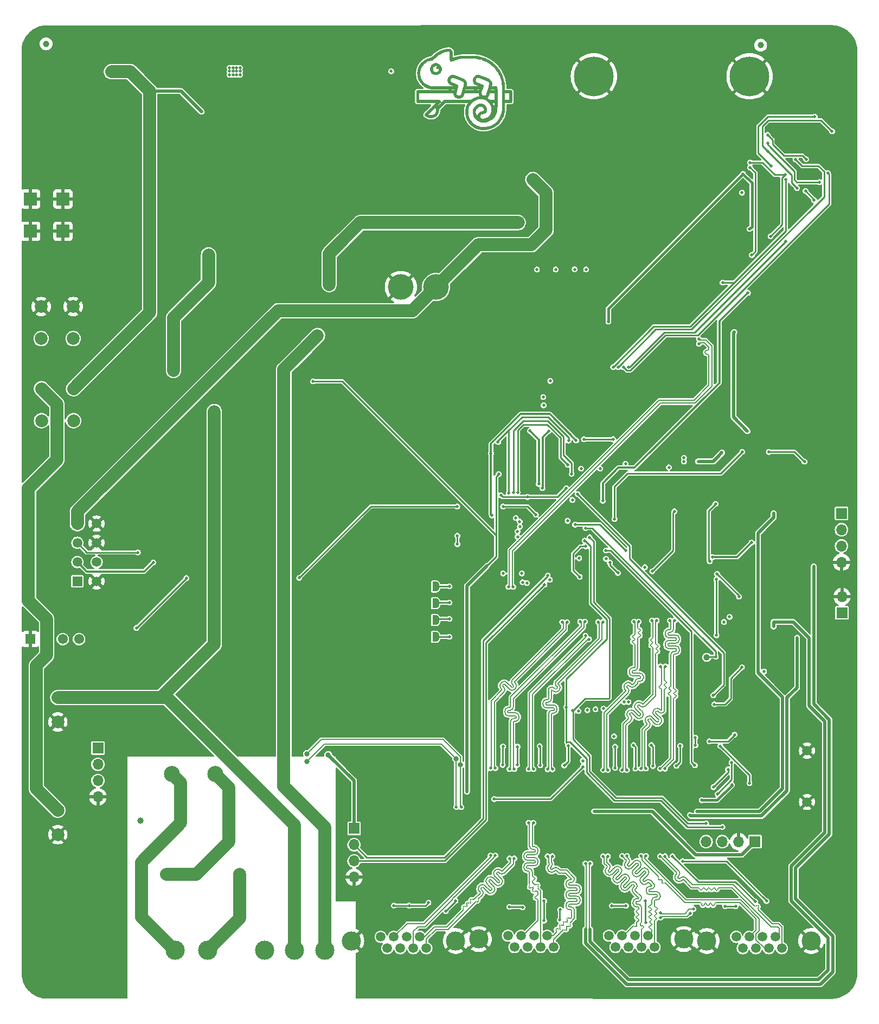
<source format=gbl>
G04 #@! TF.GenerationSoftware,KiCad,Pcbnew,7.0.6-0*
G04 #@! TF.CreationDate,2023-12-12T12:04:17-03:00*
G04 #@! TF.ProjectId,nervosinho_rev2.4,6e657276-6f73-4696-9e68-6f5f72657632,rev?*
G04 #@! TF.SameCoordinates,Original*
G04 #@! TF.FileFunction,Copper,L4,Bot*
G04 #@! TF.FilePolarity,Positive*
%FSLAX46Y46*%
G04 Gerber Fmt 4.6, Leading zero omitted, Abs format (unit mm)*
G04 Created by KiCad (PCBNEW 7.0.6-0) date 2023-12-12 12:04:17*
%MOMM*%
%LPD*%
G01*
G04 APERTURE LIST*
G04 Aperture macros list*
%AMFreePoly0*
4,1,19,0.500000,-0.750000,0.000000,-0.750000,0.000000,-0.744911,-0.071157,-0.744911,-0.207708,-0.704816,-0.327430,-0.627875,-0.420627,-0.520320,-0.479746,-0.390866,-0.500000,-0.250000,-0.500000,0.250000,-0.479746,0.390866,-0.420627,0.520320,-0.327430,0.627875,-0.207708,0.704816,-0.071157,0.744911,0.000000,0.744911,0.000000,0.750000,0.500000,0.750000,0.500000,-0.750000,0.500000,-0.750000,
$1*%
%AMFreePoly1*
4,1,19,0.000000,0.744911,0.071157,0.744911,0.207708,0.704816,0.327430,0.627875,0.420627,0.520320,0.479746,0.390866,0.500000,0.250000,0.500000,-0.250000,0.479746,-0.390866,0.420627,-0.520320,0.327430,-0.627875,0.207708,-0.704816,0.071157,-0.744911,0.000000,-0.744911,0.000000,-0.750000,-0.500000,-0.750000,-0.500000,0.750000,0.000000,0.750000,0.000000,0.744911,0.000000,0.744911,
$1*%
G04 Aperture macros list end*
G04 #@! TA.AperFunction,ComponentPad*
%ADD10C,6.200000*%
G04 #@! TD*
G04 #@! TA.AperFunction,ComponentPad*
%ADD11C,2.000000*%
G04 #@! TD*
G04 #@! TA.AperFunction,ComponentPad*
%ADD12R,1.700000X1.700000*%
G04 #@! TD*
G04 #@! TA.AperFunction,ComponentPad*
%ADD13O,1.700000X1.700000*%
G04 #@! TD*
G04 #@! TA.AperFunction,ComponentPad*
%ADD14C,2.500000*%
G04 #@! TD*
G04 #@! TA.AperFunction,ComponentPad*
%ADD15C,4.000000*%
G04 #@! TD*
G04 #@! TA.AperFunction,ComponentPad*
%ADD16C,1.500000*%
G04 #@! TD*
G04 #@! TA.AperFunction,ComponentPad*
%ADD17C,3.000000*%
G04 #@! TD*
G04 #@! TA.AperFunction,ComponentPad*
%ADD18C,1.498600*%
G04 #@! TD*
G04 #@! TA.AperFunction,ComponentPad*
%ADD19R,2.000000X2.000000*%
G04 #@! TD*
G04 #@! TA.AperFunction,ComponentPad*
%ADD20R,1.520000X1.520000*%
G04 #@! TD*
G04 #@! TA.AperFunction,ComponentPad*
%ADD21C,1.520000*%
G04 #@! TD*
G04 #@! TA.AperFunction,ComponentPad*
%ADD22C,1.800000*%
G04 #@! TD*
G04 #@! TA.AperFunction,ComponentPad*
%ADD23R,1.530000X1.530000*%
G04 #@! TD*
G04 #@! TA.AperFunction,ComponentPad*
%ADD24C,1.550000*%
G04 #@! TD*
G04 #@! TA.AperFunction,SMDPad,CuDef*
%ADD25FreePoly0,180.000000*%
G04 #@! TD*
G04 #@! TA.AperFunction,SMDPad,CuDef*
%ADD26FreePoly1,180.000000*%
G04 #@! TD*
G04 #@! TA.AperFunction,SMDPad,CuDef*
%ADD27C,1.000000*%
G04 #@! TD*
G04 #@! TA.AperFunction,ViaPad*
%ADD28C,0.600000*%
G04 #@! TD*
G04 #@! TA.AperFunction,ViaPad*
%ADD29C,0.500000*%
G04 #@! TD*
G04 #@! TA.AperFunction,ViaPad*
%ADD30C,0.800000*%
G04 #@! TD*
G04 #@! TA.AperFunction,Conductor*
%ADD31C,2.000000*%
G04 #@! TD*
G04 #@! TA.AperFunction,Conductor*
%ADD32C,0.250000*%
G04 #@! TD*
G04 #@! TA.AperFunction,Conductor*
%ADD33C,0.400000*%
G04 #@! TD*
G04 #@! TA.AperFunction,Conductor*
%ADD34C,0.550000*%
G04 #@! TD*
G04 #@! TA.AperFunction,Conductor*
%ADD35C,0.500000*%
G04 #@! TD*
G04 #@! TA.AperFunction,Conductor*
%ADD36C,0.200000*%
G04 #@! TD*
G04 #@! TA.AperFunction,Conductor*
%ADD37C,0.300000*%
G04 #@! TD*
G04 APERTURE END LIST*
G04 #@! TA.AperFunction,EtchedComponent*
G36*
X65657946Y-6852097D02*
G01*
X65654781Y-6930974D01*
X65647239Y-7003357D01*
X65635328Y-7063612D01*
X65594141Y-7184018D01*
X65534602Y-7302591D01*
X65459244Y-7411843D01*
X65369039Y-7510143D01*
X65353791Y-7524318D01*
X65250315Y-7606607D01*
X65138951Y-7671932D01*
X65019082Y-7720605D01*
X64890094Y-7752940D01*
X64830167Y-7761358D01*
X64712715Y-7765266D01*
X64593008Y-7754170D01*
X64475219Y-7728830D01*
X64363524Y-7690009D01*
X64262097Y-7638467D01*
X64251998Y-7632252D01*
X64142731Y-7553582D01*
X64046977Y-7462455D01*
X63965573Y-7359775D01*
X63899353Y-7246447D01*
X63888600Y-7224310D01*
X63860332Y-7160912D01*
X63839545Y-7102941D01*
X63825220Y-7045590D01*
X63816337Y-6984054D01*
X63811876Y-6913528D01*
X63810849Y-6831691D01*
X64276602Y-6831691D01*
X64284094Y-6916256D01*
X64307685Y-6997558D01*
X64345897Y-7073325D01*
X64397252Y-7141285D01*
X64460273Y-7199166D01*
X64533480Y-7244697D01*
X64615396Y-7275605D01*
X64668409Y-7285227D01*
X64739788Y-7288268D01*
X64811361Y-7282202D01*
X64874691Y-7267301D01*
X64888561Y-7262381D01*
X64970569Y-7223680D01*
X65039493Y-7172367D01*
X65096868Y-7107072D01*
X65144227Y-7026423D01*
X65150914Y-7012369D01*
X65165531Y-6978056D01*
X65174433Y-6947503D01*
X65179419Y-6913205D01*
X65182288Y-6867660D01*
X65182872Y-6823302D01*
X65180849Y-6780272D01*
X65176712Y-6742103D01*
X65171011Y-6711102D01*
X65164295Y-6689579D01*
X65157115Y-6679845D01*
X65150020Y-6684206D01*
X65143560Y-6704974D01*
X65133541Y-6732653D01*
X65109189Y-6770091D01*
X65076677Y-6803911D01*
X65041128Y-6827963D01*
X65015493Y-6838244D01*
X64957748Y-6847789D01*
X64900291Y-6840427D01*
X64846837Y-6816929D01*
X64801101Y-6778069D01*
X64784126Y-6757469D01*
X64764690Y-6725321D01*
X64755133Y-6690576D01*
X64752585Y-6645389D01*
X64753838Y-6623176D01*
X64768549Y-6567456D01*
X64797677Y-6518922D01*
X64838546Y-6480373D01*
X64888478Y-6454607D01*
X64944796Y-6444423D01*
X64952088Y-6441652D01*
X64945319Y-6434575D01*
X64927003Y-6424704D01*
X64900367Y-6413540D01*
X64868637Y-6402586D01*
X64835038Y-6393342D01*
X64784191Y-6383830D01*
X64704901Y-6380685D01*
X64627235Y-6393290D01*
X64552820Y-6418836D01*
X64472442Y-6463309D01*
X64404113Y-6521363D01*
X64348986Y-6591757D01*
X64308212Y-6673248D01*
X64282945Y-6764594D01*
X64276602Y-6831691D01*
X63810849Y-6831691D01*
X63810818Y-6829208D01*
X63810974Y-6795791D01*
X63811664Y-6742676D01*
X63813235Y-6702029D01*
X63816128Y-6669699D01*
X63820784Y-6641532D01*
X63827642Y-6613375D01*
X63837144Y-6581076D01*
X63876368Y-6473466D01*
X63934867Y-6358913D01*
X64008060Y-6254820D01*
X64097098Y-6159318D01*
X64141793Y-6119731D01*
X64245925Y-6044651D01*
X64356954Y-5985795D01*
X64473205Y-5943134D01*
X64593007Y-5916640D01*
X64714685Y-5906284D01*
X64836566Y-5912037D01*
X64956977Y-5933871D01*
X65074245Y-5971756D01*
X65186697Y-6025666D01*
X65292658Y-6095570D01*
X65390457Y-6181440D01*
X65461793Y-6261527D01*
X65534570Y-6367500D01*
X65592385Y-6483829D01*
X65636035Y-6611911D01*
X65641088Y-6632860D01*
X65651108Y-6697405D01*
X65656724Y-6772362D01*
X65657505Y-6823302D01*
X65657946Y-6852097D01*
G37*
G04 #@! TD.AperFunction*
G04 #@! TA.AperFunction,EtchedComponent*
G36*
X76650740Y-11953276D02*
G01*
X76628877Y-12000225D01*
X76624742Y-12008572D01*
X76592439Y-12055503D01*
X76550261Y-12095701D01*
X76504232Y-12123219D01*
X76499255Y-12124907D01*
X76485476Y-12127650D01*
X76464531Y-12129933D01*
X76434973Y-12131792D01*
X76395352Y-12133265D01*
X76344222Y-12134387D01*
X76280133Y-12135196D01*
X76201638Y-12135729D01*
X76107288Y-12136021D01*
X75995634Y-12136111D01*
X75517889Y-12136111D01*
X75517615Y-12175550D01*
X75513829Y-12719776D01*
X75513162Y-12813014D01*
X75512238Y-12926080D01*
X75511201Y-13023689D01*
X75509936Y-13107745D01*
X75508327Y-13180156D01*
X75506261Y-13242827D01*
X75503621Y-13297663D01*
X75500294Y-13346570D01*
X75496164Y-13391455D01*
X75491117Y-13434222D01*
X75485038Y-13476777D01*
X75477813Y-13521027D01*
X75469325Y-13568876D01*
X75459461Y-13622231D01*
X75430603Y-13760436D01*
X75365699Y-13999915D01*
X75283144Y-14233702D01*
X75183296Y-14461017D01*
X75066515Y-14681078D01*
X74933157Y-14893102D01*
X74783582Y-15096310D01*
X74748958Y-15138423D01*
X74687769Y-15208112D01*
X74617819Y-15283452D01*
X74542497Y-15361043D01*
X74465195Y-15437484D01*
X74389303Y-15509378D01*
X74318214Y-15573324D01*
X74255316Y-15625922D01*
X74236563Y-15640716D01*
X74031492Y-15790305D01*
X73820096Y-15922460D01*
X73601932Y-16037355D01*
X73376560Y-16135164D01*
X73143537Y-16216061D01*
X72902422Y-16280219D01*
X72652773Y-16327813D01*
X72394150Y-16359017D01*
X72389060Y-16359423D01*
X72349052Y-16361167D01*
X72294622Y-16361871D01*
X72229442Y-16361636D01*
X72157184Y-16360561D01*
X72081519Y-16358749D01*
X72006121Y-16356301D01*
X71934660Y-16353316D01*
X71870809Y-16349896D01*
X71818239Y-16346143D01*
X71780624Y-16342156D01*
X71591206Y-16309493D01*
X71369517Y-16255311D01*
X71155727Y-16185274D01*
X70951154Y-16099823D01*
X70757116Y-15999398D01*
X70650698Y-15935612D01*
X70457431Y-15803611D01*
X70277301Y-15658618D01*
X70110759Y-15501303D01*
X69958259Y-15332331D01*
X69820252Y-15152371D01*
X69697190Y-14962092D01*
X69589526Y-14762160D01*
X69497710Y-14553243D01*
X69422196Y-14336010D01*
X69363436Y-14111127D01*
X69321881Y-13879263D01*
X69319981Y-13864503D01*
X69314414Y-13805134D01*
X69310078Y-13733343D01*
X69307002Y-13653017D01*
X69305217Y-13568047D01*
X69304753Y-13482323D01*
X69305640Y-13399735D01*
X69307907Y-13324172D01*
X69311586Y-13259524D01*
X69316706Y-13209680D01*
X69320165Y-13185983D01*
X69358745Y-12978542D01*
X69410963Y-12782319D01*
X69477619Y-12595030D01*
X69559515Y-12414394D01*
X69657451Y-12238127D01*
X69677159Y-12205312D01*
X69695521Y-12173892D01*
X69707980Y-12151560D01*
X69712570Y-12141756D01*
X69712549Y-12141728D01*
X69702459Y-12141156D01*
X69674568Y-12140599D01*
X69629786Y-12140062D01*
X69569021Y-12139546D01*
X69493183Y-12139055D01*
X69403179Y-12138592D01*
X69299920Y-12138159D01*
X69184314Y-12137760D01*
X69057269Y-12137397D01*
X68919695Y-12137073D01*
X68772501Y-12136791D01*
X68616595Y-12136554D01*
X68452886Y-12136364D01*
X68282284Y-12136225D01*
X68105696Y-12136140D01*
X67924033Y-12136111D01*
X66135496Y-12136111D01*
X65216704Y-13055045D01*
X65215691Y-13205416D01*
X65215646Y-13212060D01*
X65211093Y-13331728D01*
X65196155Y-13457587D01*
X65169899Y-13575219D01*
X65131346Y-13688874D01*
X65079517Y-13802799D01*
X65078135Y-13805506D01*
X65001310Y-13935488D01*
X64909893Y-14055244D01*
X64805470Y-14163603D01*
X64689628Y-14259394D01*
X64563956Y-14341445D01*
X64430040Y-14408584D01*
X64289468Y-14459640D01*
X64143826Y-14493442D01*
X64116605Y-14497449D01*
X64039361Y-14504568D01*
X63953441Y-14507706D01*
X63865598Y-14506864D01*
X63782580Y-14502046D01*
X63711140Y-14493255D01*
X63680621Y-14487605D01*
X63573438Y-14461432D01*
X63466128Y-14426404D01*
X63368011Y-14385450D01*
X63332203Y-14367428D01*
X63266997Y-14330101D01*
X63201511Y-14287555D01*
X63138603Y-14242023D01*
X63081133Y-14195737D01*
X63031960Y-14150930D01*
X62993945Y-14109834D01*
X62969946Y-14074682D01*
X62949876Y-14015937D01*
X62945362Y-13951828D01*
X62947334Y-13941020D01*
X63542519Y-13941020D01*
X63596916Y-13966643D01*
X63598074Y-13967185D01*
X63635683Y-13982590D01*
X63681584Y-13998447D01*
X63726109Y-14011404D01*
X63776320Y-14021695D01*
X63845477Y-14030443D01*
X63917990Y-14034967D01*
X63986759Y-14034860D01*
X64044685Y-14029713D01*
X64048787Y-14029063D01*
X64165632Y-14001140D01*
X64276756Y-13956690D01*
X64380267Y-13897179D01*
X64474270Y-13824074D01*
X64556871Y-13738839D01*
X64626176Y-13642941D01*
X64680291Y-13537846D01*
X64684658Y-13527200D01*
X64717193Y-13424761D01*
X64736238Y-13316220D01*
X64741808Y-13205416D01*
X64733918Y-13096191D01*
X64712583Y-12992386D01*
X64677817Y-12897842D01*
X64648643Y-12835498D01*
X63542519Y-13941020D01*
X62947334Y-13941020D01*
X62956937Y-13888390D01*
X62958461Y-13883949D01*
X62961862Y-13875842D01*
X62966784Y-13866708D01*
X62973916Y-13855828D01*
X62983952Y-13842481D01*
X62997580Y-13825950D01*
X63015492Y-13805513D01*
X63038378Y-13780453D01*
X63066930Y-13750050D01*
X63101838Y-13713585D01*
X63143794Y-13670338D01*
X63193487Y-13619590D01*
X63251610Y-13560622D01*
X63318851Y-13492714D01*
X63395904Y-13415148D01*
X63483457Y-13327203D01*
X63582203Y-13228161D01*
X63692832Y-13117303D01*
X63816034Y-12993909D01*
X63826492Y-12983436D01*
X63930717Y-12879000D01*
X64031130Y-12778281D01*
X64126943Y-12682072D01*
X64217369Y-12591170D01*
X64301620Y-12506369D01*
X64378908Y-12428465D01*
X64448446Y-12358252D01*
X64509447Y-12296526D01*
X64561122Y-12244082D01*
X64602685Y-12201714D01*
X64633348Y-12170218D01*
X64652323Y-12150390D01*
X64658823Y-12143023D01*
X64658096Y-12142801D01*
X64643838Y-12142019D01*
X64612135Y-12141265D01*
X64564007Y-12140542D01*
X64500476Y-12139856D01*
X64422564Y-12139212D01*
X64331291Y-12138614D01*
X64227680Y-12138068D01*
X64112752Y-12137579D01*
X63987528Y-12137151D01*
X63853030Y-12136790D01*
X63710279Y-12136500D01*
X63560297Y-12136287D01*
X63404104Y-12136156D01*
X63242723Y-12136111D01*
X63175090Y-12136108D01*
X62986202Y-12136069D01*
X62814952Y-12135978D01*
X62660506Y-12135826D01*
X62522030Y-12135607D01*
X62398691Y-12135312D01*
X62289655Y-12134935D01*
X62194088Y-12134468D01*
X62111156Y-12133904D01*
X62040025Y-12133235D01*
X61979862Y-12132454D01*
X61929832Y-12131553D01*
X61889103Y-12130525D01*
X61856839Y-12129363D01*
X61832208Y-12128058D01*
X61814375Y-12126605D01*
X61802507Y-12124994D01*
X61795769Y-12123219D01*
X61787810Y-12119633D01*
X61742016Y-12089501D01*
X61701112Y-12047716D01*
X61671124Y-12000225D01*
X61649261Y-11953276D01*
X61649229Y-11667303D01*
X62117885Y-11667303D01*
X63704799Y-11667395D01*
X65291713Y-11667486D01*
X65338662Y-11689349D01*
X65344492Y-11692183D01*
X65392605Y-11724618D01*
X65433806Y-11767658D01*
X65462201Y-11815297D01*
X65466974Y-11830025D01*
X65473507Y-11864285D01*
X65476393Y-11900761D01*
X65476413Y-11902329D01*
X65475953Y-11929116D01*
X65473069Y-11953476D01*
X65466536Y-11977132D01*
X65455133Y-12001806D01*
X65437635Y-12029223D01*
X65412820Y-12061106D01*
X65379464Y-12099179D01*
X65336345Y-12145166D01*
X65282238Y-12200789D01*
X65215921Y-12267773D01*
X64995338Y-12489592D01*
X65015530Y-12523815D01*
X65020797Y-12532657D01*
X65032008Y-12550778D01*
X65037139Y-12557946D01*
X65038091Y-12557081D01*
X65049328Y-12546104D01*
X65072334Y-12523382D01*
X65106000Y-12490017D01*
X65149220Y-12447108D01*
X65200886Y-12395757D01*
X65259890Y-12337064D01*
X65325126Y-12272129D01*
X65395485Y-12202052D01*
X65469860Y-12127935D01*
X65505647Y-12092273D01*
X65588041Y-12010283D01*
X65658668Y-11940238D01*
X65718572Y-11881164D01*
X65768797Y-11832089D01*
X65810386Y-11792039D01*
X65844383Y-11760042D01*
X65871831Y-11735124D01*
X65893775Y-11716311D01*
X65911257Y-11702632D01*
X65925321Y-11693112D01*
X65937011Y-11686779D01*
X65947370Y-11682659D01*
X65949687Y-11681945D01*
X65956813Y-11680269D01*
X65966500Y-11678724D01*
X65979483Y-11677307D01*
X65996499Y-11676010D01*
X66018284Y-11674830D01*
X66045573Y-11673759D01*
X66079103Y-11672794D01*
X66119609Y-11671929D01*
X66167828Y-11671159D01*
X66224496Y-11670477D01*
X66290348Y-11669879D01*
X66366120Y-11669360D01*
X66452549Y-11668914D01*
X66550371Y-11668536D01*
X66660321Y-11668220D01*
X66783135Y-11667962D01*
X66919550Y-11667755D01*
X67070301Y-11667595D01*
X67236124Y-11667475D01*
X67417756Y-11667392D01*
X67615933Y-11667339D01*
X67831389Y-11667311D01*
X68064862Y-11667303D01*
X70136147Y-11667303D01*
X70212675Y-11605552D01*
X70237812Y-11585670D01*
X70336244Y-11513933D01*
X70444942Y-11442858D01*
X70559315Y-11375074D01*
X70674770Y-11313207D01*
X70683581Y-11309010D01*
X72740698Y-11309010D01*
X72794796Y-11339490D01*
X72851327Y-11372928D01*
X72960034Y-11445122D01*
X73068570Y-11526763D01*
X73170811Y-11613390D01*
X73230518Y-11667303D01*
X73875582Y-11667303D01*
X73875582Y-10607798D01*
X73130156Y-10607798D01*
X73094056Y-10736720D01*
X73079264Y-10788373D01*
X73055290Y-10865747D01*
X73032454Y-10929928D01*
X73009408Y-10984269D01*
X72984803Y-11032121D01*
X72957433Y-11076605D01*
X72957291Y-11076836D01*
X72916199Y-11134280D01*
X72856566Y-11203257D01*
X72785419Y-11270279D01*
X72740698Y-11309010D01*
X70683581Y-11309010D01*
X70786713Y-11259886D01*
X70890553Y-11217738D01*
X70912080Y-11210084D01*
X70987956Y-11185224D01*
X71069897Y-11161126D01*
X71154511Y-11138578D01*
X71238408Y-11118365D01*
X71318196Y-11101275D01*
X71390484Y-11088094D01*
X71451882Y-11079609D01*
X71498996Y-11076605D01*
X71530592Y-11076605D01*
X71495254Y-11007506D01*
X71484325Y-10985260D01*
X71449859Y-10901370D01*
X71423338Y-10814198D01*
X71406299Y-10729481D01*
X71400278Y-10652956D01*
X71400278Y-10607798D01*
X69190104Y-10607798D01*
X69150449Y-10750784D01*
X69148781Y-10756777D01*
X69118527Y-10856788D01*
X69087302Y-10941780D01*
X69053280Y-11015270D01*
X69014635Y-11080773D01*
X68969541Y-11141806D01*
X68916172Y-11201885D01*
X68871444Y-11245591D01*
X68772974Y-11323202D01*
X68666357Y-11384130D01*
X68552446Y-11428008D01*
X68432092Y-11454472D01*
X68306147Y-11463158D01*
X68238761Y-11460587D01*
X68114928Y-11442342D01*
X67997982Y-11406671D01*
X67888147Y-11353673D01*
X67785644Y-11283443D01*
X67690697Y-11196078D01*
X67648001Y-11147070D01*
X67585260Y-11057301D01*
X67533776Y-10959934D01*
X67495091Y-10858598D01*
X67470750Y-10756924D01*
X67462293Y-10658542D01*
X67462293Y-10607798D01*
X62117885Y-10607798D01*
X62117885Y-11667303D01*
X61649229Y-11667303D01*
X61649169Y-11143326D01*
X61649210Y-11010179D01*
X61649407Y-10870586D01*
X61649774Y-10748274D01*
X61650323Y-10642448D01*
X61651064Y-10552314D01*
X61652006Y-10477079D01*
X61653161Y-10415947D01*
X61654538Y-10368125D01*
X61656147Y-10332818D01*
X61657999Y-10309232D01*
X61660104Y-10296573D01*
X61660255Y-10296076D01*
X61678525Y-10258149D01*
X61708600Y-10218118D01*
X61745396Y-10181799D01*
X61783830Y-10155006D01*
X61822537Y-10134302D01*
X64256055Y-10131870D01*
X66689574Y-10129439D01*
X66692650Y-10117894D01*
X67185349Y-10117894D01*
X67187178Y-10121515D01*
X67198151Y-10124741D01*
X67220404Y-10127047D01*
X67255804Y-10128551D01*
X67306219Y-10129367D01*
X67373514Y-10129614D01*
X67388831Y-10129606D01*
X67445008Y-10129442D01*
X67493531Y-10129089D01*
X67531626Y-10128581D01*
X67556517Y-10127954D01*
X67565431Y-10127240D01*
X67565442Y-10127117D01*
X67568117Y-10116606D01*
X67574583Y-10093176D01*
X67583521Y-10061607D01*
X67601612Y-9998348D01*
X67219037Y-9998348D01*
X67204069Y-10052260D01*
X67197311Y-10076428D01*
X67189766Y-10102951D01*
X67185349Y-10117894D01*
X66692650Y-10117894D01*
X66705575Y-10069386D01*
X66713456Y-10039093D01*
X66719331Y-10015065D01*
X66721577Y-10003841D01*
X66718896Y-10003484D01*
X66700067Y-10002835D01*
X66664141Y-10002211D01*
X66612197Y-10001616D01*
X66545311Y-10001056D01*
X66464562Y-10000534D01*
X66371027Y-10000056D01*
X66265783Y-9999626D01*
X66149907Y-9999248D01*
X66024477Y-9998928D01*
X65890570Y-9998670D01*
X65749264Y-9998479D01*
X65601637Y-9998359D01*
X65448764Y-9998316D01*
X65343377Y-9998293D01*
X65143216Y-9998131D01*
X64959085Y-9997813D01*
X64791254Y-9997342D01*
X64639997Y-9996720D01*
X64505586Y-9995947D01*
X64388292Y-9995028D01*
X64288389Y-9993963D01*
X64206149Y-9992754D01*
X64141843Y-9991404D01*
X64095744Y-9989914D01*
X64068125Y-9988286D01*
X64055794Y-9987113D01*
X63842250Y-9957000D01*
X63634047Y-9909070D01*
X63431944Y-9843682D01*
X63236698Y-9761192D01*
X63049068Y-9661958D01*
X62869811Y-9546338D01*
X62699687Y-9414689D01*
X62539452Y-9267368D01*
X62412130Y-9130753D01*
X62277874Y-8962167D01*
X62159799Y-8784690D01*
X62058252Y-8598901D01*
X61973576Y-8405379D01*
X61906117Y-8204703D01*
X61875971Y-8090029D01*
X61835165Y-7879477D01*
X61812613Y-7668514D01*
X61808065Y-7458398D01*
X62284823Y-7458398D01*
X62285004Y-7547882D01*
X62287725Y-7636075D01*
X62292927Y-7717224D01*
X62300554Y-7785575D01*
X62308008Y-7830640D01*
X62320009Y-7893120D01*
X62333875Y-7957932D01*
X62347868Y-8016595D01*
X62375341Y-8113685D01*
X62440659Y-8292518D01*
X62522928Y-8463836D01*
X62621738Y-8626995D01*
X62736678Y-8781351D01*
X62867339Y-8926259D01*
X63013308Y-9061075D01*
X63076047Y-9111529D01*
X63222100Y-9212592D01*
X63379702Y-9301327D01*
X63546215Y-9376616D01*
X63718997Y-9437338D01*
X63895410Y-9482372D01*
X64072813Y-9510600D01*
X64075390Y-9510859D01*
X64098569Y-9512285D01*
X64135890Y-9513566D01*
X64187708Y-9514703D01*
X64254377Y-9515699D01*
X64336252Y-9516554D01*
X64433687Y-9517271D01*
X64547038Y-9517850D01*
X64676657Y-9518293D01*
X64822902Y-9518602D01*
X64986124Y-9518779D01*
X65166681Y-9518824D01*
X65364925Y-9518740D01*
X65581212Y-9518528D01*
X65815897Y-9518189D01*
X67465218Y-9515476D01*
X67236384Y-9424049D01*
X67185542Y-9403466D01*
X67122327Y-9377138D01*
X67064195Y-9352141D01*
X67014245Y-9329836D01*
X66975577Y-9311587D01*
X66951293Y-9298757D01*
X66941836Y-9292992D01*
X66837416Y-9218193D01*
X66747648Y-9131725D01*
X66672430Y-9033455D01*
X66611660Y-8923251D01*
X66565236Y-8800981D01*
X66556753Y-8772076D01*
X66549292Y-8741420D01*
X66544359Y-8710930D01*
X66541418Y-8675878D01*
X66539933Y-8631535D01*
X66539366Y-8573172D01*
X66539313Y-8542873D01*
X66539358Y-8539031D01*
X67011139Y-8539031D01*
X67012954Y-8615319D01*
X67029664Y-8689536D01*
X67060902Y-8758928D01*
X67106300Y-8820737D01*
X67165489Y-8872208D01*
X67168704Y-8874183D01*
X67189958Y-8884863D01*
X67226288Y-8901431D01*
X67275884Y-8923121D01*
X67336935Y-8949166D01*
X67407631Y-8978798D01*
X67486162Y-9011250D01*
X67570718Y-9045755D01*
X67659488Y-9081546D01*
X67664760Y-9083659D01*
X67764753Y-9123770D01*
X67848944Y-9157676D01*
X67918875Y-9186077D01*
X67976090Y-9209676D01*
X68022130Y-9229176D01*
X68058538Y-9245279D01*
X68086857Y-9258687D01*
X68108631Y-9270102D01*
X68125401Y-9280226D01*
X68138710Y-9289762D01*
X68150101Y-9299411D01*
X68161117Y-9309877D01*
X68171317Y-9320250D01*
X68206109Y-9366174D01*
X68225270Y-9415726D01*
X68231138Y-9474400D01*
X68231111Y-9475401D01*
X68228015Y-9495040D01*
X68219999Y-9531280D01*
X68207394Y-9582857D01*
X68190528Y-9648504D01*
X68169733Y-9726958D01*
X68145338Y-9816953D01*
X68117674Y-9917224D01*
X68094955Y-9998348D01*
X68087070Y-10026505D01*
X68069050Y-10090583D01*
X68043056Y-10183603D01*
X68018804Y-10271083D01*
X67996779Y-10351239D01*
X67977463Y-10422286D01*
X67961343Y-10482438D01*
X67948902Y-10529909D01*
X67940625Y-10562914D01*
X67936995Y-10579669D01*
X67934822Y-10648642D01*
X67948871Y-10722193D01*
X67978393Y-10791628D01*
X68021680Y-10854510D01*
X68077028Y-10908402D01*
X68142727Y-10950869D01*
X68217073Y-10979474D01*
X68229834Y-10982484D01*
X68271678Y-10988975D01*
X68310835Y-10991167D01*
X68318953Y-10990935D01*
X68399535Y-10978852D01*
X68474509Y-10950212D01*
X68541316Y-10906646D01*
X68597398Y-10849784D01*
X68640197Y-10781256D01*
X68644144Y-10770949D01*
X68653541Y-10742389D01*
X68667266Y-10698220D01*
X68684908Y-10639847D01*
X68706054Y-10568675D01*
X68730294Y-10486106D01*
X68757215Y-10393546D01*
X68786406Y-10292397D01*
X68817455Y-10184066D01*
X68834964Y-10122582D01*
X69328275Y-10122582D01*
X69332484Y-10123383D01*
X69353434Y-10124517D01*
X69390608Y-10125578D01*
X69442500Y-10126551D01*
X69507604Y-10127419D01*
X69584412Y-10128166D01*
X69671418Y-10128775D01*
X69767115Y-10129230D01*
X69869996Y-10129515D01*
X69978555Y-10129614D01*
X70628962Y-10129614D01*
X71121149Y-10129614D01*
X71312576Y-10129614D01*
X71354520Y-10129518D01*
X71413318Y-10128857D01*
X71456240Y-10127473D01*
X71485105Y-10125257D01*
X71501731Y-10122100D01*
X71507935Y-10117894D01*
X71509239Y-10113703D01*
X71514996Y-10093178D01*
X71522224Y-10065738D01*
X71524877Y-10055580D01*
X71532308Y-10028926D01*
X71537754Y-10011825D01*
X71538099Y-10009064D01*
X71533958Y-10005137D01*
X71521901Y-10002275D01*
X71499762Y-10000322D01*
X71465375Y-9999121D01*
X71416571Y-9998515D01*
X71351184Y-9998348D01*
X71159441Y-9998348D01*
X71156220Y-10009389D01*
X71121149Y-10129614D01*
X70628962Y-10129614D01*
X70644262Y-10075086D01*
X70650946Y-10050132D01*
X70657162Y-10023925D01*
X70659561Y-10009389D01*
X70658461Y-10008185D01*
X70649575Y-10006093D01*
X70630938Y-10004334D01*
X70601551Y-10002894D01*
X70560413Y-10001760D01*
X70506524Y-10000919D01*
X70438885Y-10000357D01*
X70356495Y-10000060D01*
X70258355Y-10000015D01*
X70143463Y-10000209D01*
X70010820Y-10000627D01*
X69362079Y-10003036D01*
X69345241Y-10059293D01*
X69337431Y-10086141D01*
X69330852Y-10110514D01*
X69328275Y-10122582D01*
X68834964Y-10122582D01*
X68849951Y-10069954D01*
X68883482Y-9951467D01*
X68918927Y-9825795D01*
X68953144Y-9704338D01*
X68982856Y-9598577D01*
X69008377Y-9507283D01*
X69030016Y-9429229D01*
X69048084Y-9363185D01*
X69062894Y-9307924D01*
X69074755Y-9262218D01*
X69083978Y-9224837D01*
X69090876Y-9194554D01*
X69095758Y-9170141D01*
X69098936Y-9150368D01*
X69100721Y-9134009D01*
X69101423Y-9119834D01*
X69101355Y-9106614D01*
X69100826Y-9093123D01*
X69099733Y-9076750D01*
X69084231Y-8996199D01*
X69053117Y-8922951D01*
X69007693Y-8859455D01*
X68949263Y-8808161D01*
X68944364Y-8805356D01*
X68921892Y-8794625D01*
X68884040Y-8777799D01*
X68832189Y-8755454D01*
X68767719Y-8728166D01*
X68692010Y-8696511D01*
X68606445Y-8661065D01*
X68512402Y-8622402D01*
X68411263Y-8581100D01*
X68304408Y-8537733D01*
X68193218Y-8492878D01*
X68089269Y-8451084D01*
X67973348Y-8404541D01*
X67872622Y-8364213D01*
X67785871Y-8329647D01*
X67711877Y-8300392D01*
X67649419Y-8275993D01*
X67597279Y-8255997D01*
X67554236Y-8239953D01*
X67519071Y-8227407D01*
X67490566Y-8217906D01*
X67467499Y-8210997D01*
X67448653Y-8206227D01*
X67432807Y-8203144D01*
X67418743Y-8201294D01*
X67405239Y-8200225D01*
X67378202Y-8199464D01*
X67295771Y-8208503D01*
X67219334Y-8234193D01*
X67151111Y-8275597D01*
X67093319Y-8331779D01*
X67053668Y-8391270D01*
X67024588Y-8463429D01*
X67011139Y-8539031D01*
X66539358Y-8539031D01*
X66539927Y-8490324D01*
X66541889Y-8449685D01*
X66545639Y-8416316D01*
X66551618Y-8385578D01*
X66560265Y-8352833D01*
X66575365Y-8305068D01*
X66624543Y-8189379D01*
X66687610Y-8084322D01*
X66763168Y-7990795D01*
X66849818Y-7909695D01*
X66946163Y-7841919D01*
X67050803Y-7788364D01*
X67162340Y-7749928D01*
X67279377Y-7727507D01*
X67400514Y-7721998D01*
X67524354Y-7734300D01*
X67536979Y-7736778D01*
X67557490Y-7741828D01*
X67582734Y-7749178D01*
X67613861Y-7759260D01*
X67652020Y-7772508D01*
X67698361Y-7789353D01*
X67754031Y-7810228D01*
X67820181Y-7835565D01*
X67897959Y-7865796D01*
X67988515Y-7901354D01*
X68092998Y-7942672D01*
X68212556Y-7990181D01*
X68348340Y-8044314D01*
X68416642Y-8071623D01*
X68528580Y-8116585D01*
X68635965Y-8159967D01*
X68737367Y-8201177D01*
X68831353Y-8239625D01*
X68916492Y-8274720D01*
X68991353Y-8305871D01*
X69054503Y-8332485D01*
X69104512Y-8353973D01*
X69139947Y-8369743D01*
X69159377Y-8379204D01*
X69165896Y-8382943D01*
X69218111Y-8418598D01*
X69275007Y-8465731D01*
X69332414Y-8520175D01*
X69386162Y-8577761D01*
X69432081Y-8634321D01*
X69466000Y-8685686D01*
X69482803Y-8717592D01*
X69523250Y-8812916D01*
X69554371Y-8915171D01*
X69573577Y-9016394D01*
X69579261Y-9101131D01*
X69578286Y-9119834D01*
X69574464Y-9193165D01*
X69558349Y-9292534D01*
X69530528Y-9402734D01*
X69529283Y-9407042D01*
X69517333Y-9449368D01*
X69507966Y-9484251D01*
X69502098Y-9508178D01*
X69500642Y-9517637D01*
X69505263Y-9517877D01*
X69526969Y-9518176D01*
X69565314Y-9518417D01*
X69619047Y-9518597D01*
X69686914Y-9518718D01*
X69767664Y-9518779D01*
X69860044Y-9518779D01*
X69962803Y-9518719D01*
X70074689Y-9518598D01*
X70194448Y-9518415D01*
X70320830Y-9518171D01*
X70452582Y-9517865D01*
X71401905Y-9515476D01*
X71183096Y-9427618D01*
X71177845Y-9425508D01*
X71087420Y-9388658D01*
X71012083Y-9356563D01*
X70949384Y-9327779D01*
X70896869Y-9300860D01*
X70852087Y-9274361D01*
X70812586Y-9246839D01*
X70775913Y-9216847D01*
X70739617Y-9182940D01*
X70701246Y-9143675D01*
X70642742Y-9075412D01*
X70580491Y-8981197D01*
X70531683Y-8877305D01*
X70494678Y-8760695D01*
X70484777Y-8707186D01*
X70478513Y-8639988D01*
X70476440Y-8569803D01*
X70950222Y-8569803D01*
X70950516Y-8584133D01*
X70961478Y-8660043D01*
X70986857Y-8732445D01*
X71024725Y-8796960D01*
X71073157Y-8849209D01*
X71084845Y-8858597D01*
X71098089Y-8867980D01*
X71114119Y-8877805D01*
X71134399Y-8888718D01*
X71160395Y-8901365D01*
X71193571Y-8916392D01*
X71235393Y-8934445D01*
X71287326Y-8956170D01*
X71350834Y-8982212D01*
X71427384Y-9013218D01*
X71518439Y-9049833D01*
X71625466Y-9092704D01*
X71680444Y-9114717D01*
X71776515Y-9153349D01*
X71857360Y-9186273D01*
X71924445Y-9214277D01*
X71979240Y-9238147D01*
X72023212Y-9258672D01*
X72057829Y-9276639D01*
X72084559Y-9292836D01*
X72104870Y-9308050D01*
X72120230Y-9323069D01*
X72132106Y-9338681D01*
X72141968Y-9355673D01*
X72151282Y-9374833D01*
X72151587Y-9375492D01*
X72158825Y-9392323D01*
X72164306Y-9409176D01*
X72167743Y-9427550D01*
X72168846Y-9448945D01*
X72167326Y-9474859D01*
X72162896Y-9506791D01*
X72155267Y-9546241D01*
X72144149Y-9594708D01*
X72129255Y-9653690D01*
X72110295Y-9724687D01*
X72086981Y-9809199D01*
X72059024Y-9908723D01*
X72030584Y-10009064D01*
X72026136Y-10024759D01*
X71883149Y-10528100D01*
X71883215Y-10626550D01*
X71883670Y-10672012D01*
X71885626Y-10704593D01*
X71890066Y-10729255D01*
X71897973Y-10751434D01*
X71910330Y-10776568D01*
X71922889Y-10799409D01*
X71942873Y-10832628D01*
X71959999Y-10857819D01*
X71989931Y-10888973D01*
X72035204Y-10922934D01*
X72087360Y-10952577D01*
X72140305Y-10973976D01*
X72176677Y-10983245D01*
X72255432Y-10990735D01*
X72332101Y-10981791D01*
X72372592Y-10968932D01*
X72435897Y-10936433D01*
X72494624Y-10892238D01*
X72544050Y-10840128D01*
X72579451Y-10783882D01*
X72583272Y-10773523D01*
X72592332Y-10745310D01*
X72605731Y-10701516D01*
X72623067Y-10643527D01*
X72643935Y-10572724D01*
X72667934Y-10490492D01*
X72694658Y-10398214D01*
X72723706Y-10297274D01*
X72754672Y-10189056D01*
X72771592Y-10129614D01*
X73265775Y-10129614D01*
X73875582Y-10129614D01*
X73875582Y-9998077D01*
X73588297Y-10000556D01*
X73301012Y-10003036D01*
X73289431Y-10042269D01*
X73287198Y-10049894D01*
X73278401Y-10080926D01*
X73271812Y-10105558D01*
X73265775Y-10129614D01*
X72771592Y-10129614D01*
X72787155Y-10074942D01*
X72820750Y-9956318D01*
X73043190Y-9168883D01*
X73039303Y-9089023D01*
X73037340Y-9063283D01*
X73020428Y-8982519D01*
X72987632Y-8911712D01*
X72938901Y-8850771D01*
X72874183Y-8799606D01*
X72870017Y-8797284D01*
X72847981Y-8786871D01*
X72810480Y-8770354D01*
X72758919Y-8748312D01*
X72694702Y-8721328D01*
X72619232Y-8689984D01*
X72533914Y-8654860D01*
X72440152Y-8616538D01*
X72339350Y-8575599D01*
X72232911Y-8532626D01*
X72122241Y-8488199D01*
X72040571Y-8455517D01*
X71922622Y-8408373D01*
X71820073Y-8367495D01*
X71731697Y-8332430D01*
X71656262Y-8302722D01*
X71592540Y-8277917D01*
X71539301Y-8257562D01*
X71495316Y-8241201D01*
X71459354Y-8228381D01*
X71430186Y-8218646D01*
X71406583Y-8211544D01*
X71387314Y-8206619D01*
X71371152Y-8203417D01*
X71356865Y-8201484D01*
X71343224Y-8200365D01*
X71288803Y-8200536D01*
X71209072Y-8214676D01*
X71136991Y-8244323D01*
X71074242Y-8287896D01*
X71022507Y-8343812D01*
X70983471Y-8410490D01*
X70958815Y-8486347D01*
X70950222Y-8569803D01*
X70476440Y-8569803D01*
X70476356Y-8566949D01*
X70478308Y-8494101D01*
X70484371Y-8427481D01*
X70494547Y-8373121D01*
X70501247Y-8348813D01*
X70538471Y-8241928D01*
X70586356Y-8146613D01*
X70647552Y-8058252D01*
X70724711Y-7972227D01*
X70731933Y-7965023D01*
X70801817Y-7901171D01*
X70870224Y-7850733D01*
X70942488Y-7810212D01*
X71023942Y-7776113D01*
X71045035Y-7768712D01*
X71164835Y-7737390D01*
X71286057Y-7723177D01*
X71406051Y-7726231D01*
X71522168Y-7746707D01*
X71526869Y-7748070D01*
X71551719Y-7756573D01*
X71591760Y-7771285D01*
X71645368Y-7791559D01*
X71710920Y-7816744D01*
X71786793Y-7846195D01*
X71871365Y-7879263D01*
X71963012Y-7915299D01*
X72060112Y-7953657D01*
X72161040Y-7993687D01*
X72264174Y-8034742D01*
X72367892Y-8076174D01*
X72470569Y-8117335D01*
X72570584Y-8157577D01*
X72666312Y-8196253D01*
X72756131Y-8232713D01*
X72838418Y-8266310D01*
X72911549Y-8296397D01*
X72973903Y-8322324D01*
X73023855Y-8343445D01*
X73059782Y-8359111D01*
X73080062Y-8368674D01*
X73150227Y-8411815D01*
X73233489Y-8478839D01*
X73310288Y-8557890D01*
X73377101Y-8645264D01*
X73430408Y-8737255D01*
X73448826Y-8776182D01*
X73475969Y-8841433D01*
X73494718Y-8901842D01*
X73506367Y-8963237D01*
X73512207Y-9031447D01*
X73513529Y-9112301D01*
X73513438Y-9126816D01*
X73512854Y-9168883D01*
X73512707Y-9179443D01*
X73510821Y-9220513D01*
X73506968Y-9255862D01*
X73500338Y-9291330D01*
X73490120Y-9332752D01*
X73475502Y-9385966D01*
X73438271Y-9518989D01*
X73799913Y-9521920D01*
X73817216Y-9522062D01*
X73906437Y-9522847D01*
X73979203Y-9523665D01*
X74037471Y-9524623D01*
X74083200Y-9525830D01*
X74118346Y-9527397D01*
X74144868Y-9529431D01*
X74164722Y-9532043D01*
X74179865Y-9535341D01*
X74192257Y-9539434D01*
X74203853Y-9544431D01*
X74249617Y-9572123D01*
X74294901Y-9615261D01*
X74326846Y-9665286D01*
X74327867Y-9667647D01*
X74329877Y-9673351D01*
X74331714Y-9680733D01*
X74333384Y-9690607D01*
X74334896Y-9703785D01*
X74336258Y-9721080D01*
X74337478Y-9743305D01*
X74338563Y-9771274D01*
X74339521Y-9805800D01*
X74340361Y-9847695D01*
X74341091Y-9897772D01*
X74341717Y-9956846D01*
X74342035Y-9998077D01*
X74342249Y-10025728D01*
X74342695Y-10105232D01*
X74343061Y-10196170D01*
X74343357Y-10299357D01*
X74343589Y-10415604D01*
X74343767Y-10545725D01*
X74343897Y-10690534D01*
X74343988Y-10850842D01*
X74344049Y-11027464D01*
X74344085Y-11221212D01*
X74344107Y-11432899D01*
X74344094Y-11596171D01*
X74344060Y-11667303D01*
X74343984Y-11823486D01*
X74343766Y-12034978D01*
X74343442Y-12230400D01*
X74343013Y-12409510D01*
X74342480Y-12572064D01*
X74341845Y-12717817D01*
X74341330Y-12807729D01*
X74341108Y-12846526D01*
X74340271Y-12957946D01*
X74339336Y-13051834D01*
X74338303Y-13127946D01*
X74337174Y-13186038D01*
X74335950Y-13225865D01*
X74334633Y-13247185D01*
X74323644Y-13329297D01*
X74284593Y-13523040D01*
X74228086Y-13712545D01*
X74154904Y-13896359D01*
X74065826Y-14073028D01*
X73961634Y-14241097D01*
X73843107Y-14399112D01*
X73711025Y-14545621D01*
X73566169Y-14679168D01*
X73436082Y-14779684D01*
X73279794Y-14881574D01*
X73114944Y-14971002D01*
X72944580Y-15046484D01*
X72771750Y-15106536D01*
X72599503Y-15149675D01*
X72547779Y-15159646D01*
X72459430Y-15174319D01*
X72377035Y-15184192D01*
X72294470Y-15189766D01*
X72205611Y-15191539D01*
X72104334Y-15190009D01*
X72090657Y-15189613D01*
X71999380Y-15185592D01*
X71920606Y-15178957D01*
X71848888Y-15168780D01*
X71778782Y-15154132D01*
X71704842Y-15134086D01*
X71621624Y-15107712D01*
X71593099Y-15097938D01*
X71430175Y-15030843D01*
X71277067Y-14948281D01*
X71134561Y-14851144D01*
X71003444Y-14740321D01*
X70884503Y-14616704D01*
X70778525Y-14481184D01*
X70686296Y-14334651D01*
X70608603Y-14177995D01*
X70546233Y-14012109D01*
X70499974Y-13837882D01*
X70493890Y-13805571D01*
X70483735Y-13728491D01*
X70476849Y-13641604D01*
X70473390Y-13550535D01*
X70473434Y-13519093D01*
X70947222Y-13519093D01*
X70949377Y-13599754D01*
X70966005Y-13741644D01*
X70999555Y-13877416D01*
X71050635Y-14009254D01*
X71119854Y-14139346D01*
X71132240Y-14159578D01*
X71151696Y-14190197D01*
X71166626Y-14212216D01*
X71174527Y-14221858D01*
X71175049Y-14222028D01*
X71179726Y-14213852D01*
X71184638Y-14191759D01*
X71188804Y-14160004D01*
X71203228Y-14065624D01*
X71236838Y-13947421D01*
X71285918Y-13837790D01*
X71349285Y-13737879D01*
X71425759Y-13648838D01*
X71514158Y-13571813D01*
X71613302Y-13507955D01*
X71722009Y-13458411D01*
X71839097Y-13424330D01*
X71963387Y-13406860D01*
X72017244Y-13401846D01*
X72067910Y-13392668D01*
X72107368Y-13378592D01*
X72139662Y-13358098D01*
X72168839Y-13329667D01*
X72170374Y-13327906D01*
X72204653Y-13275579D01*
X72222804Y-13216009D01*
X72225001Y-13148148D01*
X72211417Y-13070943D01*
X72180555Y-12984664D01*
X72134004Y-12905092D01*
X72074324Y-12837326D01*
X72003071Y-12782551D01*
X71921804Y-12741957D01*
X71832079Y-12716729D01*
X71735454Y-12708056D01*
X71657191Y-12712247D01*
X71543503Y-12733332D01*
X71434306Y-12771108D01*
X71331465Y-12824374D01*
X71236844Y-12891930D01*
X71152308Y-12972573D01*
X71079721Y-13065103D01*
X71020948Y-13168320D01*
X70998023Y-13220099D01*
X70974147Y-13288145D01*
X70958546Y-13356739D01*
X70949982Y-13431762D01*
X70947222Y-13519093D01*
X70473434Y-13519093D01*
X70473515Y-13460905D01*
X70477381Y-13378337D01*
X70485146Y-13308455D01*
X70492782Y-13265782D01*
X70527265Y-13133257D01*
X70576808Y-13002558D01*
X70639697Y-12876837D01*
X70714218Y-12759248D01*
X70798659Y-12652944D01*
X70891304Y-12561080D01*
X70911920Y-12543455D01*
X71038330Y-12447853D01*
X71168857Y-12370387D01*
X71304254Y-12310774D01*
X71445274Y-12268725D01*
X71592670Y-12243956D01*
X71747195Y-12236181D01*
X71794264Y-12236786D01*
X71863471Y-12240187D01*
X71923616Y-12247560D01*
X71980734Y-12260050D01*
X72040861Y-12278799D01*
X72110034Y-12304953D01*
X72124617Y-12310964D01*
X72225595Y-12362619D01*
X72322757Y-12429104D01*
X72413118Y-12507566D01*
X72493691Y-12595149D01*
X72561492Y-12689000D01*
X72613534Y-12786264D01*
X72620350Y-12802067D01*
X72663222Y-12923265D01*
X72689465Y-13043145D01*
X72698303Y-13148148D01*
X72699334Y-13160399D01*
X72693082Y-13273721D01*
X72670964Y-13381803D01*
X72633234Y-13483338D01*
X72580147Y-13577021D01*
X72511955Y-13661543D01*
X72428914Y-13735599D01*
X72389288Y-13763790D01*
X72308919Y-13809786D01*
X72223309Y-13843468D01*
X72128588Y-13866200D01*
X72020884Y-13879345D01*
X71990461Y-13881859D01*
X71947703Y-13886774D01*
X71914787Y-13893340D01*
X71886005Y-13902843D01*
X71855652Y-13916569D01*
X71789664Y-13959258D01*
X71734384Y-14016197D01*
X71692442Y-14084708D01*
X71688233Y-14093879D01*
X71677492Y-14121382D01*
X71671197Y-14148530D01*
X71668237Y-14181679D01*
X71667498Y-14227190D01*
X71667757Y-14260330D01*
X71669632Y-14294694D01*
X71674473Y-14321592D01*
X71683610Y-14347571D01*
X71698374Y-14379178D01*
X71708798Y-14398660D01*
X71754551Y-14460760D01*
X71812384Y-14511840D01*
X71878461Y-14548296D01*
X71902815Y-14557186D01*
X71927549Y-14563257D01*
X71956677Y-14566765D01*
X71994978Y-14568279D01*
X72047232Y-14568368D01*
X72181313Y-14560892D01*
X72310357Y-14539429D01*
X72440829Y-14502732D01*
X72527929Y-14470674D01*
X72670165Y-14403905D01*
X72801270Y-14322666D01*
X72922614Y-14226170D01*
X72987130Y-14165110D01*
X73095058Y-14044096D01*
X73186784Y-13914405D01*
X73262096Y-13776885D01*
X73320784Y-13632380D01*
X73362635Y-13481737D01*
X73387439Y-13325803D01*
X73394984Y-13165424D01*
X73385060Y-13001446D01*
X73357455Y-12834715D01*
X73311958Y-12666078D01*
X73308737Y-12656346D01*
X73283736Y-12590834D01*
X73250691Y-12516224D01*
X73212222Y-12437669D01*
X73170943Y-12360324D01*
X73129473Y-12289340D01*
X73090428Y-12229872D01*
X73066138Y-12197506D01*
X73021383Y-12143917D01*
X73603674Y-12143917D01*
X73604486Y-12146972D01*
X73611583Y-12164513D01*
X73624809Y-12194288D01*
X73642728Y-12233108D01*
X73663907Y-12277785D01*
X73711509Y-12384408D01*
X73776398Y-12563937D01*
X73823463Y-12745561D01*
X73831277Y-12785392D01*
X73842760Y-12850974D01*
X73853080Y-12917464D01*
X73860684Y-12975276D01*
X73862576Y-12991567D01*
X73865132Y-13011606D01*
X73867244Y-13024156D01*
X73868948Y-13028093D01*
X73870280Y-13022288D01*
X73871275Y-13005617D01*
X73871970Y-12976951D01*
X73872401Y-12935166D01*
X73872603Y-12879134D01*
X73872613Y-12807729D01*
X73872466Y-12719824D01*
X73872198Y-12614294D01*
X73870894Y-12140799D01*
X73737284Y-12138197D01*
X73718170Y-12137911D01*
X73673061Y-12137978D01*
X73636728Y-12139096D01*
X73612491Y-12141123D01*
X73603674Y-12143917D01*
X73021383Y-12143917D01*
X73014930Y-12136190D01*
X72954778Y-12070547D01*
X72889624Y-12004514D01*
X72823410Y-11942028D01*
X72760076Y-11887025D01*
X72703563Y-11843442D01*
X72701936Y-11842295D01*
X72552265Y-11748095D01*
X72395561Y-11671107D01*
X72232547Y-11611473D01*
X72063944Y-11569334D01*
X71890476Y-11544831D01*
X71712865Y-11538105D01*
X71531833Y-11549298D01*
X71348104Y-11578550D01*
X71295720Y-11590260D01*
X71124847Y-11639908D01*
X70955968Y-11705938D01*
X70792587Y-11786678D01*
X70638209Y-11880451D01*
X70496339Y-11985583D01*
X70464199Y-12013313D01*
X70417127Y-12057034D01*
X70365611Y-12107470D01*
X70313367Y-12160812D01*
X70264109Y-12213252D01*
X70221553Y-12260982D01*
X70189413Y-12300193D01*
X70122000Y-12393776D01*
X70020353Y-12559804D01*
X69935737Y-12733354D01*
X69868424Y-12913764D01*
X69818681Y-13100371D01*
X69786778Y-13292512D01*
X69785045Y-13309546D01*
X69781584Y-13367030D01*
X69779891Y-13437145D01*
X69779860Y-13515483D01*
X69781384Y-13597637D01*
X69784356Y-13679197D01*
X69788670Y-13755758D01*
X69794219Y-13822909D01*
X69800896Y-13876245D01*
X69804149Y-13895690D01*
X69820380Y-13978616D01*
X69841109Y-14068581D01*
X69864689Y-14159167D01*
X69889474Y-14243955D01*
X69913819Y-14316526D01*
X69929091Y-14355988D01*
X69960761Y-14429996D01*
X69998478Y-14511169D01*
X70039757Y-14594547D01*
X70082115Y-14675172D01*
X70123065Y-14748081D01*
X70160126Y-14808314D01*
X70207490Y-14877744D01*
X70333316Y-15039968D01*
X70472022Y-15190351D01*
X70622372Y-15328136D01*
X70783134Y-15452562D01*
X70953072Y-15562873D01*
X71130952Y-15658308D01*
X71315541Y-15738109D01*
X71505603Y-15801518D01*
X71699906Y-15847776D01*
X71897214Y-15876124D01*
X72119230Y-15888585D01*
X72346159Y-15883108D01*
X72571908Y-15859532D01*
X72795149Y-15818158D01*
X73014554Y-15759289D01*
X73228798Y-15683225D01*
X73436552Y-15590269D01*
X73636490Y-15480721D01*
X73671119Y-15459547D01*
X73862744Y-15329781D01*
X74042182Y-15186398D01*
X74208836Y-15030287D01*
X74362112Y-14862339D01*
X74501412Y-14683444D01*
X74626140Y-14494491D01*
X74735700Y-14296371D01*
X74829496Y-14089974D01*
X74906931Y-13876190D01*
X74967410Y-13655909D01*
X75010336Y-13430020D01*
X75011266Y-13423713D01*
X75015762Y-13391517D01*
X75019888Y-13358418D01*
X75023657Y-13323565D01*
X75027081Y-13286109D01*
X75030175Y-13245199D01*
X75032951Y-13199986D01*
X75035422Y-13149620D01*
X75037602Y-13093251D01*
X75039504Y-13030029D01*
X75041141Y-12959103D01*
X75042525Y-12879625D01*
X75043671Y-12790745D01*
X75044591Y-12691611D01*
X75045299Y-12581375D01*
X75045807Y-12459186D01*
X75046129Y-12324194D01*
X75046278Y-12175550D01*
X75046268Y-12012404D01*
X75046110Y-11833905D01*
X75045861Y-11667303D01*
X75516409Y-11667303D01*
X76182116Y-11667303D01*
X76182116Y-10607798D01*
X75516409Y-10607798D01*
X75516409Y-11667303D01*
X75045861Y-11667303D01*
X75045819Y-11639204D01*
X75045408Y-11427451D01*
X75044889Y-11197795D01*
X75044756Y-11141942D01*
X75044255Y-10934764D01*
X75043771Y-10745170D01*
X75043285Y-10572230D01*
X75042780Y-10415014D01*
X75042237Y-10272590D01*
X75041638Y-10144029D01*
X75040964Y-10028401D01*
X75040198Y-9924774D01*
X75039319Y-9832219D01*
X75038311Y-9749805D01*
X75037156Y-9676601D01*
X75035833Y-9611678D01*
X75034326Y-9554105D01*
X75032616Y-9502951D01*
X75030685Y-9457287D01*
X75028514Y-9416181D01*
X75026084Y-9378704D01*
X75023379Y-9343925D01*
X75020378Y-9310913D01*
X75017064Y-9278738D01*
X75013419Y-9246471D01*
X75009424Y-9213179D01*
X75005061Y-9177934D01*
X74993430Y-9091933D01*
X74944098Y-8817105D01*
X74876807Y-8544225D01*
X74792159Y-8274774D01*
X74690760Y-8010233D01*
X74573213Y-7752083D01*
X74440121Y-7501806D01*
X74292090Y-7260883D01*
X74129722Y-7030795D01*
X73948975Y-6806380D01*
X73753340Y-6592372D01*
X73545669Y-6392017D01*
X73326701Y-6205766D01*
X73097176Y-6034072D01*
X72857834Y-5877386D01*
X72609417Y-5736159D01*
X72352664Y-5610844D01*
X72088316Y-5501893D01*
X71817113Y-5409758D01*
X71539795Y-5334889D01*
X71257103Y-5277739D01*
X71214897Y-5270618D01*
X71166585Y-5262573D01*
X71122220Y-5255472D01*
X71080384Y-5249251D01*
X71039658Y-5243841D01*
X70998623Y-5239178D01*
X70955861Y-5235192D01*
X70909954Y-5231820D01*
X70859481Y-5228993D01*
X70803025Y-5226644D01*
X70739167Y-5224709D01*
X70666488Y-5223119D01*
X70583569Y-5221809D01*
X70488992Y-5220711D01*
X70381338Y-5219759D01*
X70259188Y-5218886D01*
X70121124Y-5218027D01*
X69965726Y-5217114D01*
X69909919Y-5216793D01*
X69734021Y-5215882D01*
X69575390Y-5215240D01*
X69432882Y-5214886D01*
X69305353Y-5214838D01*
X69191659Y-5215116D01*
X69090656Y-5215738D01*
X69001201Y-5216722D01*
X68922148Y-5218087D01*
X68852356Y-5219851D01*
X68790678Y-5222033D01*
X68735973Y-5224652D01*
X68687095Y-5227726D01*
X68642902Y-5231274D01*
X68602248Y-5235314D01*
X68563991Y-5239865D01*
X68529390Y-5244491D01*
X68296393Y-5284797D01*
X68059981Y-5341596D01*
X67819320Y-5415138D01*
X67573577Y-5505673D01*
X67321918Y-5613454D01*
X67301042Y-5622968D01*
X67251450Y-5645124D01*
X67214014Y-5660714D01*
X67185211Y-5670877D01*
X67161519Y-5676749D01*
X67139415Y-5679470D01*
X67115375Y-5680178D01*
X67110136Y-5680174D01*
X67071076Y-5677847D01*
X67039413Y-5669669D01*
X67005165Y-5653200D01*
X66975813Y-5634770D01*
X66934088Y-5596336D01*
X66898841Y-5544675D01*
X66897327Y-5541153D01*
X66894857Y-5530627D01*
X66892681Y-5513658D01*
X66890767Y-5489017D01*
X66889081Y-5455471D01*
X66887593Y-5411790D01*
X66886269Y-5356742D01*
X66885076Y-5289097D01*
X66883982Y-5207625D01*
X66882955Y-5111092D01*
X66881963Y-4998270D01*
X66880971Y-4867926D01*
X66880724Y-4833551D01*
X66879832Y-4711712D01*
X66879005Y-4606927D01*
X66878196Y-4517845D01*
X66877357Y-4443115D01*
X66876439Y-4381388D01*
X66875394Y-4331312D01*
X66874173Y-4291539D01*
X66872729Y-4260717D01*
X66871014Y-4237497D01*
X66868978Y-4220527D01*
X66866574Y-4208459D01*
X66863753Y-4199941D01*
X66860468Y-4193623D01*
X66856669Y-4188155D01*
X66854290Y-4185075D01*
X66831503Y-4161177D01*
X66805100Y-4139600D01*
X66792986Y-4131715D01*
X66776910Y-4124350D01*
X66757616Y-4120882D01*
X66729951Y-4120556D01*
X66688760Y-4122621D01*
X66588450Y-4131979D01*
X66453684Y-4152810D01*
X66309579Y-4183058D01*
X66159335Y-4221810D01*
X66006154Y-4268156D01*
X65853236Y-4321185D01*
X65703783Y-4379984D01*
X65560996Y-4443643D01*
X65485419Y-4480622D01*
X65275698Y-4595155D01*
X65075706Y-4722913D01*
X64884078Y-4864956D01*
X64699450Y-5022344D01*
X64520456Y-5196138D01*
X64345730Y-5387397D01*
X64343076Y-5390452D01*
X64294700Y-5438770D01*
X64245567Y-5471756D01*
X64190516Y-5492093D01*
X64124382Y-5502465D01*
X64031703Y-5512700D01*
X63847218Y-5546673D01*
X63665873Y-5597918D01*
X63489739Y-5665585D01*
X63320886Y-5748826D01*
X63161386Y-5846788D01*
X63013308Y-5958623D01*
X62882191Y-6078136D01*
X62751075Y-6221235D01*
X62634804Y-6375067D01*
X62533929Y-6538622D01*
X62449004Y-6710891D01*
X62380581Y-6890864D01*
X62329213Y-7077533D01*
X62295452Y-7269887D01*
X62292304Y-7298578D01*
X62287237Y-7373379D01*
X62284823Y-7458398D01*
X61808065Y-7458398D01*
X61808059Y-7458138D01*
X61821248Y-7249346D01*
X61851923Y-7043135D01*
X61899829Y-6840502D01*
X61964709Y-6642444D01*
X62046307Y-6449959D01*
X62144368Y-6264043D01*
X62258636Y-6085695D01*
X62388854Y-5915910D01*
X62534766Y-5755687D01*
X62591365Y-5700399D01*
X62750715Y-5562235D01*
X62921145Y-5438167D01*
X63101201Y-5328945D01*
X63289432Y-5235322D01*
X63484385Y-5158049D01*
X63684607Y-5097875D01*
X63888647Y-5055554D01*
X64016557Y-5034919D01*
X64166575Y-4880238D01*
X64182642Y-4863747D01*
X64381301Y-4672012D01*
X64585147Y-4497769D01*
X64795388Y-4340227D01*
X65013232Y-4198597D01*
X65239887Y-4072087D01*
X65476562Y-3959909D01*
X65724465Y-3861270D01*
X65815021Y-3829943D01*
X65931208Y-3793591D01*
X66050939Y-3759902D01*
X66171597Y-3729418D01*
X66290564Y-3702685D01*
X66405225Y-3680245D01*
X66512961Y-3662644D01*
X66611157Y-3650423D01*
X66697194Y-3644129D01*
X66768458Y-3644303D01*
X66798430Y-3646682D01*
X66902938Y-3666383D01*
X67000121Y-3703336D01*
X67089759Y-3757438D01*
X67171632Y-3828589D01*
X67177677Y-3834828D01*
X67236805Y-3904743D01*
X67282796Y-3979105D01*
X67319970Y-4064793D01*
X67345091Y-4133564D01*
X67347836Y-4608832D01*
X67350581Y-5084101D01*
X67413469Y-5059897D01*
X67463786Y-5040961D01*
X67655420Y-4975702D01*
X67858841Y-4916287D01*
X68068964Y-4864011D01*
X68280705Y-4820167D01*
X68488982Y-4786051D01*
X68521030Y-4781569D01*
X68566652Y-4775362D01*
X68609654Y-4769859D01*
X68651370Y-4765018D01*
X68693137Y-4760796D01*
X68736290Y-4757150D01*
X68782166Y-4754040D01*
X68832100Y-4751421D01*
X68887428Y-4749253D01*
X68949486Y-4747492D01*
X69019610Y-4746097D01*
X69099135Y-4745025D01*
X69189397Y-4744234D01*
X69291733Y-4743682D01*
X69407478Y-4743326D01*
X69537967Y-4743124D01*
X69684537Y-4743034D01*
X69848524Y-4743014D01*
X69894333Y-4743014D01*
X70054778Y-4743043D01*
X70198182Y-4743153D01*
X70325897Y-4743398D01*
X70439273Y-4743832D01*
X70539662Y-4744510D01*
X70628416Y-4745483D01*
X70706885Y-4746808D01*
X70776420Y-4748536D01*
X70838374Y-4750723D01*
X70894097Y-4753421D01*
X70944941Y-4756684D01*
X70992256Y-4760567D01*
X71037395Y-4765123D01*
X71081708Y-4770406D01*
X71126547Y-4776469D01*
X71173263Y-4783366D01*
X71223207Y-4791152D01*
X71277730Y-4799879D01*
X71541031Y-4849088D01*
X71840023Y-4922292D01*
X72131580Y-5012708D01*
X72415632Y-5120303D01*
X72692110Y-5245046D01*
X72960943Y-5386906D01*
X73222062Y-5545849D01*
X73475396Y-5721845D01*
X73720876Y-5914860D01*
X73761250Y-5949393D01*
X73829674Y-6010680D01*
X73904776Y-6080621D01*
X73983186Y-6155920D01*
X74061536Y-6233282D01*
X74136458Y-6309410D01*
X74204582Y-6381010D01*
X74262539Y-6444785D01*
X74398640Y-6605976D01*
X74583457Y-6848991D01*
X74752779Y-7101938D01*
X74906217Y-7364030D01*
X75043380Y-7634480D01*
X75163879Y-7912502D01*
X75267325Y-8197310D01*
X75353328Y-8488117D01*
X75421498Y-8784136D01*
X75437423Y-8866888D01*
X75456021Y-8972537D01*
X75471398Y-9073387D01*
X75483869Y-9172798D01*
X75493749Y-9274130D01*
X75501354Y-9380746D01*
X75507000Y-9496004D01*
X75511001Y-9623265D01*
X75513673Y-9765892D01*
X75518739Y-10128821D01*
X75998102Y-10131562D01*
X76025100Y-10131716D01*
X76127976Y-10132332D01*
X76214127Y-10132941D01*
X76285190Y-10133618D01*
X76342805Y-10134437D01*
X76388609Y-10135473D01*
X76424242Y-10136799D01*
X76451340Y-10138489D01*
X76471543Y-10140619D01*
X76486490Y-10143261D01*
X76497818Y-10146490D01*
X76507165Y-10150381D01*
X76516171Y-10155006D01*
X76516708Y-10155294D01*
X76555154Y-10182264D01*
X76591890Y-10218677D01*
X76621832Y-10258719D01*
X76639897Y-10296573D01*
X76641707Y-10306688D01*
X76643596Y-10328605D01*
X76645240Y-10362126D01*
X76646651Y-10408045D01*
X76647838Y-10467155D01*
X76648811Y-10540252D01*
X76649581Y-10628129D01*
X76650157Y-10731580D01*
X76650551Y-10851401D01*
X76650773Y-10988385D01*
X76650832Y-11143326D01*
X76650772Y-11667303D01*
X76650740Y-11953276D01*
G37*
G04 #@! TD.AperFunction*
D10*
X113689150Y-7973601D03*
X89381350Y-7973601D03*
D11*
X5682000Y-104946000D03*
X5682000Y-108756000D03*
D12*
X114534000Y-127435000D03*
D13*
X111994000Y-127435000D03*
X109454000Y-127435000D03*
X106914000Y-127435000D03*
D11*
X34078573Y-132496773D03*
X22678573Y-132496773D03*
D14*
X23495964Y-116861773D03*
X30245964Y-116861773D03*
D15*
X59245964Y-40861773D03*
X64745964Y-40861773D03*
D12*
X128050000Y-76210000D03*
D13*
X128050000Y-78750000D03*
X128050000Y-81290000D03*
X128050000Y-83830000D03*
D16*
X118738573Y-144086773D03*
X117718573Y-142306773D03*
X116698573Y-144086773D03*
X115678573Y-142306773D03*
X114658573Y-144086773D03*
X113638573Y-142306773D03*
X112618573Y-144086773D03*
X111598573Y-142306773D03*
D17*
X107018573Y-142936773D03*
X123318573Y-142936773D03*
D12*
X11955000Y-112826000D03*
D13*
X11955000Y-115366000D03*
X11955000Y-117906000D03*
X11955000Y-120446000D03*
D16*
X63238573Y-144086773D03*
X62218573Y-142306773D03*
X61198573Y-144086773D03*
X60178573Y-142306773D03*
X59158573Y-144086773D03*
X58138573Y-142306773D03*
X57118573Y-144086773D03*
X56098573Y-142306773D03*
D17*
X51518573Y-142936773D03*
X67818573Y-142936773D03*
D18*
X122672619Y-121240296D03*
X122672619Y-113240296D03*
D11*
X8088573Y-43908573D03*
X3088573Y-43908573D03*
X8088573Y-48908573D03*
X3088573Y-48908573D03*
D12*
X51942000Y-125379000D03*
D13*
X51942000Y-127919000D03*
X51942000Y-130459000D03*
X51942000Y-132999000D03*
D19*
X6490573Y-27106573D03*
X1440573Y-27106573D03*
X6490573Y-32156573D03*
X1440573Y-32156573D03*
D17*
X23968573Y-144391773D03*
X29048573Y-144391773D03*
D16*
X98868573Y-143896773D03*
X97848573Y-142116773D03*
X96828573Y-143896773D03*
X95808573Y-142116773D03*
X94788573Y-143896773D03*
X93768573Y-142116773D03*
X92748573Y-143896773D03*
X91728573Y-142116773D03*
X83108573Y-143896773D03*
X82088573Y-142116773D03*
X81068573Y-143896773D03*
X80048573Y-142116773D03*
X79028573Y-143896773D03*
X78008573Y-142116773D03*
X76988573Y-143896773D03*
X75968573Y-142116773D03*
D17*
X103418573Y-142636773D03*
X71418573Y-142636773D03*
D12*
X128125000Y-91710000D03*
D13*
X128125000Y-89170000D03*
D17*
X37943573Y-144411773D03*
X42643573Y-144411773D03*
X47343573Y-144411773D03*
D20*
X8741573Y-86795823D03*
D21*
X8741573Y-83795823D03*
X8741573Y-80795823D03*
X8741573Y-77795823D03*
X11741573Y-86795823D03*
X11741573Y-83795823D03*
X11741573Y-80795823D03*
X11741573Y-77795823D03*
D22*
X24858573Y-124516773D03*
X32358573Y-127416773D03*
D11*
X8143573Y-56728573D03*
X3143573Y-56728573D03*
X8143573Y-61728573D03*
X3143573Y-61728573D03*
X5682000Y-122529000D03*
X5682000Y-126339000D03*
D23*
X1388000Y-95815000D03*
D24*
X3928000Y-95815000D03*
X6468000Y-95815000D03*
X9008000Y-95815000D03*
D25*
X64696000Y-87606000D03*
D26*
X63396000Y-87606000D03*
D25*
X64690573Y-92842105D03*
D26*
X63390573Y-92842105D03*
D27*
X3852000Y-2893000D03*
X107013573Y-98666773D03*
X18548573Y-124136773D03*
X115418573Y-3106773D03*
D25*
X64690573Y-95466773D03*
D26*
X63390573Y-95466773D03*
D25*
X64690573Y-90217439D03*
D26*
X63390573Y-90217439D03*
D28*
X89882000Y-116062000D03*
D29*
X96798573Y-69406773D03*
X120179578Y-19177593D03*
X98338573Y-65106773D03*
X120830719Y-29988919D03*
X121464578Y-17787593D03*
X121354578Y-23647593D03*
X120179578Y-18467593D03*
X110568573Y-140206773D03*
X110278573Y-67526773D03*
X98748573Y-54676773D03*
X78913573Y-72216773D03*
X120233652Y-25381694D03*
X115874578Y-25697593D03*
X78492340Y-76585540D03*
X94178573Y-49416773D03*
X109738573Y-57476773D03*
X118894578Y-17077593D03*
X124148573Y-26006773D03*
X109878573Y-30126773D03*
X120179578Y-17107593D03*
X74393074Y-115151773D03*
X87278573Y-75366773D03*
X107483573Y-112676773D03*
X124074578Y-15417593D03*
X97993000Y-74578000D03*
X106663573Y-88816773D03*
X121641000Y-108973000D03*
X83633573Y-65436773D03*
X91502000Y-74400000D03*
X124760811Y-23796360D03*
X126944578Y-18967593D03*
X106660021Y-64010495D03*
X105908573Y-54536773D03*
X112258573Y-21096773D03*
X59557000Y-123229000D03*
X110073573Y-71566773D03*
X82743573Y-69326773D03*
X120179578Y-17757593D03*
X78503573Y-115496773D03*
X110811173Y-86154273D03*
X95278573Y-115361773D03*
X100348573Y-57539419D03*
X102798573Y-49336773D03*
X114021173Y-85304273D03*
X110841173Y-83824273D03*
X89478573Y-63599419D03*
X120088573Y-21326773D03*
X122424578Y-23657593D03*
X123958573Y-34356773D03*
X95718073Y-78516773D03*
X121364578Y-22537593D03*
X114021173Y-84644273D03*
X106062000Y-111200000D03*
X117897000Y-127953000D03*
X124228573Y-18926773D03*
X121418573Y-27606773D03*
X120179578Y-16377593D03*
X114648573Y-148126773D03*
X121464578Y-18467593D03*
X121904464Y-23107593D03*
X98180021Y-68323472D03*
X110974578Y-34532593D03*
X121464578Y-16377593D03*
X99313573Y-115116773D03*
X122444578Y-22537593D03*
X113605221Y-65307872D03*
X126208573Y-21436773D03*
X100858573Y-65026773D03*
X74318573Y-66606773D03*
X82103573Y-70626773D03*
X105197609Y-49329801D03*
X79573573Y-69766773D03*
X118894578Y-19177593D03*
X118894578Y-16377593D03*
X108203573Y-109346773D03*
X118894578Y-18477593D03*
X71298573Y-115131773D03*
X113021173Y-84994273D03*
X81703573Y-115326773D03*
X105959821Y-66222272D03*
X116174578Y-24127593D03*
X91988573Y-115331773D03*
X121464578Y-17107593D03*
X118894578Y-17777593D03*
X121464578Y-19177593D03*
X96153573Y-55716773D03*
X100583573Y-77256773D03*
X112908573Y-68796773D03*
X110430221Y-49322295D03*
X108372821Y-46528295D03*
X117814000Y-107564000D03*
X78248573Y-64026773D03*
X103450021Y-67514672D03*
X33587373Y-7182573D03*
X34137373Y-6632573D03*
X32487373Y-7182573D03*
X33587373Y-6632573D03*
X87660418Y-114803618D03*
X32487373Y-6632573D03*
X33037373Y-6632573D03*
X87663573Y-115746773D03*
X34137373Y-7182573D03*
X33587373Y-7732573D03*
X103452345Y-68095796D03*
X32487373Y-7732573D03*
X73830000Y-120799000D03*
X33037373Y-7732573D03*
X57743573Y-7182573D03*
X33037373Y-7182573D03*
X34137373Y-7732573D03*
X112664486Y-23192686D03*
X91653573Y-46269419D03*
X111308573Y-47886773D03*
X113688573Y-31796773D03*
X113348573Y-63326672D03*
X119364578Y-24122593D03*
X109488573Y-40166773D03*
X92400021Y-53350495D03*
X119304578Y-33742593D03*
X94800021Y-53350495D03*
X94000021Y-53350495D03*
X125910311Y-23063147D03*
X93200021Y-53350495D03*
X120888573Y-20956773D03*
X102868573Y-112481773D03*
X98618573Y-115621773D03*
X102268573Y-115601773D03*
X98368573Y-112351773D03*
X95558573Y-112371773D03*
X92708573Y-112611773D03*
X92688573Y-115911773D03*
X95868573Y-116041773D03*
X113758000Y-21416200D03*
X116967753Y-32937593D03*
X119272672Y-23357342D03*
X123778573Y-27326773D03*
X122435078Y-25857593D03*
X113778573Y-22208093D03*
X114038283Y-35867063D03*
X104410796Y-138630224D03*
X123716621Y-85309821D03*
X121121173Y-96304373D03*
X29230573Y-35297573D03*
X30086573Y-60869573D03*
X104393576Y-123274114D03*
X30099573Y-60305573D03*
X88063573Y-141111773D03*
X29738573Y-35842573D03*
X23201573Y-53879573D03*
X30619573Y-60299573D03*
X29218573Y-35848573D03*
X88063573Y-130871773D03*
X123716621Y-84479821D03*
X23721573Y-54461573D03*
X121121173Y-95594373D03*
X23734573Y-53897573D03*
X23746573Y-53346573D03*
X30111573Y-59754573D03*
X28685573Y-35830573D03*
X99778573Y-139286773D03*
X24254573Y-53891573D03*
X29205573Y-36412573D03*
X29566573Y-60287573D03*
X123716621Y-87079821D03*
X123716621Y-86189821D03*
X105491000Y-122724000D03*
X104943072Y-137958000D03*
X117443573Y-76846773D03*
X117443573Y-76166773D03*
X99778573Y-138536773D03*
X88813573Y-141111773D03*
X117443573Y-93136773D03*
X88813573Y-130871773D03*
X117443573Y-93876773D03*
X126574578Y-16552593D03*
X121079964Y-25415540D03*
X116518573Y-19642593D03*
X124607632Y-24478885D03*
X116528573Y-18372593D03*
X116508573Y-17102593D03*
X122528573Y-20906773D03*
X117080018Y-21977154D03*
X123858573Y-14268093D03*
X80918573Y-112521773D03*
X81000885Y-115504085D03*
X85368573Y-112471773D03*
X84758573Y-115541773D03*
X75138573Y-115461773D03*
X77408573Y-115451773D03*
X75188573Y-112591773D03*
X77468573Y-112601773D03*
X94335373Y-68460596D03*
X77467340Y-79020540D03*
X85326480Y-68629419D03*
X77502480Y-72894941D03*
X76802978Y-72893996D03*
X85901293Y-70016698D03*
X77480917Y-79834117D03*
X101103573Y-69002396D03*
X87389864Y-69203687D03*
X77812513Y-77480998D03*
X77833573Y-78236773D03*
X90358573Y-69204187D03*
X74421431Y-65059631D03*
X76103558Y-73051654D03*
X85448573Y-64839419D03*
X73448573Y-76521773D03*
X86613773Y-64819419D03*
X73323573Y-66796773D03*
X92388573Y-64619419D03*
X87832973Y-64619419D03*
X116704021Y-66603272D03*
X122266621Y-68118295D03*
X86983573Y-107046773D03*
X80488196Y-38107711D03*
X83438196Y-38107711D03*
X88373573Y-106926773D03*
X86378196Y-38097711D03*
X89633573Y-106766773D03*
X88174691Y-38101216D03*
X90878776Y-106666258D03*
X76793573Y-87644823D03*
X105790121Y-48958003D03*
X105790121Y-49708003D03*
X76043573Y-87644823D03*
X112563573Y-66592396D03*
X92609073Y-77083006D03*
X114566229Y-136804117D03*
X101668573Y-129721773D03*
X111528573Y-137526273D03*
X109868573Y-137526273D03*
X97448573Y-136701773D03*
X97478573Y-140051773D03*
X92168573Y-137431773D03*
X94405001Y-137438201D03*
X81618073Y-136686902D03*
X78258573Y-137701773D03*
X84138573Y-138027273D03*
X84068573Y-139661773D03*
X76178573Y-137631773D03*
X81618073Y-139771773D03*
X58148573Y-137411773D03*
X63548573Y-136981773D03*
X66268573Y-138266273D03*
X67788573Y-136667273D03*
X60548573Y-137421773D03*
X114003573Y-80756773D03*
X107903573Y-83036773D03*
X112038573Y-89201773D03*
X108628573Y-85641773D03*
X108528573Y-95221773D03*
X108498573Y-86521773D03*
X108383573Y-74716773D03*
X107473573Y-83696773D03*
X116338573Y-136722273D03*
X103244806Y-130485540D03*
X106220181Y-120970405D03*
X110923017Y-118559719D03*
X108684073Y-119986773D03*
X110873000Y-115094000D03*
X108058573Y-118926773D03*
X110335000Y-116156000D03*
X109134073Y-112523000D03*
X113674297Y-118313297D03*
X100488573Y-116069508D03*
X101993573Y-92931802D03*
X96768573Y-116032109D03*
X99803573Y-100081773D03*
X90793573Y-93132497D03*
X82903573Y-116136002D03*
X88093407Y-95306607D03*
X79183573Y-116119044D03*
X101243573Y-92931802D03*
X99738573Y-116069508D03*
X97518573Y-116032109D03*
X100553573Y-100081773D03*
X82153573Y-116136002D03*
X90043573Y-93132497D03*
X88623739Y-95836939D03*
X79933573Y-116119044D03*
X94548573Y-116244547D03*
X99193573Y-92935834D03*
X90828573Y-116245008D03*
X95643573Y-93113758D03*
X87993573Y-93085037D03*
X76963573Y-116106691D03*
X73243573Y-115966089D03*
X84443573Y-93155441D03*
X93798573Y-116244547D03*
X98443573Y-92935834D03*
X96393573Y-93113758D03*
X91578573Y-116245008D03*
X87243573Y-93085037D03*
X76213573Y-116106691D03*
X73993573Y-115966089D03*
X85193573Y-93155441D03*
X111371619Y-110740619D03*
X107413000Y-111776773D03*
X92533573Y-110996773D03*
X91243573Y-81986773D03*
X105153573Y-115516773D03*
X88083573Y-78481773D03*
X108423573Y-98546773D03*
X82514000Y-86576000D03*
X78254176Y-86952997D03*
X94791948Y-105647907D03*
X109688472Y-93136472D03*
X110578000Y-92364000D03*
X89422000Y-122716000D03*
X69583573Y-119638000D03*
X72728573Y-84351773D03*
X74513573Y-70076773D03*
X86032804Y-74086004D03*
D30*
X47915000Y-113881000D03*
D29*
X82568573Y-55516773D03*
X45552573Y-55580573D03*
X94092462Y-105643196D03*
X78953573Y-87066773D03*
X106922000Y-124597500D03*
D30*
X68555000Y-115421000D03*
D29*
X81548573Y-59326773D03*
D30*
X44579000Y-113722500D03*
D29*
X86097667Y-106973333D03*
X88715400Y-79926773D03*
X68689556Y-122027444D03*
X109457000Y-125138000D03*
D30*
X67855500Y-114466000D03*
D29*
X85084000Y-106423500D03*
D30*
X44595000Y-114911000D03*
D29*
X67896000Y-122011000D03*
X87953000Y-80443000D03*
X81488573Y-58046773D03*
X82321980Y-63331773D03*
X81347621Y-72232658D03*
X79381980Y-63321773D03*
X80776483Y-71600702D03*
X14067073Y-7232573D03*
X28127000Y-13489000D03*
X20030573Y-37722000D03*
X15230073Y-7232573D03*
X14648573Y-7232573D03*
X87174073Y-86100073D03*
X88120000Y-81346815D03*
X91880639Y-83870894D03*
X93143000Y-85500000D03*
X100488573Y-129725643D03*
X99738573Y-129725643D03*
X97518573Y-129645202D03*
X96768573Y-129645202D03*
X94548573Y-129684636D03*
X93798573Y-129684636D03*
X91578573Y-129713226D03*
X90828573Y-129713226D03*
X82903573Y-129721999D03*
X82153573Y-129721999D03*
X79933573Y-124495449D03*
X79183573Y-124495449D03*
X76963573Y-130063129D03*
X76213573Y-130063129D03*
X73993573Y-129612913D03*
X73243573Y-129612913D03*
X108204073Y-106003000D03*
X112504773Y-100231773D03*
X105233573Y-112386773D03*
X105223573Y-111202273D03*
X115953573Y-100876773D03*
X91283573Y-83296773D03*
X87090018Y-83198476D03*
X97349073Y-84596773D03*
X113439578Y-41752593D03*
X90773683Y-74245362D03*
X85283573Y-77356773D03*
X77193573Y-76926773D03*
X112511026Y-26141193D03*
X94393573Y-81996773D03*
X86453573Y-77947273D03*
X101957733Y-75876273D03*
X98498073Y-85246773D03*
X108779521Y-67314172D03*
X105675021Y-68095796D03*
X109388821Y-66704872D03*
X106305021Y-68095796D03*
X85054828Y-72260206D03*
X79027480Y-73636773D03*
X86848573Y-73176773D03*
X74868573Y-73366773D03*
X108038573Y-104576773D03*
X66834573Y-90132773D03*
X66834573Y-92672773D03*
X66834573Y-95466773D03*
X79860573Y-24075573D03*
X80380573Y-24069573D03*
X79327573Y-24057573D03*
X79872573Y-23524573D03*
X79847573Y-24639573D03*
X81668573Y-87296773D03*
X18183573Y-82290573D03*
X20614573Y-83840573D03*
X82176480Y-85906773D03*
X68073573Y-81009573D03*
X68073573Y-79672773D03*
X48069000Y-39966000D03*
X41555000Y-109878000D03*
X48603000Y-40481000D03*
X40971000Y-110454000D03*
X46230000Y-48433000D03*
X77569000Y-30806000D03*
X48069000Y-40981000D03*
X40972000Y-109870000D03*
X78119000Y-30804000D03*
X77567000Y-30229000D03*
X40971000Y-109301000D03*
X77011000Y-30818000D03*
X48069000Y-40482000D03*
X50290000Y-33421000D03*
X47553000Y-40481000D03*
X40337000Y-109869000D03*
X77560000Y-31394000D03*
X68050000Y-75104000D03*
X75219000Y-75104000D03*
X25766000Y-86292000D03*
X17964000Y-94081000D03*
X80323000Y-76392000D03*
X43380000Y-86263000D03*
X78137827Y-85565827D03*
X66834573Y-87592773D03*
X75226748Y-85579182D03*
D31*
X21795015Y-104946000D02*
X5682000Y-104946000D01*
D32*
X73839000Y-120790000D02*
X73830000Y-120799000D01*
X87663573Y-115746773D02*
X82620346Y-120790000D01*
X82620346Y-120790000D02*
X73839000Y-120790000D01*
D33*
X112664486Y-23192686D02*
X114064578Y-24592778D01*
D34*
X111308573Y-47886773D02*
X111188573Y-48006773D01*
X111188573Y-48006773D02*
X111188573Y-61166672D01*
D33*
X91653573Y-44203598D02*
X91653573Y-46269419D01*
X112664486Y-23192686D02*
X91653573Y-44203598D01*
X114064578Y-24592778D02*
X114064578Y-31420768D01*
X114064578Y-31420768D02*
X113688573Y-31796773D01*
D34*
X111188573Y-61166672D02*
X113348573Y-63326672D01*
D32*
X111291357Y-40166773D02*
X111634965Y-39823165D01*
X119364578Y-32093551D02*
X111634965Y-39823165D01*
X109488573Y-40166773D02*
X111291357Y-40166773D01*
X98704340Y-47033003D02*
X92400021Y-53337322D01*
X92400021Y-53337322D02*
X92400021Y-53350495D01*
X119364578Y-24122593D02*
X119364578Y-32093551D01*
X111634965Y-39823165D02*
X104425126Y-47033003D01*
X104425126Y-47033003D02*
X98704340Y-47033003D01*
X100394290Y-47933003D02*
X94976798Y-53350495D01*
X94976798Y-53350495D02*
X94800021Y-53350495D01*
X119304578Y-33742593D02*
X105114168Y-47933003D01*
X105114168Y-47933003D02*
X100394290Y-47933003D01*
X94561848Y-53925495D02*
X94000021Y-53363668D01*
X94000021Y-53363668D02*
X94000021Y-53350495D01*
X95038194Y-53925495D02*
X94561848Y-53925495D01*
X126120078Y-27854447D02*
X105591522Y-48383003D01*
X125910311Y-23063147D02*
X126120078Y-23272914D01*
X126120078Y-23272914D02*
X126120078Y-27854447D01*
X100580686Y-48383003D02*
X95038194Y-53925495D01*
X105591522Y-48383003D02*
X100580686Y-48383003D01*
X120888573Y-20956773D02*
X121894393Y-21962593D01*
X104611522Y-47483003D02*
X99054340Y-47483003D01*
X93200021Y-53337322D02*
X93200021Y-53350495D01*
X99054340Y-47483003D02*
X93200021Y-53337322D01*
X125335811Y-22846360D02*
X125335811Y-26758714D01*
X124452044Y-21962593D02*
X125335811Y-22846360D01*
X121894393Y-21962593D02*
X124452044Y-21962593D01*
X125335811Y-26758714D02*
X104611522Y-47483003D01*
X102868573Y-115001773D02*
X102868573Y-112481773D01*
X98618573Y-112601773D02*
X98368573Y-112351773D01*
X98618573Y-115621773D02*
X98618573Y-112601773D01*
X102268573Y-115601773D02*
X102868573Y-115001773D01*
X92688573Y-115911773D02*
X92688573Y-112631773D01*
X95868573Y-116041773D02*
X95868573Y-112681773D01*
X92688573Y-112631773D02*
X92708573Y-112611773D01*
X95868573Y-112681773D02*
X95558573Y-112371773D01*
X119272672Y-23357342D02*
X118789578Y-23840436D01*
X118789578Y-31115768D02*
X116967753Y-32937593D01*
X113758000Y-21416200D02*
X115705891Y-21416200D01*
X117647033Y-23357342D02*
X119272672Y-23357342D01*
X118789578Y-23840436D02*
X118789578Y-31115768D01*
X115705891Y-21416200D02*
X117647033Y-23357342D01*
X123778573Y-27201088D02*
X122435078Y-25857593D01*
X123778573Y-27326773D02*
X123778573Y-27201088D01*
X114589578Y-23019098D02*
X113778573Y-22208093D01*
X114038283Y-35867063D02*
X114589578Y-35315768D01*
X114589578Y-35315768D02*
X114589578Y-23019098D01*
D35*
X121121173Y-103394273D02*
X121121173Y-96304373D01*
X115573573Y-123436000D02*
X119548573Y-119461000D01*
X119548573Y-119461000D02*
X119548573Y-104966873D01*
D36*
X99928573Y-139136773D02*
X99778573Y-139286773D01*
D35*
X94514051Y-149703000D02*
X124750999Y-149703000D01*
X120884000Y-131551949D02*
X126156000Y-126279949D01*
X121121173Y-95594373D02*
X121121173Y-96304373D01*
X104393576Y-123274114D02*
X104555462Y-123436000D01*
D31*
X29218573Y-40187573D02*
X29218573Y-35848573D01*
X30116573Y-60295573D02*
X30116573Y-96624442D01*
D35*
X126667000Y-147786998D02*
X126667000Y-142149050D01*
X123715000Y-84481442D02*
X123716621Y-84479821D01*
D36*
X103904247Y-139136773D02*
X99928573Y-139136773D01*
D31*
X30116573Y-96624442D02*
X21795015Y-104946000D01*
X22769000Y-104946000D02*
X42643573Y-124820573D01*
D36*
X88063573Y-130871773D02*
X88213572Y-131021772D01*
D31*
X23757573Y-45648573D02*
X29218573Y-40187573D01*
D35*
X104555462Y-123436000D02*
X115573573Y-123436000D01*
X126667000Y-142149050D02*
X120884000Y-136366050D01*
X88063573Y-143252523D02*
X94514051Y-149703000D01*
X126156000Y-126279949D02*
X126156000Y-108374000D01*
X120884000Y-136366050D02*
X120884000Y-131551949D01*
D31*
X23757573Y-53886573D02*
X23757573Y-45648573D01*
D36*
X88213572Y-140961774D02*
X88063573Y-141111773D01*
X88213572Y-131021772D02*
X88213572Y-140961774D01*
D35*
X88063573Y-141111773D02*
X88063573Y-143252523D01*
D31*
X21795015Y-104946000D02*
X22769000Y-104946000D01*
D35*
X119548573Y-104966873D02*
X121121173Y-103394273D01*
X123715000Y-105933000D02*
X123715000Y-84481442D01*
D31*
X42643573Y-124820573D02*
X42643573Y-144411773D01*
D35*
X126156000Y-108374000D02*
X123715000Y-105933000D01*
X124750999Y-149703000D02*
X126667000Y-147786998D01*
D36*
X104410796Y-138630224D02*
X103904247Y-139136773D01*
D35*
X116155290Y-121861761D02*
X116157862Y-121861761D01*
X115028573Y-79261773D02*
X117443573Y-76846773D01*
X115028573Y-101066773D02*
X115028573Y-79261773D01*
X105503000Y-122736000D02*
X115281051Y-122736000D01*
X118848573Y-119171050D02*
X118848573Y-104886773D01*
X116157862Y-121861761D02*
X118848573Y-119171050D01*
D36*
X104943072Y-137958000D02*
X104305909Y-137958000D01*
X104305909Y-137958000D02*
X103577136Y-138686773D01*
D35*
X117443573Y-76846773D02*
X117443573Y-76166773D01*
D36*
X103577136Y-138686773D02*
X99928573Y-138686773D01*
D35*
X115281051Y-122736000D02*
X116155290Y-121861761D01*
D36*
X99928573Y-138686773D02*
X99778573Y-138536773D01*
D35*
X118848573Y-104886773D02*
X115028573Y-101066773D01*
X105491000Y-122724000D02*
X105503000Y-122736000D01*
X125967000Y-142439000D02*
X120184000Y-136656000D01*
X88813573Y-143012573D02*
X94804000Y-149003000D01*
X125456000Y-108663950D02*
X123015000Y-106222950D01*
X120493573Y-93136773D02*
X117443573Y-93136773D01*
X123015000Y-95658200D02*
X120493573Y-93136773D01*
D36*
X88663574Y-140961774D02*
X88813573Y-141111773D01*
D35*
X88813573Y-141111773D02*
X88813573Y-143012573D01*
D36*
X88663574Y-131021772D02*
X88663574Y-140961774D01*
D35*
X125456000Y-125990000D02*
X125456000Y-108663950D01*
X120184000Y-131262000D02*
X125456000Y-125990000D01*
X125967000Y-147497049D02*
X125967000Y-142439000D01*
X123015000Y-106222950D02*
X123015000Y-95658200D01*
X94804000Y-149003000D02*
X124461049Y-149003000D01*
D36*
X88813573Y-130871773D02*
X88663574Y-131021772D01*
D35*
X120184000Y-136656000D02*
X120184000Y-131262000D01*
X124461049Y-149003000D02*
X125967000Y-147497049D01*
X117443573Y-93136773D02*
X117443573Y-93876773D01*
D32*
X116518573Y-19642593D02*
X120249578Y-23373598D01*
X115688573Y-18812593D02*
X115688573Y-15765952D01*
X116611932Y-14842593D02*
X124864578Y-14842593D01*
X124864578Y-14842593D02*
X126574578Y-16552593D01*
X120249578Y-24585154D02*
X121079964Y-25415540D01*
X115688573Y-15765952D02*
X116611932Y-14842593D01*
X116518573Y-19642593D02*
X115688573Y-18812593D01*
X120249578Y-23373598D02*
X120249578Y-24585154D01*
X116528573Y-18372593D02*
X116528573Y-18616773D01*
X116982751Y-19067593D02*
X120699578Y-22784420D01*
X116979393Y-19067593D02*
X116982751Y-19067593D01*
X121056370Y-24478885D02*
X124607632Y-24478885D01*
X116528573Y-18616773D02*
X116979393Y-19067593D01*
X120699578Y-22784420D02*
X120699578Y-24122093D01*
X120699578Y-24122093D02*
X121056370Y-24478885D01*
X117279578Y-17873598D02*
X117279578Y-18610766D01*
X116508573Y-17102593D02*
X117279578Y-17873598D01*
X122003573Y-20381773D02*
X122528573Y-20906773D01*
X117279578Y-18610766D02*
X119050585Y-20381773D01*
X119050585Y-20381773D02*
X122003573Y-20381773D01*
X115058573Y-19955709D02*
X115058573Y-15759556D01*
X115058573Y-15759556D02*
X116550036Y-14268093D01*
X117080018Y-21977154D02*
X115058573Y-19955709D01*
X116550036Y-14268093D02*
X123858573Y-14268093D01*
X84758573Y-115541773D02*
X85368573Y-114931773D01*
X85368573Y-114931773D02*
X85368573Y-112471773D01*
X81000885Y-115504085D02*
X81000885Y-112604085D01*
X81000885Y-112604085D02*
X80918573Y-112521773D01*
X77408573Y-115451773D02*
X77468573Y-115391773D01*
X77468573Y-115391773D02*
X77468573Y-112601773D01*
X75138573Y-115461773D02*
X75138573Y-112641773D01*
X75138573Y-112641773D02*
X75188573Y-112591773D01*
X84208573Y-67511512D02*
X84208573Y-64405193D01*
X78357075Y-62326773D02*
X77502480Y-63181368D01*
X84208573Y-64405193D02*
X82130153Y-62326773D01*
X85326480Y-68629419D02*
X84208573Y-67511512D01*
X77502480Y-63181368D02*
X77502480Y-72894941D01*
X82130153Y-62326773D02*
X78357075Y-62326773D01*
X78330679Y-61716773D02*
X76802978Y-63244474D01*
X85901293Y-68339493D02*
X84658573Y-67096773D01*
X85901293Y-70016698D02*
X85901293Y-68339493D01*
X84658573Y-67096773D02*
X84658573Y-64218797D01*
X76802978Y-63244474D02*
X76802978Y-72893996D01*
X82156549Y-61716773D02*
X78330679Y-61716773D01*
X84658573Y-64218797D02*
X82156549Y-61716773D01*
X78163573Y-61176773D02*
X76103558Y-63236788D01*
X76103558Y-73051654D02*
X76103558Y-63236788D01*
X74421431Y-64918915D02*
X76103558Y-63236788D01*
X74421431Y-65059631D02*
X74421431Y-64918915D01*
X85448573Y-64372401D02*
X82252945Y-61176773D01*
X85448573Y-64839419D02*
X85448573Y-64372401D01*
X82252945Y-61176773D02*
X78163573Y-61176773D01*
D37*
X77956466Y-60676773D02*
X82471127Y-60676773D01*
X73323573Y-66796773D02*
X73323573Y-76396773D01*
X73323573Y-65309666D02*
X77956466Y-60676773D01*
X73323573Y-66796773D02*
X73323573Y-65309666D01*
X82471127Y-60676773D02*
X86613773Y-64819419D01*
X73323573Y-76396773D02*
X73448573Y-76521773D01*
D32*
X92388573Y-64619419D02*
X87832973Y-64619419D01*
X122266621Y-68118295D02*
X122250095Y-68118295D01*
X120735072Y-66603272D02*
X116704021Y-66603272D01*
X122250095Y-68118295D02*
X120735072Y-66603272D01*
D31*
X18738573Y-139216573D02*
X18738573Y-130636773D01*
X23913773Y-144391773D02*
X18738573Y-139216573D01*
X23968573Y-144391773D02*
X23913773Y-144391773D01*
X24858573Y-118224382D02*
X23495964Y-116861773D01*
X18738573Y-130636773D02*
X24858573Y-124516773D01*
X24858573Y-124516773D02*
X24858573Y-118224382D01*
X34078573Y-139401427D02*
X29088227Y-144391773D01*
X29088227Y-144391773D02*
X29048573Y-144391773D01*
X34078573Y-132496773D02*
X34078573Y-139401427D01*
X22678573Y-132496773D02*
X27278573Y-132496773D01*
X32358573Y-118974382D02*
X30245964Y-116861773D01*
X27278573Y-132496773D02*
X32358573Y-127416773D01*
X32358573Y-127416773D02*
X32358573Y-118974382D01*
D36*
X76643574Y-87494824D02*
X76643574Y-82084972D01*
X76643574Y-82084972D02*
X99746773Y-58981773D01*
X105940120Y-49108002D02*
X105790121Y-48958003D01*
X76793573Y-87644823D02*
X76643574Y-87494824D01*
X106858002Y-49108002D02*
X105940120Y-49108002D01*
X107803573Y-56359973D02*
X107803573Y-50053573D01*
X99746773Y-58981773D02*
X105181773Y-58981773D01*
X105181773Y-58981773D02*
X107803573Y-56359973D01*
X107803573Y-50053573D02*
X106858002Y-49108002D01*
X107053573Y-50756773D02*
X107024314Y-50756773D01*
X107024314Y-51356773D02*
X107053573Y-51356773D01*
X76193572Y-87494824D02*
X76043573Y-87644823D01*
X106671604Y-49558004D02*
X107353573Y-50239973D01*
X99560373Y-58531773D02*
X76193572Y-81898574D01*
X76193572Y-81898574D02*
X76193572Y-87494824D01*
X105790121Y-49708003D02*
X105940120Y-49558004D01*
X107353573Y-50239973D02*
X107353573Y-50456773D01*
X104995373Y-58531773D02*
X99560373Y-58531773D01*
X105940120Y-49558004D02*
X106671604Y-49558004D01*
X107353573Y-51656773D02*
X107353573Y-56173573D01*
X107353573Y-56173573D02*
X104995373Y-58531773D01*
X107053573Y-50756773D02*
G75*
G03*
X107353573Y-50456773I27J299973D01*
G01*
X107353627Y-51656773D02*
G75*
G03*
X107053573Y-51356773I-300027J-27D01*
G01*
X106724327Y-51056773D02*
G75*
G03*
X107024314Y-51356773I299973J-27D01*
G01*
X107024314Y-50756814D02*
G75*
G03*
X106724314Y-51056773I-14J-299986D01*
G01*
D32*
X92609073Y-77083006D02*
X92609073Y-72026927D01*
X109174196Y-69981773D02*
X112563573Y-66592396D01*
X92609073Y-72026927D02*
X94654227Y-69981773D01*
X94654227Y-69981773D02*
X109174196Y-69981773D01*
X111503885Y-133741773D02*
X114566229Y-136804117D01*
X105688573Y-133741773D02*
X111503885Y-133741773D01*
X101668573Y-129721773D02*
X105688573Y-133741773D01*
X111528573Y-137526273D02*
X109868573Y-137526273D01*
X97448573Y-136701773D02*
X97448573Y-140021773D01*
X92168573Y-137431773D02*
X94398573Y-137431773D01*
X94398573Y-137431773D02*
X94405001Y-137438201D01*
X97448573Y-140021773D02*
X97478573Y-140051773D01*
X76178573Y-137631773D02*
X78188573Y-137631773D01*
X78188573Y-137631773D02*
X78258573Y-137701773D01*
X84068573Y-138097273D02*
X84138573Y-138027273D01*
X81618073Y-136686902D02*
X81618073Y-139771773D01*
X84068573Y-139661773D02*
X84068573Y-138097273D01*
X60538573Y-137411773D02*
X60548573Y-137421773D01*
X67788573Y-136746273D02*
X66268573Y-138266273D01*
X58148573Y-137411773D02*
X60538573Y-137411773D01*
X67788573Y-136667273D02*
X67788573Y-136746273D01*
X63548573Y-136981773D02*
X63108573Y-137421773D01*
X63108573Y-137421773D02*
X60548573Y-137421773D01*
D37*
X107903573Y-83036773D02*
X111723573Y-83036773D01*
X111723573Y-83036773D02*
X114003573Y-80756773D01*
D32*
X112038573Y-89201773D02*
X112038573Y-89051773D01*
X112038573Y-89051773D02*
X108628573Y-85641773D01*
X108498573Y-86521773D02*
X108528573Y-86551773D01*
X108528573Y-86551773D02*
X108528573Y-95221773D01*
X107328573Y-83551773D02*
X107328573Y-75771773D01*
X107328573Y-75771773D02*
X108383573Y-74716773D01*
X107473573Y-83696773D02*
X107328573Y-83551773D01*
X110101840Y-130485540D02*
X103244806Y-130485540D01*
X116338573Y-136722273D02*
X110101840Y-130485540D01*
D33*
X110923017Y-118667068D02*
X110923017Y-118559719D01*
X108619680Y-120970405D02*
X110923017Y-118667068D01*
X106220181Y-120970405D02*
X108619680Y-120970405D01*
D32*
X108684073Y-119986773D02*
X110910000Y-117760846D01*
X110910000Y-115131000D02*
X110873000Y-115094000D01*
X110910000Y-117760846D02*
X110910000Y-115131000D01*
X110335000Y-116156000D02*
X110335000Y-116650346D01*
X110335000Y-116650346D02*
X108058573Y-118926773D01*
X109134073Y-112523000D02*
X113674297Y-117063224D01*
X113674297Y-117063224D02*
X113674297Y-118313297D01*
D36*
X101068571Y-95166775D02*
X102168575Y-95166775D01*
X101843574Y-114600904D02*
X100488573Y-115955905D01*
X102043574Y-103706773D02*
X102087725Y-103706773D01*
X102087725Y-104106773D02*
X102043574Y-104106773D01*
X101993573Y-92931802D02*
X101843574Y-93081801D01*
X101068571Y-96466779D02*
X102168575Y-96466779D01*
X102043574Y-104506773D02*
X102087725Y-104506773D01*
X101843574Y-98266783D02*
X101843574Y-103506773D01*
X100968571Y-96566779D02*
X100968571Y-96766779D01*
X101068571Y-96866779D02*
X102168575Y-96866779D01*
X102718577Y-95716777D02*
X102718577Y-95916777D01*
X102087725Y-104906773D02*
X102043574Y-104906773D01*
X102718577Y-97416781D02*
X102718577Y-97616781D01*
X101843574Y-105106773D02*
X101843574Y-114600904D01*
X102168575Y-98166783D02*
X101943574Y-98166783D01*
X100968571Y-94866775D02*
X100968571Y-95066775D01*
X100488573Y-115955905D02*
X100488573Y-116069508D01*
X101293572Y-94766775D02*
X101068571Y-94766775D01*
X101843574Y-93081801D02*
X101843574Y-94216773D01*
X102718625Y-95716777D02*
G75*
G03*
X102168575Y-95166775I-550025J-23D01*
G01*
X102087725Y-104906825D02*
G75*
G03*
X102287725Y-104706773I-25J200025D01*
G01*
X101843627Y-104306773D02*
G75*
G03*
X102043574Y-104506773I199973J-27D01*
G01*
X101068571Y-94766771D02*
G75*
G03*
X100968571Y-94866775I29J-100029D01*
G01*
X102287727Y-103906773D02*
G75*
G03*
X102087725Y-103706773I-200027J-27D01*
G01*
X102168575Y-98166777D02*
G75*
G03*
X102718577Y-97616781I25J549977D01*
G01*
X101068571Y-96466771D02*
G75*
G03*
X100968571Y-96566779I29J-100029D01*
G01*
X102718621Y-97416781D02*
G75*
G03*
X102168575Y-96866779I-550021J-19D01*
G01*
X102287727Y-104706773D02*
G75*
G03*
X102087725Y-104506773I-200027J-27D01*
G01*
X101943574Y-98166774D02*
G75*
G03*
X101843574Y-98266783I26J-100026D01*
G01*
X101843627Y-103506773D02*
G75*
G03*
X102043574Y-103706773I199973J-27D01*
G01*
X102043574Y-104106774D02*
G75*
G03*
X101843574Y-104306773I26J-200026D01*
G01*
X102168575Y-96466777D02*
G75*
G03*
X102718577Y-95916777I25J549977D01*
G01*
X100968625Y-95066775D02*
G75*
G03*
X101068571Y-95166775I99975J-25D01*
G01*
X102043574Y-104906774D02*
G75*
G03*
X101843574Y-105106773I26J-200026D01*
G01*
X101293572Y-94766774D02*
G75*
G03*
X101843574Y-94216773I28J549974D01*
G01*
X102087725Y-104106825D02*
G75*
G03*
X102287725Y-103906773I-25J200025D01*
G01*
X100968621Y-96766779D02*
G75*
G03*
X101068571Y-96866779I99979J-21D01*
G01*
X97531723Y-108870801D02*
X97690822Y-109029900D01*
X99812150Y-106908574D02*
X99653050Y-106749474D01*
X98875230Y-106749474D02*
X98875229Y-106749474D01*
X99803573Y-100081773D02*
X99953572Y-100231772D01*
X98875229Y-106749474D02*
X98733807Y-106890895D01*
X98733807Y-107668715D02*
X99511629Y-108446538D01*
X96918572Y-115882110D02*
X96768573Y-116032109D01*
X99722970Y-103456773D02*
X99753572Y-103456773D01*
X97673145Y-107951560D02*
X97531723Y-108092981D01*
X99753572Y-103056773D02*
X99722970Y-103056773D01*
X99953572Y-103656773D02*
X99953572Y-106908574D01*
X99953572Y-100231772D02*
X99953572Y-102856773D01*
X97690823Y-109171321D02*
X97690822Y-109171322D01*
X99228787Y-108729382D02*
X98450965Y-107951560D01*
X97690822Y-109171322D02*
X96918572Y-109943574D01*
X99228787Y-108729381D02*
X99228787Y-108729382D01*
X99511629Y-108587960D02*
X99370209Y-108729381D01*
X96918572Y-109943574D02*
X96918572Y-115882110D01*
X99812151Y-106908573D02*
G75*
G03*
X99953571Y-106908573I70710J70712D01*
G01*
X98450965Y-107951560D02*
G75*
G03*
X97673145Y-107951560I-388910J-388909D01*
G01*
X97531732Y-108092990D02*
G75*
G03*
X97531723Y-108870801I388868J-388910D01*
G01*
X98733802Y-106890890D02*
G75*
G03*
X98733807Y-107668715I388898J-388910D01*
G01*
X97690812Y-109171310D02*
G75*
G03*
X97690822Y-109029900I-70712J70710D01*
G01*
X99228788Y-108729380D02*
G75*
G03*
X99370208Y-108729380I70710J70712D01*
G01*
X99753572Y-103056772D02*
G75*
G03*
X99953572Y-102856773I28J199972D01*
G01*
X99722970Y-103056770D02*
G75*
G03*
X99522970Y-103256773I30J-200030D01*
G01*
X99953627Y-103656773D02*
G75*
G03*
X99753572Y-103456773I-200027J-27D01*
G01*
X99511580Y-108587911D02*
G75*
G03*
X99511629Y-108446538I-70680J70711D01*
G01*
X99523027Y-103256773D02*
G75*
G03*
X99722970Y-103456773I199973J-27D01*
G01*
X99653050Y-106749474D02*
G75*
G03*
X98875230Y-106749474I-388910J-388909D01*
G01*
X82753573Y-103774971D02*
X82753574Y-105146767D01*
X82853574Y-107396773D02*
X83078575Y-107396773D01*
X83973336Y-103014828D02*
X83814236Y-102855728D01*
X81978571Y-106096769D02*
X83078575Y-106096769D01*
X81878571Y-105996769D02*
X81878571Y-105796769D01*
X83955658Y-102572887D02*
X90643574Y-95884972D01*
X83814235Y-102714307D02*
X83814236Y-102714306D01*
X83831914Y-103934070D02*
X83831915Y-103934070D01*
X90643574Y-93282496D02*
X90793573Y-93132497D01*
X90643574Y-95884972D02*
X90643574Y-93282496D01*
X81978571Y-105696769D02*
X82203572Y-105696769D01*
X82753574Y-115986003D02*
X82753574Y-107496773D01*
X83814236Y-102714306D02*
X83955658Y-102572887D01*
X82903573Y-116136002D02*
X82753574Y-115986003D01*
X83831915Y-103934070D02*
X83973336Y-103792648D01*
X83628577Y-106846771D02*
X83628577Y-106646771D01*
X82894995Y-103774971D02*
X83054094Y-103934070D01*
X83814218Y-102714290D02*
G75*
G03*
X83814236Y-102855728I70682J-70710D01*
G01*
X82203572Y-105696774D02*
G75*
G03*
X82753574Y-105146767I28J549974D01*
G01*
X83054094Y-103934070D02*
G75*
G03*
X83831914Y-103934070I388910J388909D01*
G01*
X83973298Y-103792610D02*
G75*
G03*
X83973336Y-103014828I-388898J388910D01*
G01*
X82894994Y-103774972D02*
G75*
G03*
X82753574Y-103774972I-70710J-70712D01*
G01*
X81978571Y-105696771D02*
G75*
G03*
X81878571Y-105796769I29J-100029D01*
G01*
X81878631Y-105996769D02*
G75*
G03*
X81978571Y-106096769I99969J-31D01*
G01*
X83078575Y-107396777D02*
G75*
G03*
X83628577Y-106846771I25J549977D01*
G01*
X83628631Y-106646771D02*
G75*
G03*
X83078575Y-106096769I-550031J-29D01*
G01*
X82853574Y-107396774D02*
G75*
G03*
X82753574Y-107496773I26J-100026D01*
G01*
X88093407Y-95306607D02*
X88093407Y-95518740D01*
X79333572Y-104278575D02*
X79333572Y-115969045D01*
X79333572Y-115969045D02*
X79183573Y-116119044D01*
X88093407Y-95518740D02*
X79333572Y-104278575D01*
X101393572Y-114386691D02*
X99938573Y-115841690D01*
X101393572Y-98266783D02*
X101393572Y-103146773D01*
X101393572Y-93081801D02*
X101393572Y-94216773D01*
X101068571Y-95616777D02*
X102168575Y-95616777D01*
X101193572Y-104146773D02*
X101101905Y-104146773D01*
X101068571Y-96016777D02*
X102168575Y-96016777D01*
X101068571Y-97316781D02*
X102168575Y-97316781D01*
X101393572Y-104746773D02*
X101393572Y-114386691D01*
X102268575Y-97416781D02*
X102268575Y-97616781D01*
X101250897Y-103689447D02*
X101250898Y-103689447D01*
X102268575Y-95716777D02*
X102268575Y-95916777D01*
X101108223Y-103432121D02*
X101108223Y-103546773D01*
X101243573Y-92931802D02*
X101393572Y-93081801D01*
X101250898Y-103289447D02*
X101250897Y-103289447D01*
X101101905Y-104546773D02*
X101193572Y-104546773D01*
X99938573Y-115841690D02*
X99938573Y-115869508D01*
X99938573Y-115869508D02*
X99738573Y-116069508D01*
X102168575Y-97716781D02*
X101943574Y-97716781D01*
X101293572Y-94316773D02*
X101068571Y-94316773D01*
X101393572Y-103832121D02*
X101393572Y-103946773D01*
X100518569Y-94866775D02*
X100518569Y-95066775D01*
X100518569Y-96566779D02*
X100518569Y-96766779D01*
X101393553Y-103832121D02*
G75*
G03*
X101250898Y-103689447I-142653J21D01*
G01*
X101250898Y-103289472D02*
G75*
G03*
X101393572Y-103146773I2J142672D01*
G01*
X100518623Y-95066775D02*
G75*
G03*
X101068571Y-95616777I549977J-25D01*
G01*
X101393627Y-104746773D02*
G75*
G03*
X101193572Y-104546773I-200027J-27D01*
G01*
X102168575Y-97716775D02*
G75*
G03*
X102268575Y-97616781I25J99975D01*
G01*
X100518619Y-96766779D02*
G75*
G03*
X101068571Y-97316781I549981J-21D01*
G01*
X100901927Y-104346773D02*
G75*
G03*
X101101905Y-104546773I199973J-27D01*
G01*
X101068571Y-96016769D02*
G75*
G03*
X100518569Y-96566779I29J-550031D01*
G01*
X101193572Y-104146772D02*
G75*
G03*
X101393572Y-103946773I28J199972D01*
G01*
X101250897Y-103289423D02*
G75*
G03*
X101108223Y-103432121I3J-142677D01*
G01*
X101943574Y-97716772D02*
G75*
G03*
X101393572Y-98266783I26J-550028D01*
G01*
X102168575Y-96016775D02*
G75*
G03*
X102268575Y-95916777I25J99975D01*
G01*
X101293572Y-94316772D02*
G75*
G03*
X101393572Y-94216773I28J99972D01*
G01*
X101068571Y-94316769D02*
G75*
G03*
X100518569Y-94866775I29J-550031D01*
G01*
X101108253Y-103546773D02*
G75*
G03*
X101250897Y-103689447I142647J-27D01*
G01*
X102268619Y-97416781D02*
G75*
G03*
X102168575Y-97316781I-100019J-19D01*
G01*
X102268623Y-95716777D02*
G75*
G03*
X102168575Y-95616777I-100023J-23D01*
G01*
X101101905Y-104146805D02*
G75*
G03*
X100901905Y-104346773I-5J-199995D01*
G01*
X100547748Y-102370947D02*
X100547749Y-102370947D01*
X100403574Y-103715221D02*
X100403574Y-107094972D01*
X100553573Y-100081773D02*
X100403574Y-100231772D01*
X97368574Y-110129972D02*
X97368574Y-115882110D01*
X98009021Y-109489520D02*
X98009021Y-109489521D01*
X98009021Y-109489521D02*
X97368574Y-110129972D01*
X97849922Y-108552602D02*
X97849922Y-108552601D01*
X100547749Y-102770947D02*
X100547748Y-102770947D01*
X100547798Y-103170997D02*
X100547799Y-103170997D01*
X100691923Y-102515121D02*
X100691923Y-102626773D01*
X98132766Y-108269759D02*
X98910588Y-109047580D01*
X100547799Y-103570997D02*
X100547798Y-103570997D01*
X100403574Y-100231772D02*
X100403574Y-102226773D01*
X99052007Y-107350516D02*
X99052007Y-107350515D01*
X99193429Y-107067673D02*
X99052007Y-107209094D01*
X100403574Y-102915121D02*
X100403574Y-103026773D01*
X99493951Y-107226773D02*
X99334851Y-107067673D01*
X97991344Y-108269759D02*
X97849922Y-108411180D01*
X97849922Y-108552601D02*
X98009021Y-108711700D01*
X100692023Y-103315221D02*
X100692023Y-103426773D01*
X99193430Y-107067672D02*
X99193429Y-107067673D01*
X100403574Y-107094972D02*
X100271771Y-107226773D01*
X99829828Y-108906159D02*
X99688408Y-109047580D01*
X97368574Y-115882110D02*
X97518573Y-116032109D01*
X99052007Y-107350515D02*
X99829830Y-108128337D01*
X100403603Y-103026773D02*
G75*
G03*
X100547798Y-103170997I144197J-27D01*
G01*
X98009011Y-109489510D02*
G75*
G03*
X98009021Y-108711700I-388911J388910D01*
G01*
X100692003Y-103315221D02*
G75*
G03*
X100547799Y-103170997I-144203J21D01*
G01*
X100403553Y-102226773D02*
G75*
G03*
X100547748Y-102370947I144147J-27D01*
G01*
X99334811Y-107067713D02*
G75*
G03*
X99193430Y-107067672I-70711J-70687D01*
G01*
X99052002Y-107209089D02*
G75*
G03*
X99052007Y-107350516I70698J-70711D01*
G01*
X99829781Y-108906111D02*
G75*
G03*
X99829830Y-108128337I-388881J388911D01*
G01*
X98910588Y-109047580D02*
G75*
G03*
X99688408Y-109047580I388910J388909D01*
G01*
X99493951Y-107226773D02*
G75*
G03*
X100271771Y-107226773I388910J388909D01*
G01*
X100547799Y-103571023D02*
G75*
G03*
X100692023Y-103426773I1J144223D01*
G01*
X100547749Y-102771023D02*
G75*
G03*
X100691923Y-102626773I-49J144223D01*
G01*
X100691853Y-102515121D02*
G75*
G03*
X100547749Y-102370947I-144153J21D01*
G01*
X98132765Y-108269760D02*
G75*
G03*
X97991345Y-108269760I-70710J-70712D01*
G01*
X100547748Y-102770974D02*
G75*
G03*
X100403574Y-102915121I-48J-144126D01*
G01*
X100547798Y-103570974D02*
G75*
G03*
X100403574Y-103715221I2J-144226D01*
G01*
X97849932Y-108411190D02*
G75*
G03*
X97849923Y-108552601I70668J-70710D01*
G01*
X83178575Y-106846771D02*
X83178575Y-106646771D01*
X82303572Y-103588574D02*
X82435374Y-103456772D01*
X83655136Y-103333027D02*
X83655136Y-103333028D01*
X83496036Y-102396107D02*
X90193572Y-95698574D01*
X83655136Y-103333028D02*
X83496036Y-103173928D01*
X83513714Y-103615872D02*
X83513715Y-103615871D01*
X82153573Y-116136002D02*
X82303572Y-115986003D01*
X81978571Y-106546771D02*
X83078575Y-106546771D01*
X90193572Y-93282496D02*
X90043573Y-93132497D01*
X83513715Y-103615871D02*
X83655136Y-103474449D01*
X82853574Y-106946771D02*
X83078575Y-106946771D01*
X82303572Y-105146767D02*
X82303572Y-103588574D01*
X83496036Y-102396108D02*
X83496036Y-102396107D01*
X82303572Y-115986003D02*
X82303572Y-107496773D01*
X81428569Y-105996769D02*
X81428569Y-105796769D01*
X90193572Y-95698574D02*
X90193572Y-93282496D01*
X81978571Y-105246767D02*
X82203572Y-105246767D01*
X83213194Y-103456772D02*
X83372293Y-103615871D01*
X83655098Y-103474411D02*
G75*
G03*
X83655136Y-103333027I-70698J70711D01*
G01*
X83078575Y-106946775D02*
G75*
G03*
X83178575Y-106846771I25J99975D01*
G01*
X81428629Y-105996769D02*
G75*
G03*
X81978571Y-106546771I549971J-31D01*
G01*
X83178629Y-106646771D02*
G75*
G03*
X83078575Y-106546771I-100029J-29D01*
G01*
X82853574Y-106946772D02*
G75*
G03*
X82303572Y-107496773I26J-550028D01*
G01*
X83213194Y-103456772D02*
G75*
G03*
X82435374Y-103456772I-388910J-388909D01*
G01*
X82203572Y-105246772D02*
G75*
G03*
X82303572Y-105146767I28J99972D01*
G01*
X83496019Y-102396091D02*
G75*
G03*
X83496037Y-103173927I388881J-388909D01*
G01*
X83372289Y-103615875D02*
G75*
G03*
X83513714Y-103615872I70711J70675D01*
G01*
X81978571Y-105246769D02*
G75*
G03*
X81428569Y-105796769I29J-550031D01*
G01*
X79783574Y-115969045D02*
X79933573Y-116119044D01*
X88623739Y-95836939D02*
X88411606Y-95836939D01*
X88411606Y-95836939D02*
X79783574Y-104464971D01*
X79783574Y-104464971D02*
X79783574Y-115969045D01*
X99255517Y-97116773D02*
X99243574Y-97116773D01*
X96473503Y-106119024D02*
X96473503Y-106119025D01*
X99193573Y-92935834D02*
X99043574Y-93085833D01*
X99255517Y-97916773D02*
X99243574Y-97916773D01*
X96632603Y-106278124D02*
X96473503Y-106119024D01*
X94398574Y-109289972D02*
X94398574Y-116094548D01*
X99243574Y-97516773D02*
X99255517Y-97516773D01*
X99243574Y-96716773D02*
X99255517Y-96716773D01*
X96579566Y-106790776D02*
X96968477Y-107179687D01*
X95129997Y-107321110D02*
X94988574Y-107462532D01*
X94988574Y-107603954D02*
X95147673Y-107763053D01*
X96049236Y-108098929D02*
X95271417Y-107321111D01*
X99043574Y-98116773D02*
X99043574Y-104644972D01*
X96332081Y-106119025D02*
X96190660Y-106260445D01*
X94988574Y-107462532D02*
X94988573Y-107462533D01*
X95271417Y-107321111D02*
X95271419Y-107321110D01*
X99043574Y-93085833D02*
X99043574Y-96516773D01*
X94398574Y-116094548D02*
X94548573Y-116244547D01*
X99043574Y-104644972D02*
X97410423Y-106278124D01*
X95147673Y-108540873D02*
X94398574Y-109289972D01*
X96579570Y-106790777D02*
X96579566Y-106790776D01*
X96190660Y-106401867D02*
X96579570Y-106790777D01*
X96968477Y-107957507D02*
X96827056Y-108098929D01*
X99243574Y-97116774D02*
G75*
G03*
X99043574Y-97316773I26J-200026D01*
G01*
X99043627Y-96516773D02*
G75*
G03*
X99243574Y-96716773I199973J-27D01*
G01*
X96190705Y-106260490D02*
G75*
G03*
X96190661Y-106401866I70695J-70710D01*
G01*
X95147709Y-108540909D02*
G75*
G03*
X95147672Y-107763054I-388909J388909D01*
G01*
X96632603Y-106278124D02*
G75*
G03*
X97410423Y-106278124I388910J388909D01*
G01*
X99255517Y-97116817D02*
G75*
G03*
X99455517Y-96916773I-17J200017D01*
G01*
X96968480Y-107957510D02*
G75*
G03*
X96968477Y-107179687I-388880J388910D01*
G01*
X99243574Y-97916774D02*
G75*
G03*
X99043574Y-98116773I26J-200026D01*
G01*
X99455527Y-96916773D02*
G75*
G03*
X99255517Y-96716773I-200027J-27D01*
G01*
X95271418Y-107321111D02*
G75*
G03*
X95129998Y-107321111I-70710J-70712D01*
G01*
X99455527Y-97716773D02*
G75*
G03*
X99255517Y-97516773I-200027J-27D01*
G01*
X96473502Y-106119026D02*
G75*
G03*
X96332082Y-106119026I-70710J-70712D01*
G01*
X94988530Y-107462490D02*
G75*
G03*
X94988574Y-107603954I70770J-70710D01*
G01*
X99043627Y-97316773D02*
G75*
G03*
X99243574Y-97516773I199973J-27D01*
G01*
X96049236Y-108098929D02*
G75*
G03*
X96827056Y-108098929I388910J388909D01*
G01*
X99255517Y-97916817D02*
G75*
G03*
X99455517Y-97716773I-17J200017D01*
G01*
X94384474Y-103937674D02*
X90978572Y-107343574D01*
X95793572Y-102528574D02*
X95445139Y-102877011D01*
X94225376Y-102859331D02*
X94225375Y-102859333D01*
X94366797Y-102717911D02*
X94225376Y-102859331D01*
X95643573Y-93113758D02*
X95793572Y-93263757D01*
X95793572Y-96646773D02*
X95793572Y-100178568D01*
X90978572Y-116095009D02*
X90828573Y-116245008D01*
X95593572Y-95246773D02*
X95529618Y-95246773D01*
X95468571Y-101578572D02*
X96568575Y-101578572D01*
X95303717Y-102877011D02*
X95144617Y-102717911D01*
X95593572Y-96046773D02*
X95529622Y-96046773D01*
X95529618Y-95646773D02*
X95593572Y-95646773D01*
X90978572Y-107343574D02*
X90978572Y-116095009D01*
X95693572Y-100278568D02*
X95468571Y-100278568D01*
X95445139Y-102877011D02*
X95445138Y-102877012D01*
X94918569Y-100828570D02*
X94918569Y-101028570D01*
X94225375Y-103637153D02*
X94384474Y-103796252D01*
X95793572Y-93263757D02*
X95793572Y-95046773D01*
X96668575Y-101678572D02*
X96668575Y-101878572D01*
X95529622Y-96446773D02*
X95593572Y-96446773D01*
X96568575Y-101978572D02*
X96343574Y-101978572D01*
X95468571Y-100278569D02*
G75*
G03*
X94918569Y-100828570I29J-550031D01*
G01*
X95529622Y-96046822D02*
G75*
G03*
X95329622Y-96246773I-22J-199978D01*
G01*
X95593572Y-95246772D02*
G75*
G03*
X95793572Y-95046773I28J199972D01*
G01*
X94225333Y-102859291D02*
G75*
G03*
X94225376Y-103637152I388967J-388909D01*
G01*
X95144617Y-102717911D02*
G75*
G03*
X94366797Y-102717911I-388910J-388909D01*
G01*
X95529618Y-95246818D02*
G75*
G03*
X95329618Y-95446773I-18J-199982D01*
G01*
X94918628Y-101028570D02*
G75*
G03*
X95468571Y-101578572I549972J-30D01*
G01*
X95793627Y-96646773D02*
G75*
G03*
X95593572Y-96446773I-200027J-27D01*
G01*
X95693572Y-100278572D02*
G75*
G03*
X95793572Y-100178568I28J99972D01*
G01*
X96668628Y-101678572D02*
G75*
G03*
X96568575Y-101578572I-100028J-28D01*
G01*
X94384511Y-103937711D02*
G75*
G03*
X94384474Y-103796252I-70711J70711D01*
G01*
X95303689Y-102877039D02*
G75*
G03*
X95445138Y-102877012I70711J70739D01*
G01*
X96568575Y-101978575D02*
G75*
G03*
X96668575Y-101878572I25J99975D01*
G01*
X95793627Y-95846773D02*
G75*
G03*
X95593572Y-95646773I-200027J-27D01*
G01*
X95329627Y-96246773D02*
G75*
G03*
X95529622Y-96446773I199973J-27D01*
G01*
X96343574Y-101978572D02*
G75*
G03*
X95793572Y-102528574I26J-550028D01*
G01*
X95593572Y-96046772D02*
G75*
G03*
X95793572Y-95846773I28J199972D01*
G01*
X95329627Y-95446773D02*
G75*
G03*
X95529618Y-95646773I199973J-27D01*
G01*
X76813574Y-105074972D02*
X87843574Y-94044972D01*
X76038571Y-107346769D02*
X77138575Y-107346769D01*
X76038571Y-106946769D02*
X76263572Y-106946769D01*
X75938571Y-107246769D02*
X75938571Y-107046769D01*
X87843574Y-93235036D02*
X87993573Y-93085037D01*
X87843574Y-94044972D02*
X87843574Y-93235036D01*
X76913574Y-108646773D02*
X77138575Y-108646773D01*
X77688577Y-108096771D02*
X77688577Y-107896771D01*
X76813574Y-106396767D02*
X76813574Y-105074972D01*
X76813574Y-115956692D02*
X76813574Y-108746773D01*
X76963573Y-116106691D02*
X76813574Y-115956692D01*
X75938631Y-107246769D02*
G75*
G03*
X76038571Y-107346769I99969J-31D01*
G01*
X77138575Y-108646777D02*
G75*
G03*
X77688577Y-108096771I25J549977D01*
G01*
X76038571Y-106946771D02*
G75*
G03*
X75938571Y-107046769I29J-100029D01*
G01*
X76263572Y-106946774D02*
G75*
G03*
X76813574Y-106396767I28J549974D01*
G01*
X76913574Y-108646774D02*
G75*
G03*
X76813574Y-108746773I26J-100026D01*
G01*
X77688631Y-107896771D02*
G75*
G03*
X77138575Y-107346769I-550031J-29D01*
G01*
X84443573Y-93155441D02*
X84593572Y-93305440D01*
X75012766Y-103789378D02*
X73393572Y-105408574D01*
X76833575Y-103206015D02*
X76833574Y-103206016D01*
X84593572Y-94208574D02*
X76674474Y-102127674D01*
X76674474Y-102905494D02*
X76833574Y-103064594D01*
X74853667Y-103488857D02*
X75012766Y-103647956D01*
X76833574Y-103206016D02*
X76692152Y-103347439D01*
X76550732Y-103347438D02*
X75772909Y-102569616D01*
X73393572Y-105408574D02*
X73393572Y-115816090D01*
X74995089Y-102569616D02*
X74853667Y-102711037D01*
X75012767Y-103789377D02*
X75012766Y-103789378D01*
X84593572Y-93305440D02*
X84593572Y-94208574D01*
X76550730Y-103347439D02*
X76550732Y-103347438D01*
X73393572Y-115816090D02*
X73243573Y-115966089D01*
X75012799Y-103789409D02*
G75*
G03*
X75012765Y-103647957I-70699J70709D01*
G01*
X76833569Y-103206009D02*
G75*
G03*
X76833573Y-103064595I-70669J70709D01*
G01*
X75772909Y-102569616D02*
G75*
G03*
X74995089Y-102569616I-388910J-388909D01*
G01*
X76674491Y-102127691D02*
G75*
G03*
X76674475Y-102905493I388909J-388909D01*
G01*
X76550731Y-103347438D02*
G75*
G03*
X76692151Y-103347438I70710J70712D01*
G01*
X74853620Y-102710990D02*
G75*
G03*
X74853667Y-103488857I388980J-388910D01*
G01*
X94670375Y-107922153D02*
X94829474Y-108081252D01*
X96013882Y-105800826D02*
X95872461Y-105942246D01*
X98593572Y-97166773D02*
X98593572Y-104458574D01*
X94811797Y-107002911D02*
X94670376Y-107144331D01*
X98393572Y-96566773D02*
X98381610Y-96566773D01*
X98593572Y-93085833D02*
X98593572Y-95566773D01*
X98393572Y-95766773D02*
X98381622Y-95766773D01*
X95589617Y-107002911D02*
X96367435Y-107780730D01*
X94670376Y-107144331D02*
X94670375Y-107144333D01*
X98381610Y-96966773D02*
X98393572Y-96966773D01*
X96650278Y-107497887D02*
X96650278Y-107497886D01*
X93948572Y-116094548D02*
X93798573Y-116244547D01*
X96950802Y-105959926D02*
X96791702Y-105800826D01*
X94829474Y-108222674D02*
X93948572Y-109103574D01*
X95872459Y-106720068D02*
X96650278Y-107497887D01*
X96650278Y-107639308D02*
X96508857Y-107780730D01*
X98381622Y-96166773D02*
X98393572Y-96166773D01*
X98443573Y-92935834D02*
X98593572Y-93085833D01*
X93948572Y-109103574D02*
X93948572Y-116094548D01*
X98593572Y-104458574D02*
X97092223Y-105959927D01*
X95589617Y-107002911D02*
G75*
G03*
X94811797Y-107002911I-388910J-388909D01*
G01*
X95872503Y-105942288D02*
G75*
G03*
X95872459Y-106720068I388897J-388912D01*
G01*
X98381622Y-95766822D02*
G75*
G03*
X98181622Y-95966773I-22J-199978D01*
G01*
X98393572Y-96566772D02*
G75*
G03*
X98593572Y-96366773I28J199972D01*
G01*
X94670333Y-107144291D02*
G75*
G03*
X94670376Y-107922152I388967J-388909D01*
G01*
X98593627Y-97166773D02*
G75*
G03*
X98393572Y-96966773I-200027J-27D01*
G01*
X96367436Y-107780729D02*
G75*
G03*
X96508856Y-107780729I70710J70712D01*
G01*
X98393572Y-95766772D02*
G75*
G03*
X98593572Y-95566773I28J199972D01*
G01*
X96791702Y-105800826D02*
G75*
G03*
X96013882Y-105800826I-388910J-388909D01*
G01*
X98381610Y-96566810D02*
G75*
G03*
X98181610Y-96766773I-10J-199990D01*
G01*
X98593627Y-96366773D02*
G75*
G03*
X98393572Y-96166773I-200027J-27D01*
G01*
X96650281Y-107639311D02*
G75*
G03*
X96650278Y-107497886I-70681J70711D01*
G01*
X98181627Y-95966773D02*
G75*
G03*
X98381622Y-96166773I199973J-27D01*
G01*
X98181627Y-96766773D02*
G75*
G03*
X98381610Y-96966773I199973J-27D01*
G01*
X96950789Y-105959939D02*
G75*
G03*
X97092223Y-105959927I70711J70739D01*
G01*
X94829511Y-108222711D02*
G75*
G03*
X94829474Y-108081252I-70711J70711D01*
G01*
X94985517Y-103195211D02*
X94826417Y-103036111D01*
X95468571Y-101128570D02*
X96568575Y-101128570D01*
X95693572Y-100728570D02*
X95468571Y-100728570D01*
X96568575Y-102428574D02*
X96343574Y-102428574D01*
X94543574Y-103318954D02*
X94702673Y-103478053D01*
X94543574Y-103177532D02*
X94543573Y-103177533D01*
X96443574Y-95046773D02*
X96507528Y-95046773D01*
X96243574Y-102714972D02*
X95763337Y-103195211D01*
X94684997Y-103036110D02*
X94543574Y-103177532D01*
X96393573Y-93113758D02*
X96243574Y-93263757D01*
X96243574Y-102528574D02*
X96243574Y-102714972D01*
X95368571Y-100828570D02*
X95368571Y-101028570D01*
X94702673Y-104255873D02*
X91428574Y-107529972D01*
X96507528Y-95446773D02*
X96443574Y-95446773D01*
X97118577Y-101678572D02*
X97118577Y-101878572D01*
X96243574Y-93263757D02*
X96243574Y-94046773D01*
X96243574Y-95646773D02*
X96243574Y-100178568D01*
X96507538Y-94646773D02*
X96443574Y-94646773D01*
X91428574Y-107529972D02*
X91428574Y-116095009D01*
X94826417Y-103036111D02*
X94826419Y-103036110D01*
X91428574Y-116095009D02*
X91578573Y-116245008D01*
X96443574Y-94246773D02*
X96507538Y-94246773D01*
X96243627Y-94846773D02*
G75*
G03*
X96443574Y-95046773I199973J-27D01*
G01*
X95468571Y-100728571D02*
G75*
G03*
X95368571Y-100828570I29J-100029D01*
G01*
X94702709Y-104255909D02*
G75*
G03*
X94702672Y-103478054I-388909J388909D01*
G01*
X96443574Y-94646774D02*
G75*
G03*
X96243574Y-94846773I26J-200026D01*
G01*
X96507538Y-94646838D02*
G75*
G03*
X96707538Y-94446773I-38J200038D01*
G01*
X95693572Y-100728574D02*
G75*
G03*
X96243574Y-100178568I28J549974D01*
G01*
X94826418Y-103036111D02*
G75*
G03*
X94684998Y-103036111I-70710J-70712D01*
G01*
X94985517Y-103195211D02*
G75*
G03*
X95763337Y-103195211I388910J388909D01*
G01*
X96707527Y-95246773D02*
G75*
G03*
X96507528Y-95046773I-200027J-27D01*
G01*
X96443574Y-95446774D02*
G75*
G03*
X96243574Y-95646773I26J-200026D01*
G01*
X96707527Y-94446773D02*
G75*
G03*
X96507538Y-94246773I-200027J-27D01*
G01*
X96568575Y-102428577D02*
G75*
G03*
X97118577Y-101878572I25J549977D01*
G01*
X96343574Y-102428574D02*
G75*
G03*
X96243574Y-102528574I26J-100026D01*
G01*
X96243627Y-94046773D02*
G75*
G03*
X96443574Y-94246773I199973J-27D01*
G01*
X97118630Y-101678572D02*
G75*
G03*
X96568575Y-101128570I-550030J-28D01*
G01*
X95368630Y-101028570D02*
G75*
G03*
X95468571Y-101128570I99970J-30D01*
G01*
X94543530Y-103177490D02*
G75*
G03*
X94543574Y-103318954I70770J-70710D01*
G01*
X96507528Y-95446828D02*
G75*
G03*
X96707528Y-95246773I-28J200028D01*
G01*
X76363572Y-104888574D02*
X87393572Y-93858574D01*
X76363572Y-106396767D02*
X76363572Y-104888574D01*
X76038571Y-107796771D02*
X77138575Y-107796771D01*
X77238575Y-108096771D02*
X77238575Y-107896771D01*
X87393572Y-93858574D02*
X87393572Y-93235036D01*
X75488569Y-107246769D02*
X75488569Y-107046769D01*
X76213573Y-116106691D02*
X76363572Y-115956692D01*
X76363572Y-115956692D02*
X76363572Y-108746773D01*
X76038571Y-106496767D02*
X76263572Y-106496767D01*
X76913574Y-108196771D02*
X77138575Y-108196771D01*
X87393572Y-93235036D02*
X87243573Y-93085037D01*
X75488629Y-107246769D02*
G75*
G03*
X76038571Y-107796771I549971J-31D01*
G01*
X77138575Y-108196775D02*
G75*
G03*
X77238575Y-108096771I25J99975D01*
G01*
X77238629Y-107896771D02*
G75*
G03*
X77138575Y-107796771I-100029J-29D01*
G01*
X76263572Y-106496772D02*
G75*
G03*
X76363572Y-106396767I28J99972D01*
G01*
X76038571Y-106496769D02*
G75*
G03*
X75488569Y-107046769I29J-550031D01*
G01*
X76913574Y-108196772D02*
G75*
G03*
X76363572Y-108746773I26J-550028D01*
G01*
X75171866Y-103170658D02*
X75171866Y-103170657D01*
X85193573Y-93155441D02*
X85043574Y-93305440D01*
X75454710Y-102887815D02*
X76232532Y-103665638D01*
X75171866Y-103170657D02*
X75330965Y-103329756D01*
X85043574Y-94394972D02*
X76992673Y-102445873D01*
X73843574Y-115816090D02*
X73993573Y-115966089D01*
X77151773Y-103524215D02*
X77151772Y-103524217D01*
X77151772Y-103524217D02*
X77010352Y-103665638D01*
X75313288Y-102887815D02*
X75171866Y-103029236D01*
X76992673Y-102587295D02*
X77151773Y-102746395D01*
X85043574Y-93305440D02*
X85043574Y-94394972D01*
X73843574Y-105594972D02*
X73843574Y-115816090D01*
X75330965Y-104107577D02*
X73843574Y-105594972D01*
X75330965Y-104107576D02*
X75330965Y-104107577D01*
X75330999Y-104107610D02*
G75*
G03*
X75330965Y-103329756I-388899J388910D01*
G01*
X76232532Y-103665638D02*
G75*
G03*
X77010352Y-103665638I388910J388909D01*
G01*
X77151768Y-103524210D02*
G75*
G03*
X77151773Y-102746395I-388868J388910D01*
G01*
X75454709Y-102887816D02*
G75*
G03*
X75313289Y-102887816I-70710J-70712D01*
G01*
X75171820Y-103029190D02*
G75*
G03*
X75171867Y-103170657I70780J-70710D01*
G01*
X76992689Y-102445889D02*
G75*
G03*
X76992673Y-102587295I70711J-70711D01*
G01*
D32*
X107413000Y-111776773D02*
X110335465Y-111776773D01*
X110335465Y-111776773D02*
X111371619Y-110740619D01*
X104648573Y-115011773D02*
X105153573Y-115516773D01*
X91994711Y-81986773D02*
X104648573Y-94640635D01*
X104648573Y-94640635D02*
X104648573Y-115011773D01*
X91243573Y-81986773D02*
X91994711Y-81986773D01*
X108423573Y-98546773D02*
X107133573Y-98546773D01*
X89126107Y-78481773D02*
X108423573Y-97779239D01*
X108423573Y-97779239D02*
X108423573Y-98546773D01*
X88083573Y-78481773D02*
X89126107Y-78481773D01*
D35*
X105253000Y-129492000D02*
X112477000Y-129492000D01*
X89422000Y-122716000D02*
X98477000Y-122716000D01*
X69583573Y-119638000D02*
X69583573Y-87496773D01*
X98477000Y-122716000D02*
X105253000Y-129492000D01*
X112477000Y-129492000D02*
X114534000Y-127435000D01*
D32*
X74153573Y-82926773D02*
X72728573Y-84351773D01*
D35*
X47924000Y-113881000D02*
X51942000Y-117899000D01*
X69583573Y-87496773D02*
X72728573Y-84351773D01*
D32*
X74153573Y-79621573D02*
X74153573Y-82926773D01*
X74513573Y-70076773D02*
X74153573Y-70436773D01*
X50112573Y-55580573D02*
X74153573Y-79621573D01*
D35*
X47915000Y-113881000D02*
X47924000Y-113881000D01*
X51942000Y-117899000D02*
X51942000Y-125379000D01*
D32*
X45552573Y-55580573D02*
X50112573Y-55580573D01*
X74153573Y-70436773D02*
X74153573Y-79621573D01*
X92811396Y-120596000D02*
X88688573Y-116473177D01*
X87980000Y-105091000D02*
X91745000Y-105091000D01*
X91839000Y-92545604D02*
X89345000Y-90051604D01*
X86114000Y-111469000D02*
X86114000Y-106957000D01*
D36*
X44579000Y-113718000D02*
X46829000Y-111468000D01*
X68555000Y-121892888D02*
X68555000Y-115421000D01*
D32*
X89345000Y-90051604D02*
X89345000Y-80556373D01*
X104040396Y-124597000D02*
X100039396Y-120596000D01*
X100039396Y-120596000D02*
X92811396Y-120596000D01*
D36*
X44579000Y-113722500D02*
X44579000Y-113718000D01*
X68689556Y-122027444D02*
X68555000Y-121892888D01*
D32*
X91839000Y-104997000D02*
X91839000Y-92545604D01*
X106922000Y-124597500D02*
X106921500Y-124597000D01*
X88688573Y-114043573D02*
X86114000Y-111469000D01*
X88688573Y-116473177D02*
X88688573Y-114043573D01*
X91745000Y-105091000D02*
X91839000Y-104997000D01*
D36*
X68555000Y-114175550D02*
X68555000Y-115421000D01*
D32*
X89345000Y-80556373D02*
X88715400Y-79926773D01*
X106921500Y-124597000D02*
X104040396Y-124597000D01*
X86114000Y-106957000D02*
X87980000Y-105091000D01*
D36*
X46829000Y-111468000D02*
X65847450Y-111468000D01*
X65847450Y-111468000D02*
X68555000Y-114175550D01*
X67855500Y-114466000D02*
X67855500Y-121970500D01*
D32*
X85084000Y-111943173D02*
X85130400Y-111896773D01*
X85084000Y-106423500D02*
X85084000Y-102045586D01*
X92625000Y-121046000D02*
X99853000Y-121046000D01*
X85130400Y-111896773D02*
X85606746Y-111896773D01*
X99853000Y-121046000D02*
X103979000Y-125172000D01*
X88238573Y-114528600D02*
X88238573Y-116659573D01*
X103979000Y-125172000D02*
X109423000Y-125172000D01*
X88895000Y-81308642D02*
X88029358Y-80443000D01*
X109423000Y-125172000D02*
X109457000Y-125138000D01*
X91368573Y-95761013D02*
X91368573Y-92711573D01*
X85084000Y-102045586D02*
X91368573Y-95761013D01*
D36*
X67855500Y-121970500D02*
X67896000Y-122011000D01*
X47300000Y-112206000D02*
X65595500Y-112206000D01*
X65595500Y-112206000D02*
X67855500Y-114466000D01*
D32*
X85606746Y-111896773D02*
X88238573Y-114528600D01*
X88238573Y-116659573D02*
X92625000Y-121046000D01*
X88029358Y-80443000D02*
X87953000Y-80443000D01*
D36*
X44595000Y-114911000D02*
X47300000Y-112206000D01*
D32*
X91368573Y-92711573D02*
X88895000Y-90238000D01*
X88895000Y-90238000D02*
X88895000Y-81308642D01*
X85084000Y-106423500D02*
X85084000Y-111943173D01*
D37*
X81347621Y-72232658D02*
X81375983Y-72204296D01*
X81375983Y-72204296D02*
X81375983Y-64277770D01*
X81375983Y-64277770D02*
X82321980Y-63331773D01*
X80776483Y-71600702D02*
X80776483Y-64716276D01*
X80776483Y-64716276D02*
X79381980Y-63321773D01*
D31*
X20030573Y-37722000D02*
X20030573Y-10262573D01*
X20030573Y-44841573D02*
X20030573Y-37722000D01*
X3143573Y-56728573D02*
X5535000Y-59120000D01*
D35*
X24900573Y-10262573D02*
X20030573Y-10262573D01*
D31*
X2344000Y-119191000D02*
X5682000Y-122529000D01*
X8143573Y-56728573D02*
X20030573Y-44841573D01*
X3928000Y-92676000D02*
X3928000Y-95815000D01*
X5535000Y-67827000D02*
X1100000Y-72262000D01*
X3928000Y-98349000D02*
X2344000Y-99933000D01*
X1100000Y-89848000D02*
X3928000Y-92676000D01*
X5535000Y-59120000D02*
X5535000Y-67827000D01*
X3928000Y-95815000D02*
X3928000Y-98349000D01*
D35*
X28127000Y-13489000D02*
X24900573Y-10262573D01*
D31*
X1100000Y-72262000D02*
X1100000Y-89848000D01*
X2344000Y-99933000D02*
X2344000Y-119191000D01*
X20030573Y-10262573D02*
X17011573Y-7243573D01*
X17011573Y-7243573D02*
X14068573Y-7243573D01*
D32*
X86120000Y-82500000D02*
X87273185Y-81346815D01*
X87273185Y-81346815D02*
X88120000Y-81346815D01*
X86120000Y-85046000D02*
X86120000Y-82500000D01*
X87174073Y-86100073D02*
X86120000Y-85046000D01*
X91880639Y-84250639D02*
X93130000Y-85500000D01*
X93130000Y-85500000D02*
X93143000Y-85500000D01*
X91880639Y-83870894D02*
X91880639Y-84250639D01*
D36*
X118260200Y-140264000D02*
X118738573Y-140742373D01*
X118738573Y-140742373D02*
X118738573Y-144086773D01*
X115086439Y-137425176D02*
X115086438Y-137425176D01*
X115086438Y-137708018D02*
X115031150Y-137763307D01*
X115031149Y-138046150D02*
X115031149Y-138046149D01*
X103705495Y-133056169D02*
X104816100Y-134166773D01*
X115031149Y-138046149D02*
X117249000Y-140264000D01*
X102644837Y-132773328D02*
X102485737Y-132932427D01*
X104816100Y-134166773D02*
X111151773Y-134166773D01*
X100488573Y-129725643D02*
X100488573Y-129839246D01*
X100488573Y-129839246D02*
X102644837Y-131995510D01*
X102485737Y-133073848D02*
X102627158Y-133215269D01*
X117249000Y-140264000D02*
X118260200Y-140264000D01*
X115086437Y-137708019D02*
X115086438Y-137708018D01*
X103705495Y-133056170D02*
X103705495Y-133056169D01*
X111151773Y-134166773D02*
X114465465Y-137480465D01*
X102485738Y-133073848D02*
X102485737Y-133073848D01*
X102768580Y-133215269D02*
X102768579Y-133215269D01*
X114748308Y-137480464D02*
X114748307Y-137480465D01*
X114748307Y-137480465D02*
X114803596Y-137425177D01*
X102768579Y-133215269D02*
X102927678Y-133056169D01*
X102485701Y-132932391D02*
G75*
G03*
X102485739Y-133073847I70699J-70709D01*
G01*
X103705509Y-133056156D02*
G75*
G03*
X102927678Y-133056169I-388909J-388944D01*
G01*
X115031121Y-137763278D02*
G75*
G03*
X115031149Y-138046150I141479J-141422D01*
G01*
X115086440Y-137708022D02*
G75*
G03*
X115086438Y-137425176I-141440J141422D01*
G01*
X115086420Y-137425195D02*
G75*
G03*
X114803597Y-137425178I-141420J-141405D01*
G01*
X102644817Y-132773308D02*
G75*
G03*
X102644836Y-131995511I-388917J388908D01*
G01*
X102627159Y-133215268D02*
G75*
G03*
X102768579Y-133215268I70710J70712D01*
G01*
X114465480Y-137480450D02*
G75*
G03*
X114748307Y-137480463I141420J141450D01*
G01*
X100260755Y-130275643D02*
X100288573Y-130275643D01*
X103387296Y-133374367D02*
X104629703Y-134616773D01*
X102326638Y-132455130D02*
X102167538Y-132614229D01*
X117062600Y-140714000D02*
X118073800Y-140714000D01*
X107143573Y-134840508D02*
X107143573Y-134816773D01*
X107943573Y-134840490D02*
X107943573Y-134816773D01*
X102167538Y-133392046D02*
X102308959Y-133533467D01*
X106743573Y-134816773D02*
X106743573Y-134840508D01*
X108343573Y-134816773D02*
X108343573Y-134840508D01*
X118288572Y-140928772D02*
X118288572Y-141736774D01*
X108943573Y-134616773D02*
X110965373Y-134616773D01*
X106343573Y-134840508D02*
X106343573Y-134816773D01*
X118288572Y-141736774D02*
X117718573Y-142306773D01*
X100288573Y-130275643D02*
X102326638Y-132313709D01*
X118073800Y-140714000D02*
X118288572Y-140928772D01*
X103387296Y-133374368D02*
X103387296Y-133374367D01*
X108743573Y-134840508D02*
X108743573Y-134816773D01*
X107543573Y-134816773D02*
X107543573Y-134840490D01*
X103086776Y-133533467D02*
X103245875Y-133374367D01*
X104629703Y-134616773D02*
X105743573Y-134616773D01*
X99938573Y-129953461D02*
X100260755Y-130275643D01*
X99738573Y-129725643D02*
X99938573Y-129925643D01*
X110965373Y-134616773D02*
X117062600Y-140714000D01*
X99938573Y-129925643D02*
X99938573Y-129953461D01*
X102167539Y-133392046D02*
X102167538Y-133392046D01*
X102326638Y-132455129D02*
X102326638Y-132455130D01*
X103086777Y-133533467D02*
X103086776Y-133533467D01*
X105943573Y-134816773D02*
X105943573Y-134840508D01*
X108943573Y-134616773D02*
G75*
G03*
X108743573Y-134816773I27J-200027D01*
G01*
X108343627Y-134816773D02*
G75*
G03*
X108143573Y-134616773I-200027J-27D01*
G01*
X108543573Y-135040473D02*
G75*
G03*
X108743573Y-134840508I27J199973D01*
G01*
X107743573Y-135040473D02*
G75*
G03*
X107943573Y-134840490I27J199973D01*
G01*
X108343592Y-134840508D02*
G75*
G03*
X108543573Y-135040508I200008J8D01*
G01*
X106743627Y-134816773D02*
G75*
G03*
X106543573Y-134616773I-200027J-27D01*
G01*
X107543610Y-134840490D02*
G75*
G03*
X107743573Y-135040490I199990J-10D01*
G01*
X108143573Y-134616773D02*
G75*
G03*
X107943573Y-134816773I27J-200027D01*
G01*
X106543573Y-134616773D02*
G75*
G03*
X106343573Y-134816773I27J-200027D01*
G01*
X106943573Y-135040473D02*
G75*
G03*
X107143573Y-134840508I27J199973D01*
G01*
X103387310Y-133374354D02*
G75*
G03*
X103245876Y-133374368I-70710J-70746D01*
G01*
X105943592Y-134840508D02*
G75*
G03*
X106143573Y-135040508I200008J8D01*
G01*
X107543627Y-134816773D02*
G75*
G03*
X107343573Y-134616773I-200027J-27D01*
G01*
X102326619Y-132455110D02*
G75*
G03*
X102326638Y-132313709I-70719J70710D01*
G01*
X106143573Y-135040473D02*
G75*
G03*
X106343573Y-134840508I27J199973D01*
G01*
X102308959Y-133533467D02*
G75*
G03*
X103086777Y-133533467I388909J388910D01*
G01*
X105943627Y-134816773D02*
G75*
G03*
X105743573Y-134616773I-200027J-27D01*
G01*
X106743592Y-134840508D02*
G75*
G03*
X106943573Y-135040508I200008J8D01*
G01*
X107343573Y-134616773D02*
G75*
G03*
X107143573Y-134816773I27J-200027D01*
G01*
X102167501Y-132614192D02*
G75*
G03*
X102167539Y-133392046I388899J-388908D01*
G01*
X97518573Y-129645202D02*
X97368574Y-129795201D01*
X115207000Y-141304032D02*
X114669000Y-141842032D01*
X114669000Y-142748000D02*
X116007773Y-144086773D01*
X103771773Y-136526773D02*
X112288573Y-136526773D01*
X115207000Y-139445200D02*
X115207000Y-141304032D01*
X114669000Y-141842032D02*
X114669000Y-142748000D01*
X97368574Y-129795201D02*
X97368574Y-130123574D01*
X112288573Y-136526773D02*
X115207000Y-139445200D01*
X116007773Y-144086773D02*
X116698573Y-144086773D01*
X97368574Y-130123574D02*
X103771773Y-136526773D01*
X100030158Y-133421558D02*
X99965348Y-133356748D01*
X107403000Y-137176773D02*
X107403000Y-137276773D01*
X107003000Y-137276773D02*
X107003000Y-137176773D01*
X114647000Y-139517489D02*
X112106284Y-136976773D01*
X114647000Y-141298346D02*
X114647000Y-139517489D01*
X108203000Y-137176773D02*
X108203000Y-137276773D01*
X99747315Y-133356748D02*
X99747315Y-133356747D01*
X112106284Y-136976773D02*
X108403000Y-136976773D01*
X99464473Y-133073906D02*
X99464472Y-133073906D01*
X96918572Y-129795201D02*
X96768573Y-129645202D01*
X99529282Y-133356748D02*
X99464473Y-133291939D01*
X99464473Y-132855873D02*
X96918572Y-130309972D01*
X99464473Y-133291939D02*
X99464473Y-133291938D01*
X99965348Y-133356748D02*
X99965347Y-133356748D01*
X106603000Y-137176773D02*
X106603000Y-137276773D01*
X103585373Y-136976773D02*
X100531070Y-133922470D01*
X107803000Y-137276773D02*
X107803000Y-137176773D01*
X106203000Y-137276773D02*
X106203000Y-137176773D01*
X113638573Y-142306773D02*
X114647000Y-141298346D01*
X100094930Y-133922470D02*
X100030158Y-133857698D01*
X100030158Y-133639628D02*
X100030157Y-133639629D01*
X96918572Y-130309972D02*
X96918572Y-129795201D01*
X106003000Y-136976773D02*
X103585373Y-136976773D01*
X100094930Y-133922470D02*
G75*
G03*
X100313000Y-133922470I109035J109034D01*
G01*
X100531070Y-133922470D02*
G75*
G03*
X100313000Y-133922470I-109035J-109034D01*
G01*
X107003027Y-137176773D02*
G75*
G03*
X106803000Y-136976773I-200027J-27D01*
G01*
X106803000Y-136976800D02*
G75*
G03*
X106603000Y-137176773I0J-200000D01*
G01*
X107803027Y-137176773D02*
G75*
G03*
X107603000Y-136976773I-200027J-27D01*
G01*
X106203027Y-137276773D02*
G75*
G03*
X106403000Y-137476773I199973J-27D01*
G01*
X107203000Y-137476800D02*
G75*
G03*
X107403000Y-137276773I0J200000D01*
G01*
X99529284Y-133356746D02*
G75*
G03*
X99747315Y-133356747I109016J109046D01*
G01*
X99965346Y-133356749D02*
G75*
G03*
X99747316Y-133356749I-109015J-109015D01*
G01*
X107603000Y-136976800D02*
G75*
G03*
X107403000Y-137176773I0J-200000D01*
G01*
X108003000Y-137476800D02*
G75*
G03*
X108203000Y-137276773I0J200000D01*
G01*
X106403000Y-137476800D02*
G75*
G03*
X106603000Y-137276773I0J200000D01*
G01*
X106203027Y-137176773D02*
G75*
G03*
X106003000Y-136976773I-200027J-27D01*
G01*
X100030163Y-133639635D02*
G75*
G03*
X100030157Y-133421559I-109063J109035D01*
G01*
X107803027Y-137276773D02*
G75*
G03*
X108003000Y-137476773I199973J-27D01*
G01*
X100030195Y-133639665D02*
G75*
G03*
X100030158Y-133857698I109005J-109035D01*
G01*
X108403000Y-136976800D02*
G75*
G03*
X108203000Y-137176773I0J-200000D01*
G01*
X107003027Y-137276773D02*
G75*
G03*
X107203000Y-137476773I199973J-27D01*
G01*
X99464451Y-133073884D02*
G75*
G03*
X99464473Y-133291938I109049J-109016D01*
G01*
X99464483Y-133073917D02*
G75*
G03*
X99464473Y-132855873I-108983J109017D01*
G01*
X99136922Y-138096773D02*
X99068573Y-138096773D01*
X98093573Y-135254635D02*
X99193573Y-135254635D01*
X97818219Y-132608266D02*
X97040402Y-133386084D01*
X98318573Y-134854635D02*
X98093573Y-134854635D01*
X97818220Y-132608268D02*
X97818219Y-132608266D01*
X97323245Y-133668927D02*
X97323244Y-133668927D01*
X94636241Y-131123344D02*
X94636240Y-131123344D01*
X98868573Y-139791401D02*
X98868573Y-143896773D01*
X96474717Y-130486947D02*
X96616139Y-130628369D01*
X99015847Y-138444047D02*
X99015848Y-138444047D01*
X94795340Y-130822824D02*
X94636240Y-130981923D01*
X98260160Y-133509828D02*
X98260160Y-133509827D01*
X99163201Y-139391401D02*
X99163201Y-139496773D01*
X98260160Y-133509827D02*
X98868573Y-134118239D01*
X99193573Y-136554635D02*
X98968573Y-136554635D01*
X98868573Y-138991321D02*
X98868573Y-139096773D01*
X99163122Y-138591321D02*
X99163122Y-138696773D01*
X99743573Y-135804635D02*
X99743573Y-136004635D01*
X98868573Y-136654635D02*
X98868573Y-137496773D01*
X97676798Y-131689028D02*
X97818220Y-131830450D01*
X96616139Y-131406187D02*
X96616138Y-131406185D01*
X96616138Y-131406185D02*
X95838321Y-132184003D01*
X94636240Y-131123344D02*
X94777661Y-131264765D01*
X98868573Y-134118239D02*
X98868573Y-134304635D01*
X94548573Y-129798239D02*
X94795340Y-130045006D01*
X99015848Y-138844047D02*
X99015847Y-138844047D01*
X97323244Y-133668927D02*
X97482343Y-133509827D01*
X94919083Y-131264765D02*
X94919082Y-131264765D01*
X94548573Y-129684636D02*
X94548573Y-129798239D01*
X97993573Y-134954635D02*
X97993573Y-135154635D01*
X97040401Y-133527505D02*
X97181823Y-133668927D01*
X96121163Y-132466846D02*
X96898979Y-131689027D01*
X94919082Y-131264765D02*
X95696898Y-130486946D01*
X95838320Y-132325424D02*
X95979742Y-132466846D01*
X96121164Y-132466846D02*
X96121163Y-132466846D01*
X99068573Y-137696773D02*
X99136922Y-137696773D01*
X94636208Y-130981891D02*
G75*
G03*
X94636242Y-131123343I70792J-70709D01*
G01*
X99743565Y-135804635D02*
G75*
G03*
X99193573Y-135254635I-549965J35D01*
G01*
X99163053Y-138591321D02*
G75*
G03*
X99015848Y-138444047I-147253J21D01*
G01*
X98260208Y-133509780D02*
G75*
G03*
X97482344Y-133509828I-388908J-388920D01*
G01*
X97040408Y-133386090D02*
G75*
G03*
X97040402Y-133527504I70692J-70710D01*
G01*
X96474710Y-130486954D02*
G75*
G03*
X95696898Y-130486946I-388910J-388946D01*
G01*
X98318573Y-134854573D02*
G75*
G03*
X98868573Y-134304635I27J549973D01*
G01*
X98093573Y-134854573D02*
G75*
G03*
X97993573Y-134954635I27J-100027D01*
G01*
X98868553Y-138296773D02*
G75*
G03*
X99015847Y-138444047I147247J-27D01*
G01*
X99015887Y-139644101D02*
G75*
G03*
X99163201Y-139496773I13J147301D01*
G01*
X98868613Y-139096773D02*
G75*
G03*
X99015887Y-139244087I147287J-27D01*
G01*
X94795325Y-130822809D02*
G75*
G03*
X94795340Y-130045006I-388925J388909D01*
G01*
X99068573Y-138096773D02*
G75*
G03*
X98868573Y-138296773I27J-200027D01*
G01*
X99163213Y-139391401D02*
G75*
G03*
X99015887Y-139244087I-147313J1D01*
G01*
X99136922Y-138096822D02*
G75*
G03*
X99336922Y-137896773I-22J200022D01*
G01*
X99336927Y-137896773D02*
G75*
G03*
X99136922Y-137696773I-200027J-27D01*
G01*
X95979743Y-132466845D02*
G75*
G03*
X96121163Y-132466845I70710J70712D01*
G01*
X98968573Y-136554573D02*
G75*
G03*
X98868573Y-136654635I27J-100027D01*
G01*
X99015847Y-138844073D02*
G75*
G03*
X98868573Y-138991321I-47J-147227D01*
G01*
X97676810Y-131689016D02*
G75*
G03*
X96898979Y-131689027I-388910J-388884D01*
G01*
X96616161Y-131406209D02*
G75*
G03*
X96616139Y-130628369I-388961J388909D01*
G01*
X95838308Y-132183990D02*
G75*
G03*
X95838321Y-132325423I70692J-70710D01*
G01*
X99015887Y-139644073D02*
G75*
G03*
X98868573Y-139791401I13J-147327D01*
G01*
X99015848Y-138844122D02*
G75*
G03*
X99163122Y-138696773I-48J147322D01*
G01*
X94777662Y-131264764D02*
G75*
G03*
X94919082Y-131264764I70710J70712D01*
G01*
X98868627Y-137496773D02*
G75*
G03*
X99068573Y-137696773I199973J-27D01*
G01*
X97181824Y-133668926D02*
G75*
G03*
X97323244Y-133668926I70710J70712D01*
G01*
X97818261Y-132608309D02*
G75*
G03*
X97818220Y-131830450I-388961J388909D01*
G01*
X97993565Y-135154635D02*
G75*
G03*
X98093573Y-135254635I100035J35D01*
G01*
X99193573Y-136554573D02*
G75*
G03*
X99743573Y-136004635I27J549973D01*
G01*
X97941962Y-133828025D02*
X98418573Y-134304635D01*
X98274844Y-139720496D02*
X98274843Y-139720495D01*
X97641443Y-133987125D02*
X97641442Y-133987125D01*
X98418568Y-140264223D02*
X98418568Y-140264222D01*
X98131115Y-139864221D02*
X98131114Y-139976768D01*
X97358600Y-132007226D02*
X97500022Y-132148648D01*
X98218572Y-138976770D02*
X98154279Y-138976769D01*
X98418569Y-138776771D02*
X98418569Y-138776770D01*
X95237279Y-131582963D02*
X96015098Y-130805146D01*
X98418569Y-137976771D02*
X98418573Y-137976772D01*
X98093573Y-135704635D02*
X99193573Y-135704635D01*
X94348573Y-130234636D02*
X94477141Y-130363205D01*
X96297940Y-131087987D02*
X95520123Y-131865805D01*
X97941962Y-133828026D02*
X97941962Y-133828025D01*
X98418569Y-139576769D02*
X98418572Y-139576770D01*
X95237280Y-131582963D02*
X95237279Y-131582963D01*
X96297941Y-131087989D02*
X96297940Y-131087987D01*
X98418568Y-140264222D02*
X98418572Y-140376769D01*
X97954278Y-139176768D02*
X97954278Y-139176769D01*
X98418571Y-141546775D02*
X97848573Y-142116773D01*
X98154278Y-139376769D02*
X98218570Y-139376769D01*
X94318041Y-131441542D02*
X94459462Y-131582963D01*
X93798573Y-129684636D02*
X93998573Y-129884636D01*
X98418569Y-138776770D02*
X98418573Y-138776771D01*
X98154240Y-140976767D02*
X98218569Y-140976767D01*
X96439361Y-132785044D02*
X97217179Y-132007227D01*
X97641442Y-133987125D02*
X97800541Y-133828025D01*
X95520122Y-132643622D02*
X95661544Y-132785044D01*
X97543573Y-134954635D02*
X97543573Y-135154635D01*
X93998573Y-129912454D02*
X94320755Y-130234636D01*
X94318042Y-131441542D02*
X94318041Y-131441542D01*
X94477141Y-130504625D02*
X94477141Y-130504626D01*
X96722203Y-133845703D02*
X96863625Y-133987125D01*
X98418569Y-137976772D02*
X98418569Y-137976771D01*
X98218572Y-137376772D02*
X98154279Y-137376771D01*
X99193573Y-136104635D02*
X98968573Y-136104635D01*
X97954278Y-138376769D02*
X97954278Y-138376770D01*
X93998573Y-129884636D02*
X93998573Y-129912454D01*
X98154278Y-137776771D02*
X98218570Y-137776771D01*
X96439362Y-132785044D02*
X96439361Y-132785044D01*
X99293573Y-135804635D02*
X99293573Y-136004635D01*
X94477141Y-130504626D02*
X94318041Y-130663725D01*
X98418571Y-141176768D02*
X98418571Y-141546775D01*
X98154278Y-138576770D02*
X98218570Y-138576770D01*
X94320755Y-130234636D02*
X94348573Y-130234636D01*
X98418568Y-141176767D02*
X98418571Y-141176768D01*
X98218571Y-140576768D02*
X98154241Y-140576767D01*
X98418573Y-136654635D02*
X98418573Y-137176773D01*
X96156519Y-130805145D02*
X96297941Y-130946567D01*
X98418568Y-141176768D02*
X98418568Y-141176767D01*
X98274841Y-140120495D02*
X98274842Y-140120495D01*
X98418569Y-139576770D02*
X98418569Y-139576769D01*
X97500022Y-132290070D02*
X97500021Y-132290068D01*
X97500021Y-132290068D02*
X96722204Y-133067886D01*
X98218572Y-138176771D02*
X98154279Y-138176770D01*
X98318573Y-134404635D02*
X98093573Y-134404635D01*
X97954240Y-140776766D02*
X97954240Y-140776767D01*
X97954278Y-137576770D02*
X97954278Y-137576771D01*
X97954330Y-138376770D02*
G75*
G03*
X98154278Y-138576770I199970J-30D01*
G01*
X96297963Y-131088011D02*
G75*
G03*
X96297941Y-130946567I-70763J70711D01*
G01*
X98968573Y-136104573D02*
G75*
G03*
X98418573Y-136654635I27J-550027D01*
G01*
X98418630Y-138776771D02*
G75*
G03*
X98218570Y-138576770I-200030J-29D01*
G01*
X95520109Y-131865791D02*
G75*
G03*
X95520122Y-132643622I388891J-388909D01*
G01*
X98274844Y-139720572D02*
G75*
G03*
X98418572Y-139576770I-44J143772D01*
G01*
X98218572Y-138176773D02*
G75*
G03*
X98418573Y-137976772I28J199973D01*
G01*
X98154279Y-137376778D02*
G75*
G03*
X97954278Y-137576770I21J-200022D01*
G01*
X97543565Y-135154635D02*
G75*
G03*
X98093573Y-135704635I550035J35D01*
G01*
X94459462Y-131582963D02*
G75*
G03*
X95237280Y-131582963I388909J388910D01*
G01*
X96156510Y-130805154D02*
G75*
G03*
X96015098Y-130805146I-70710J-70746D01*
G01*
X98418631Y-139576770D02*
G75*
G03*
X98218570Y-139376769I-200031J-30D01*
G01*
X98418633Y-141176768D02*
G75*
G03*
X98218569Y-140976767I-200033J-32D01*
G01*
X94318008Y-130663692D02*
G75*
G03*
X94318042Y-131441542I388892J-388908D01*
G01*
X97954233Y-140776767D02*
G75*
G03*
X98154240Y-140976767I199967J-33D01*
G01*
X95661544Y-132785044D02*
G75*
G03*
X96439362Y-132785044I388909J388910D01*
G01*
X97942010Y-133827978D02*
G75*
G03*
X97800542Y-133828026I-70710J-70722D01*
G01*
X98318573Y-134404573D02*
G75*
G03*
X98418573Y-134304635I27J99973D01*
G01*
X98131105Y-139976768D02*
G75*
G03*
X98274841Y-140120495I143695J-32D01*
G01*
X97358610Y-132007216D02*
G75*
G03*
X97217179Y-132007227I-70710J-70684D01*
G01*
X98418505Y-140264223D02*
G75*
G03*
X98274842Y-140120495I-143705J23D01*
G01*
X98218572Y-138976773D02*
G75*
G03*
X98418573Y-138776771I28J199973D01*
G01*
X98418629Y-137976772D02*
G75*
G03*
X98218570Y-137776771I-200029J-28D01*
G01*
X98154241Y-140576840D02*
G75*
G03*
X97954240Y-140776766I-41J-199960D01*
G01*
X98274843Y-139720515D02*
G75*
G03*
X98131115Y-139864221I-43J-143685D01*
G01*
X96722209Y-133067891D02*
G75*
G03*
X96722203Y-133845703I388891J-388909D01*
G01*
X99193573Y-136104573D02*
G75*
G03*
X99293573Y-136004635I27J99973D01*
G01*
X98218571Y-140576772D02*
G75*
G03*
X98418572Y-140376769I29J199972D01*
G01*
X98154279Y-138976778D02*
G75*
G03*
X97954278Y-139176768I21J-200022D01*
G01*
X94477126Y-130504610D02*
G75*
G03*
X94477141Y-130363205I-70726J70710D01*
G01*
X96863625Y-133987125D02*
G75*
G03*
X97641443Y-133987125I388909J388910D01*
G01*
X97954331Y-139176769D02*
G75*
G03*
X98154278Y-139376769I199969J-31D01*
G01*
X98093573Y-134404573D02*
G75*
G03*
X97543573Y-134954635I27J-550027D01*
G01*
X98154279Y-138176778D02*
G75*
G03*
X97954278Y-138376769I21J-200022D01*
G01*
X98218572Y-137376773D02*
G75*
G03*
X98418573Y-137176773I28J199973D01*
G01*
X97954329Y-137576771D02*
G75*
G03*
X98154278Y-137776771I199971J-29D01*
G01*
X97500063Y-132290111D02*
G75*
G03*
X97500022Y-132148648I-70763J70711D01*
G01*
X99293565Y-135804635D02*
G75*
G03*
X99193573Y-135704635I-99965J35D01*
G01*
X96823574Y-137724977D02*
X96823573Y-138651773D01*
X91578573Y-129713226D02*
X91428574Y-129863225D01*
X91901414Y-132212435D02*
X92679234Y-131434614D01*
X91428574Y-130643574D02*
X91777672Y-130992673D01*
X96273572Y-136774975D02*
X96048571Y-136774975D01*
X96828573Y-141135618D02*
X96828573Y-143896773D01*
X94022738Y-134333758D02*
X94800558Y-133555938D01*
X94305581Y-134616601D02*
X94305580Y-134616601D01*
X96048571Y-137174975D02*
X96273572Y-137174975D01*
X92820655Y-133131675D02*
X93598475Y-132353855D01*
X96828573Y-138656773D02*
X96828573Y-140006773D01*
X94022738Y-134475180D02*
X94164159Y-134616601D01*
X95861220Y-133838780D02*
X96002641Y-133980201D01*
X93103498Y-133414518D02*
X93103497Y-133414518D01*
X93103497Y-133414518D02*
X93881317Y-132636697D01*
X96628573Y-140206773D02*
X96628573Y-140456773D01*
X97186263Y-140735618D02*
X97186263Y-140777928D01*
X94659137Y-132636697D02*
X94800558Y-132778118D01*
X96823573Y-136038573D02*
X96823574Y-136224973D01*
X94924299Y-133997878D02*
X95083400Y-133838780D01*
X91618571Y-132071013D02*
X91759993Y-132212435D01*
X91901415Y-132212435D02*
X91901414Y-132212435D01*
X91428574Y-129863225D02*
X91428574Y-130643574D01*
X95843541Y-135058542D02*
X96823573Y-136038573D01*
X96002641Y-134758021D02*
X95843542Y-134917121D01*
X95948571Y-136874975D02*
X95948571Y-137074975D01*
X96823573Y-138651773D02*
X96828573Y-138656773D01*
X91777672Y-131770493D02*
X91618572Y-131929592D01*
X94305580Y-134616601D02*
X94924299Y-133997878D01*
X92820655Y-133273097D02*
X92962076Y-133414518D01*
X93457054Y-131434614D02*
X93598475Y-131576035D01*
X96728573Y-140556773D02*
X97007418Y-140556773D01*
X94164160Y-134616600D02*
G75*
G03*
X94305580Y-134616600I70710J70712D01*
G01*
X95861220Y-133838780D02*
G75*
G03*
X95083400Y-133838780I-388910J-388909D01*
G01*
X94659137Y-132636697D02*
G75*
G03*
X93881317Y-132636697I-388910J-388909D01*
G01*
X94022769Y-134333789D02*
G75*
G03*
X94022738Y-134475180I70731J-70711D01*
G01*
X93598430Y-132353810D02*
G75*
G03*
X93598475Y-131576035I-388830J388910D01*
G01*
X96048571Y-136774971D02*
G75*
G03*
X95948571Y-136874975I29J-100029D01*
G01*
X92820669Y-133131689D02*
G75*
G03*
X92820655Y-133273097I70731J-70711D01*
G01*
X95948625Y-137074975D02*
G75*
G03*
X96048571Y-137174975I99975J-25D01*
G01*
X96728573Y-140106773D02*
G75*
G03*
X96828573Y-140006773I27J99973D01*
G01*
X96273572Y-136774974D02*
G75*
G03*
X96823574Y-136224973I28J549974D01*
G01*
X96823625Y-137724977D02*
G75*
G03*
X96273572Y-137174975I-550025J-23D01*
G01*
X93457054Y-131434614D02*
G75*
G03*
X92679234Y-131434614I-388910J-388909D01*
G01*
X97007418Y-140956763D02*
G75*
G03*
X97186263Y-140777928I-18J178863D01*
G01*
X96628627Y-140456773D02*
G75*
G03*
X96728573Y-140556773I99973J-27D01*
G01*
X96002629Y-134758009D02*
G75*
G03*
X96002640Y-133980202I-388929J388909D01*
G01*
X91759994Y-132212434D02*
G75*
G03*
X91901414Y-132212434I70710J70712D01*
G01*
X97007418Y-140956773D02*
G75*
G03*
X96828573Y-141135618I-18J-178827D01*
G01*
X94800529Y-133555909D02*
G75*
G03*
X94800557Y-132778119I-388929J388909D01*
G01*
X91618569Y-131929589D02*
G75*
G03*
X91618571Y-132071013I70731J-70711D01*
G01*
X95843510Y-134917089D02*
G75*
G03*
X95843541Y-135058542I70790J-70711D01*
G01*
X92962077Y-133414517D02*
G75*
G03*
X93103497Y-133414517I70710J70712D01*
G01*
X91777688Y-131770509D02*
G75*
G03*
X91777671Y-130992674I-388888J388909D01*
G01*
X97186227Y-140735618D02*
G75*
G03*
X97007418Y-140556773I-178827J18D01*
G01*
X96728573Y-140106773D02*
G75*
G03*
X96628573Y-140206773I27J-100027D01*
G01*
X96159339Y-138524975D02*
X96159339Y-138524976D01*
X96373572Y-138724974D02*
X96373573Y-138823979D01*
X91300373Y-132389213D02*
X91300373Y-132389214D01*
X95563606Y-140590657D02*
X94037490Y-142116773D01*
X94623780Y-134934800D02*
X95242501Y-134316080D01*
X93138855Y-131752813D02*
X93280276Y-131894234D01*
X96373573Y-138823979D02*
X96378572Y-138828978D01*
X96173572Y-138124977D02*
X96159339Y-138124977D01*
X92219614Y-132530635D02*
X92997433Y-131752813D01*
X94340938Y-132954896D02*
X94482359Y-133096317D01*
X96060374Y-140357816D02*
X96060373Y-140357816D01*
X95787595Y-140650724D02*
X95777531Y-140640660D01*
X95242501Y-134316080D02*
X95401599Y-134156979D01*
X96378572Y-139756774D02*
X96060374Y-140074972D01*
X96378572Y-139628978D02*
X96378572Y-139756774D01*
X90978572Y-129863225D02*
X90978572Y-130829972D01*
X96164358Y-139428978D02*
X96178572Y-139428978D01*
X96178572Y-139028978D02*
X96164358Y-139028978D01*
X96159339Y-138524976D02*
X96173571Y-138524975D01*
X94482359Y-133237739D02*
X94482360Y-133237739D01*
X93280276Y-132035656D02*
X93280277Y-132035656D01*
X94482360Y-133237739D02*
X93704539Y-134015559D01*
X93421697Y-133732717D02*
X94199516Y-132954896D01*
X91300373Y-132389214D02*
X91441794Y-132530635D01*
X95498569Y-136874975D02*
X95498569Y-137074975D01*
X90828573Y-129713226D02*
X90978572Y-129863225D01*
X96070437Y-140650724D02*
X96070439Y-140650723D01*
X91459473Y-131452294D02*
X91300373Y-131611393D01*
X93280277Y-132035656D02*
X92502456Y-132813476D01*
X96273572Y-136324973D02*
X96048571Y-136324973D01*
X96373572Y-137724977D02*
X96373572Y-137924977D01*
X90978572Y-130829972D02*
X91459473Y-131310872D01*
X96060373Y-140357816D02*
X96070438Y-140367881D01*
X95684442Y-134439822D02*
X95684443Y-134439822D01*
X95525343Y-135376742D02*
X96373572Y-136224973D01*
X93704539Y-134793379D02*
X93845960Y-134934800D01*
X95787596Y-140650724D02*
X95787595Y-140650724D01*
X96048571Y-137624977D02*
X96273572Y-137624977D01*
X95684443Y-134439822D02*
X95525342Y-134598920D01*
X92502456Y-133591296D02*
X92643877Y-133732717D01*
X95525342Y-135376740D02*
X95525343Y-135376742D01*
X95543021Y-134156979D02*
X95684442Y-134298400D01*
X93280230Y-132035610D02*
G75*
G03*
X93280275Y-131894235I-70630J70710D01*
G01*
X95777550Y-140640640D02*
G75*
G03*
X95563606Y-140590658I-149550J-157260D01*
G01*
X95959325Y-138324977D02*
G75*
G03*
X96159339Y-138524975I199975J-23D01*
G01*
X92502471Y-132813491D02*
G75*
G03*
X92502457Y-133591295I388929J-388909D01*
G01*
X91300371Y-131611391D02*
G75*
G03*
X91300374Y-132389212I388929J-388909D01*
G01*
X96373625Y-138724974D02*
G75*
G03*
X96173571Y-138524975I-200025J-26D01*
G01*
X96173572Y-138124972D02*
G75*
G03*
X96373572Y-137924977I28J199972D01*
G01*
X95498623Y-137074975D02*
G75*
G03*
X96048571Y-137624977I549977J-25D01*
G01*
X95525313Y-134598891D02*
G75*
G03*
X95525343Y-135376739I388987J-388909D01*
G01*
X96273572Y-136324972D02*
G75*
G03*
X96373572Y-136224973I28J99972D01*
G01*
X96060380Y-140074978D02*
G75*
G03*
X96060374Y-140357816I141420J-141422D01*
G01*
X93845960Y-134934800D02*
G75*
G03*
X94623780Y-134934800I388910J388909D01*
G01*
X96373623Y-137724977D02*
G75*
G03*
X96273572Y-137624977I-100023J-23D01*
G01*
X95543020Y-134156980D02*
G75*
G03*
X95401600Y-134156980I-70710J-70712D01*
G01*
X96178572Y-139028972D02*
G75*
G03*
X96378572Y-138828978I28J199972D01*
G01*
X92643877Y-133732717D02*
G75*
G03*
X93421697Y-133732717I388910J388909D01*
G01*
X96159339Y-138125039D02*
G75*
G03*
X95959339Y-138324977I-39J-199961D01*
G01*
X93704570Y-134015590D02*
G75*
G03*
X93704539Y-134793379I388830J-388910D01*
G01*
X94482331Y-133237711D02*
G75*
G03*
X94482359Y-133096317I-70731J70711D01*
G01*
X91459490Y-131452311D02*
G75*
G03*
X91459473Y-131310872I-70690J70711D01*
G01*
X91441794Y-132530635D02*
G75*
G03*
X92219614Y-132530635I388910J388909D01*
G01*
X96378622Y-139628978D02*
G75*
G03*
X96178572Y-139428978I-200022J-22D01*
G01*
X96048571Y-136324969D02*
G75*
G03*
X95498569Y-136874975I29J-550031D01*
G01*
X95964422Y-139228978D02*
G75*
G03*
X96164358Y-139428978I199978J-22D01*
G01*
X95684431Y-134439811D02*
G75*
G03*
X95684442Y-134298400I-70731J70711D01*
G01*
X95787579Y-140650741D02*
G75*
G03*
X96070439Y-140650723I141421J141441D01*
G01*
X96164358Y-139028958D02*
G75*
G03*
X95964358Y-139228978I42J-200042D01*
G01*
X94340937Y-132954897D02*
G75*
G03*
X94199517Y-132954897I-70710J-70712D01*
G01*
X96070435Y-140650722D02*
G75*
G03*
X96070438Y-140367881I-141435J141422D01*
G01*
X93138854Y-131752814D02*
G75*
G03*
X92997434Y-131752814I-70710J-70712D01*
G01*
X85700172Y-140376217D02*
X85700171Y-140376217D01*
X85166773Y-131901773D02*
X86358573Y-133093573D01*
X86358573Y-133093573D02*
X86358574Y-133279973D01*
X87233577Y-134779977D02*
X87233577Y-134979977D01*
X84568799Y-141224749D02*
X83108573Y-142684975D01*
X85702761Y-140661649D02*
X85702762Y-140661649D01*
X85702762Y-140661649D02*
X85702761Y-140661651D01*
X82753573Y-131336394D02*
X82594473Y-131495493D01*
X85134485Y-140941904D02*
X85134484Y-140941904D01*
X84854248Y-141227356D02*
X84854249Y-141227354D01*
X85808572Y-133829975D02*
X85583571Y-133829975D01*
X83814234Y-131619236D02*
X83814235Y-131619236D01*
X85419919Y-140661650D02*
X85417330Y-140659061D01*
X85134488Y-140659061D02*
X85134486Y-140659062D01*
X84854249Y-141227354D02*
X84851643Y-141224748D01*
X82903573Y-129721999D02*
X82753574Y-129871998D01*
X86683575Y-137229983D02*
X85583571Y-137229983D01*
X86358573Y-139434972D02*
X85700172Y-140093373D01*
X85483571Y-137329983D02*
X85483571Y-137529983D01*
X86358574Y-138179985D02*
X86358573Y-139434972D01*
X85483571Y-135629979D02*
X85483571Y-135829979D01*
X86683575Y-135529979D02*
X85583571Y-135529979D01*
X83814235Y-131619236D02*
X84096773Y-131901773D01*
X82877315Y-131778336D02*
X83036414Y-131619236D01*
X85134486Y-140659062D02*
X85134485Y-140659060D01*
X85700171Y-140376217D02*
X85702761Y-140378807D01*
X85137092Y-141227353D02*
X85137091Y-141227355D01*
X85583571Y-137629983D02*
X85808572Y-137629983D01*
X85483571Y-133929975D02*
X85483571Y-134129975D01*
X84096773Y-131901773D02*
X85166773Y-131901773D01*
X83108573Y-142684975D02*
X83108573Y-143896773D01*
X85583571Y-134229975D02*
X86683575Y-134229975D01*
X85419918Y-140661652D02*
X85419919Y-140661650D01*
X82753574Y-129871998D02*
X82753573Y-130558574D01*
X85583571Y-135929979D02*
X86683575Y-135929979D01*
X82594472Y-131636914D02*
X82735894Y-131778336D01*
X85134484Y-140941904D02*
X85137091Y-140944511D01*
X85137091Y-141227353D02*
X85137092Y-141227353D01*
X84568801Y-141224748D02*
X84568799Y-141224749D01*
X82877316Y-131778336D02*
X82877315Y-131778336D01*
X87233577Y-136479981D02*
X87233577Y-136679981D01*
X87233621Y-136479981D02*
G75*
G03*
X86683575Y-135929979I-550021J-19D01*
G01*
X85702732Y-140661620D02*
G75*
G03*
X85702760Y-140378808I-141432J141420D01*
G01*
X85483625Y-134129975D02*
G75*
G03*
X85583571Y-134229975I99975J-25D01*
G01*
X87233625Y-134779977D02*
G75*
G03*
X86683575Y-134229975I-550025J-23D01*
G01*
X86358617Y-138179985D02*
G75*
G03*
X85808572Y-137629983I-550017J-15D01*
G01*
X85700177Y-140093378D02*
G75*
G03*
X85700172Y-140376217I141423J-141422D01*
G01*
X82753588Y-131336409D02*
G75*
G03*
X82753572Y-130558575I-388888J388909D01*
G01*
X85583571Y-137229971D02*
G75*
G03*
X85483571Y-137329983I29J-100029D01*
G01*
X84851643Y-141224748D02*
G75*
G03*
X84568801Y-141224748I-141421J-141426D01*
G01*
X85583571Y-135529971D02*
G75*
G03*
X85483571Y-135629979I29J-100029D01*
G01*
X84854279Y-141227325D02*
G75*
G03*
X85137091Y-141227355I141421J141425D01*
G01*
X85134503Y-140659078D02*
G75*
G03*
X85134485Y-140941904I141397J-141422D01*
G01*
X86683575Y-137229977D02*
G75*
G03*
X87233577Y-136679981I25J549977D01*
G01*
X85483621Y-135829979D02*
G75*
G03*
X85583571Y-135929979I99979J-21D01*
G01*
X82594469Y-131495489D02*
G75*
G03*
X82594472Y-131636914I70731J-70711D01*
G01*
X85583571Y-133829971D02*
G75*
G03*
X85483571Y-133929975I29J-100029D01*
G01*
X83814234Y-131619236D02*
G75*
G03*
X83036414Y-131619236I-388910J-388909D01*
G01*
X85483617Y-137529983D02*
G75*
G03*
X85583571Y-137629983I99983J-17D01*
G01*
X85419880Y-140661690D02*
G75*
G03*
X85702760Y-140661650I141420J141490D01*
G01*
X85808572Y-133829974D02*
G75*
G03*
X86358574Y-133279973I28J549974D01*
G01*
X85137059Y-141227321D02*
G75*
G03*
X85137091Y-140944511I-141359J141421D01*
G01*
X86683575Y-135529977D02*
G75*
G03*
X87233577Y-134979977I25J549977D01*
G01*
X82735895Y-131778335D02*
G75*
G03*
X82877315Y-131778335I70710J70712D01*
G01*
X85417330Y-140659061D02*
G75*
G03*
X85134488Y-140659061I-141421J-141426D01*
G01*
X85208846Y-139948304D02*
X85208847Y-139948303D01*
X86783575Y-134979977D02*
X86783575Y-134779977D01*
X84936191Y-139948304D02*
X84936192Y-139948302D01*
X84087661Y-141069490D02*
X84087660Y-141069491D01*
X85219034Y-139655271D02*
X85189509Y-139625746D01*
X84058124Y-140474265D02*
X84058125Y-140474265D01*
X85472353Y-139342902D02*
X85472354Y-139342902D01*
X82435374Y-130876773D02*
X82303572Y-130744972D01*
X85583571Y-135079977D02*
X86683575Y-135079977D01*
X85189510Y-139342902D02*
X85189510Y-139342903D01*
X83354614Y-131937436D02*
X83195515Y-132096536D01*
X82088573Y-142116773D02*
X83040374Y-142116773D01*
X85784721Y-139372427D02*
X85908573Y-139248574D01*
X83775281Y-141039951D02*
X83775280Y-141039953D01*
X83521973Y-141352332D02*
X83492436Y-141322795D01*
X82276274Y-131177294D02*
X82435374Y-131018195D01*
X85908572Y-133279973D02*
X84980373Y-132351773D01*
X85908573Y-139248574D02*
X85908572Y-138179985D01*
X84340967Y-140474266D02*
X84370505Y-140503804D01*
X83040374Y-142116773D02*
X83521973Y-141635174D01*
X84087660Y-141069491D02*
X84087660Y-141069487D01*
X84653347Y-140231148D02*
X84653348Y-140231146D01*
X84936192Y-139948302D02*
X84936193Y-139948303D01*
X82303572Y-129871998D02*
X82153573Y-129721999D01*
X85784723Y-139372429D02*
X85784722Y-139372429D01*
X85583571Y-133379973D02*
X85808572Y-133379973D01*
X85583571Y-136779981D02*
X86683575Y-136779981D01*
X84653347Y-140503804D02*
X84653347Y-140503800D01*
X84653347Y-139958493D02*
X84663538Y-139948303D01*
X85033569Y-137529983D02*
X85033569Y-137329983D01*
X84980373Y-132351773D02*
X83910373Y-132351773D01*
X86683575Y-134679977D02*
X85583571Y-134679977D01*
X84087660Y-140786645D02*
X84058123Y-140757108D01*
X83910373Y-132351773D02*
X83496035Y-131937435D01*
X85033569Y-135829979D02*
X85033569Y-135629979D01*
X82417695Y-132096536D02*
X82276274Y-131955115D01*
X85033569Y-134129975D02*
X85033569Y-133929975D01*
X82276274Y-131955115D02*
X82276274Y-131955114D01*
X85208847Y-139948303D02*
X85219034Y-139938113D01*
X84340968Y-140474264D02*
X84340967Y-140474266D01*
X85472354Y-139342902D02*
X85501880Y-139372428D01*
X86683575Y-136379981D02*
X85583571Y-136379981D01*
X83492437Y-141039952D02*
X83492438Y-141039952D01*
X86783575Y-136679981D02*
X86783575Y-136479981D01*
X85808572Y-138079985D02*
X85583571Y-138079985D01*
X83775280Y-141039953D02*
X83804818Y-141069491D01*
X84653348Y-140503803D02*
X84653347Y-140503804D01*
X85189508Y-139342903D02*
X85189510Y-139342902D01*
X85784722Y-139372429D02*
X85784721Y-139372427D01*
X82303572Y-130744972D02*
X82303572Y-129871998D01*
X83775321Y-141039911D02*
G75*
G03*
X83492438Y-141039952I-141421J-141489D01*
G01*
X82417695Y-132096536D02*
G75*
G03*
X83195515Y-132096536I388910J388909D01*
G01*
X86683575Y-136779975D02*
G75*
G03*
X86783575Y-136679981I25J99975D01*
G01*
X83492463Y-141039978D02*
G75*
G03*
X83492436Y-141322795I141437J-141422D01*
G01*
X85033619Y-135829979D02*
G75*
G03*
X85583571Y-136379981I549981J-21D01*
G01*
X85472321Y-139342934D02*
G75*
G03*
X85189510Y-139342903I-141421J-141366D01*
G01*
X83804780Y-141069529D02*
G75*
G03*
X84087660Y-141069489I141420J141429D01*
G01*
X85189485Y-139342880D02*
G75*
G03*
X85189510Y-139625745I141415J-141420D01*
G01*
X85501878Y-139372430D02*
G75*
G03*
X85784723Y-139372429I141422J141430D01*
G01*
X84370480Y-140503829D02*
G75*
G03*
X84653347Y-140503802I141420J141429D01*
G01*
X86783619Y-136479981D02*
G75*
G03*
X86683575Y-136379981I-100019J-19D01*
G01*
X84936173Y-139948323D02*
G75*
G03*
X85208846Y-139948304I136327J136323D01*
G01*
X85908615Y-138179985D02*
G75*
G03*
X85808572Y-138079985I-100015J-15D01*
G01*
X83522019Y-141635220D02*
G75*
G03*
X83521972Y-141352333I-141419J141420D01*
G01*
X85219042Y-139938121D02*
G75*
G03*
X85219034Y-139655271I-141442J141421D01*
G01*
X84936227Y-139948268D02*
G75*
G03*
X84663538Y-139948303I-136327J-136332D01*
G01*
X84653373Y-140503826D02*
G75*
G03*
X84653347Y-140231148I-136373J136326D01*
G01*
X83496010Y-131937460D02*
G75*
G03*
X83354614Y-131937436I-70710J-70640D01*
G01*
X85033615Y-137529983D02*
G75*
G03*
X85583571Y-138079985I549985J-17D01*
G01*
X85583571Y-135079969D02*
G75*
G03*
X85033569Y-135629979I29J-550031D01*
G01*
X85583571Y-136779969D02*
G75*
G03*
X85033569Y-137329983I29J-550031D01*
G01*
X84653328Y-139958474D02*
G75*
G03*
X84653348Y-140231146I136372J-136326D01*
G01*
X84087694Y-141069521D02*
G75*
G03*
X84087660Y-140786645I-141494J141421D01*
G01*
X86783623Y-134779977D02*
G75*
G03*
X86683575Y-134679977I-100023J-23D01*
G01*
X86683575Y-135079975D02*
G75*
G03*
X86783575Y-134979977I25J99975D01*
G01*
X85808572Y-133379972D02*
G75*
G03*
X85908572Y-133279973I28J99972D01*
G01*
X82435390Y-131018211D02*
G75*
G03*
X82435374Y-130876773I-70690J70711D01*
G01*
X82276271Y-131177291D02*
G75*
G03*
X82276275Y-131955113I388929J-388909D01*
G01*
X84340920Y-140474312D02*
G75*
G03*
X84058126Y-140474266I-141420J-141388D01*
G01*
X84058137Y-140474278D02*
G75*
G03*
X84058123Y-140757108I141363J-141422D01*
G01*
X85033623Y-134129975D02*
G75*
G03*
X85583571Y-134679977I549977J-25D01*
G01*
X85583571Y-133379969D02*
G75*
G03*
X85033569Y-133929975I29J-550031D01*
G01*
X78908573Y-129606773D02*
X78908573Y-129806773D01*
X79008573Y-131606773D02*
X79233573Y-131606773D01*
X80044113Y-133386773D02*
X79983573Y-133386773D01*
X80108573Y-129506773D02*
X79008573Y-129506773D01*
X81068573Y-135113573D02*
X81068573Y-143896773D01*
X79783573Y-133828573D02*
X80101771Y-134146771D01*
X79883573Y-128206773D02*
X80108573Y-128206773D01*
X80658573Y-128756773D02*
X80658573Y-128956773D01*
X79008573Y-129906773D02*
X80108573Y-129906773D01*
X79783573Y-124645449D02*
X79783573Y-128106773D01*
X80710275Y-134386793D02*
X80667456Y-134429613D01*
X80667455Y-134712456D02*
X80667455Y-134712455D01*
X79783573Y-132156773D02*
X79783573Y-132786773D01*
X80384614Y-134146770D02*
X80427434Y-134103951D01*
X80658573Y-130456773D02*
X80658573Y-130656773D01*
X78908573Y-131306773D02*
X78908573Y-131506773D01*
X80108573Y-131206773D02*
X79008573Y-131206773D01*
X79933573Y-124495449D02*
X79783573Y-124645449D01*
X80667455Y-134712455D02*
X81068573Y-135113573D01*
X79983573Y-132986773D02*
X80044113Y-132986773D01*
X79783573Y-133586773D02*
X79783573Y-133828573D01*
X80710277Y-134103950D02*
X80710276Y-134103950D01*
X79783627Y-132786773D02*
G75*
G03*
X79983573Y-132986773I199973J-27D01*
G01*
X79008573Y-129506773D02*
G75*
G03*
X78908573Y-129606773I27J-100027D01*
G01*
X79783627Y-128106773D02*
G75*
G03*
X79883573Y-128206773I99973J-27D01*
G01*
X79983573Y-133386773D02*
G75*
G03*
X79783573Y-133586773I27J-200027D01*
G01*
X80108573Y-131206773D02*
G75*
G03*
X80658573Y-130656773I27J549973D01*
G01*
X80710304Y-134386822D02*
G75*
G03*
X80710276Y-134103950I-141404J141422D01*
G01*
X79783627Y-132156773D02*
G75*
G03*
X79233573Y-131606773I-550027J-27D01*
G01*
X80244127Y-133186773D02*
G75*
G03*
X80044113Y-132986773I-200027J-27D01*
G01*
X79008573Y-131206773D02*
G75*
G03*
X78908573Y-131306773I27J-100027D01*
G01*
X80710321Y-134103906D02*
G75*
G03*
X80427434Y-134103951I-141421J-141494D01*
G01*
X80044113Y-133386813D02*
G75*
G03*
X80244113Y-133186773I-13J200013D01*
G01*
X78908627Y-131506773D02*
G75*
G03*
X79008573Y-131606773I99973J-27D01*
G01*
X80658627Y-130456773D02*
G75*
G03*
X80108573Y-129906773I-550027J-27D01*
G01*
X80658627Y-128756773D02*
G75*
G03*
X80108573Y-128206773I-550027J-27D01*
G01*
X78908627Y-129806773D02*
G75*
G03*
X79008573Y-129906773I99973J-27D01*
G01*
X80108573Y-129506773D02*
G75*
G03*
X80658573Y-128956773I27J549973D01*
G01*
X80667421Y-134429578D02*
G75*
G03*
X80667455Y-134712456I141479J-141422D01*
G01*
X80101779Y-134146763D02*
G75*
G03*
X80384614Y-134146770I141421J141463D01*
G01*
X80337835Y-136349972D02*
X80418572Y-136349972D01*
X79842155Y-135203444D02*
X79842156Y-135203444D01*
X79333573Y-132156773D02*
X79333573Y-134014973D01*
X80464942Y-135146341D02*
X80464942Y-135146342D01*
X78458573Y-129606773D02*
X78458573Y-129806773D01*
X80618572Y-139756774D02*
X78258573Y-142116773D01*
X79899257Y-134863501D02*
X79842156Y-134920601D01*
X79899257Y-134580656D02*
X79899258Y-134580658D01*
X80108573Y-129056773D02*
X79008573Y-129056773D01*
X80124999Y-135203443D02*
X80182099Y-135146342D01*
X80208573Y-128756773D02*
X80208573Y-128956773D01*
X80464942Y-135146342D02*
X80618572Y-135299972D01*
X78458573Y-131306773D02*
X78458573Y-131506773D01*
X79883573Y-128656773D02*
X80108573Y-128656773D01*
X80618572Y-135299972D02*
X80618572Y-135749972D01*
X80108573Y-130756773D02*
X79008573Y-130756773D01*
X79333573Y-124645449D02*
X79333573Y-128106773D01*
X80618572Y-136549972D02*
X80618572Y-139756774D01*
X80208573Y-130456773D02*
X80208573Y-130656773D01*
X80418572Y-135949972D02*
X80337835Y-135949972D01*
X79333572Y-134297816D02*
X79276483Y-134354904D01*
X79008573Y-130356773D02*
X80108573Y-130356773D01*
X79276482Y-134637747D02*
X79276483Y-134637747D01*
X79008573Y-132056773D02*
X79233573Y-132056773D01*
X79183573Y-124495449D02*
X79333573Y-124645449D01*
X79559326Y-134637746D02*
X79616414Y-134580657D01*
X79899221Y-134580692D02*
G75*
G03*
X79616414Y-134580657I-141421J-141408D01*
G01*
X80464921Y-135146362D02*
G75*
G03*
X80182099Y-135146342I-141421J-141438D01*
G01*
X79008573Y-129056773D02*
G75*
G03*
X78458573Y-129606773I27J-550027D01*
G01*
X79333627Y-128106773D02*
G75*
G03*
X79883573Y-128656773I549973J-27D01*
G01*
X80208627Y-130456773D02*
G75*
G03*
X80108573Y-130356773I-100027J-27D01*
G01*
X78458627Y-129806773D02*
G75*
G03*
X79008573Y-130356773I549973J-27D01*
G01*
X80108573Y-130756773D02*
G75*
G03*
X80208573Y-130656773I27J99973D01*
G01*
X80137828Y-136149972D02*
G75*
G03*
X80337835Y-136349972I199972J-28D01*
G01*
X79333577Y-134297821D02*
G75*
G03*
X79333572Y-134014974I-141377J141421D01*
G01*
X80618628Y-136549972D02*
G75*
G03*
X80418572Y-136349972I-200028J-28D01*
G01*
X79842179Y-135203421D02*
G75*
G03*
X80124999Y-135203443I141421J141421D01*
G01*
X79899278Y-134863522D02*
G75*
G03*
X79899258Y-134580658I-141478J141422D01*
G01*
X80418572Y-135949972D02*
G75*
G03*
X80618572Y-135749972I28J199972D01*
G01*
X80337835Y-135950035D02*
G75*
G03*
X80137835Y-136149972I-35J-199965D01*
G01*
X79333627Y-132156773D02*
G75*
G03*
X79233573Y-132056773I-100027J-27D01*
G01*
X79008573Y-130756773D02*
G75*
G03*
X78458573Y-131306773I27J-550027D01*
G01*
X79842134Y-134920579D02*
G75*
G03*
X79842156Y-135203443I141466J-141421D01*
G01*
X78458627Y-131506773D02*
G75*
G03*
X79008573Y-132056773I549973J-27D01*
G01*
X80108573Y-129056773D02*
G75*
G03*
X80208573Y-128956773I27J99973D01*
G01*
X79276458Y-134354879D02*
G75*
G03*
X79276483Y-134637746I141442J-141421D01*
G01*
X79276480Y-134637750D02*
G75*
G03*
X79559325Y-134637745I141420J141450D01*
G01*
X80208627Y-128756773D02*
G75*
G03*
X80108573Y-128656773I-100027J-27D01*
G01*
X71791247Y-134876280D02*
X71950346Y-135035379D01*
X74336833Y-132189273D02*
X74195411Y-132330694D01*
X71791247Y-134876281D02*
X71791247Y-134876280D01*
X71950346Y-135813196D02*
X71376595Y-136386950D01*
X74637354Y-132348373D02*
X74478254Y-132189273D01*
X71376596Y-136689885D02*
X71245219Y-136821263D01*
X73771149Y-135229834D02*
X73629726Y-135371258D01*
X74195411Y-132472115D02*
X74743422Y-133020124D01*
X74336833Y-132189274D02*
X74336833Y-132189273D01*
X71932670Y-134593437D02*
X71791247Y-134734859D01*
X74195411Y-132472116D02*
X74195411Y-132472115D01*
X64703545Y-141160000D02*
X63238573Y-142624972D01*
X72993329Y-133674199D02*
X72993329Y-133674198D01*
X74053992Y-134169175D02*
X73276173Y-133391356D01*
X70942285Y-136821262D02*
X66603547Y-141160000D01*
X72993329Y-133674198D02*
X73382237Y-134063106D01*
X72851910Y-135371257D02*
X72074091Y-134593438D01*
X73382237Y-134063106D02*
X73382241Y-134063107D01*
X73382241Y-134063107D02*
X73771148Y-134452017D01*
X63676773Y-144086773D02*
X63238573Y-144086773D01*
X74743422Y-133020124D02*
X74973230Y-133249935D01*
X76963573Y-130063129D02*
X76813574Y-130213128D01*
X76813574Y-130949971D02*
X75415172Y-132348373D01*
X72851908Y-135371258D02*
X72851910Y-135371257D01*
X74053990Y-134169176D02*
X74053992Y-134169175D01*
X70942284Y-136821264D02*
X70942285Y-136821262D01*
X74973231Y-134027752D02*
X74831808Y-134169176D01*
X66603547Y-141160000D02*
X64703545Y-141160000D01*
X71950345Y-135813196D02*
X71950346Y-135813196D01*
X73134752Y-133391355D02*
X72993329Y-133532777D01*
X63238573Y-142624972D02*
X63238573Y-144086773D01*
X76813574Y-130213128D02*
X76813574Y-130949971D01*
X74478209Y-132189318D02*
G75*
G03*
X74336834Y-132189275I-70709J-70682D01*
G01*
X73771123Y-135229808D02*
G75*
G03*
X73771148Y-134452017I-388923J388908D01*
G01*
X71376611Y-136386966D02*
G75*
G03*
X71376595Y-136538418I75689J-75734D01*
G01*
X71791278Y-134734890D02*
G75*
G03*
X71791248Y-134876280I70722J-70710D01*
G01*
X72074110Y-134593419D02*
G75*
G03*
X71932671Y-134593438I-70710J-70681D01*
G01*
X72993341Y-133532789D02*
G75*
G03*
X72993329Y-133674199I70659J-70711D01*
G01*
X71376644Y-136689933D02*
G75*
G03*
X71376595Y-136538418I-75744J75733D01*
G01*
X72851908Y-135371258D02*
G75*
G03*
X73629726Y-135371258I388909J388910D01*
G01*
X74195406Y-132330689D02*
G75*
G03*
X74195411Y-132472116I70694J-70711D01*
G01*
X73276211Y-133391318D02*
G75*
G03*
X73134752Y-133391355I-70711J-70782D01*
G01*
X74053990Y-134169176D02*
G75*
G03*
X74831808Y-134169176I388909J388910D01*
G01*
X74973187Y-134027708D02*
G75*
G03*
X74973230Y-133249935I-388887J388908D01*
G01*
X71093732Y-136821282D02*
G75*
G03*
X70942285Y-136821265I-75732J-75718D01*
G01*
X74637354Y-132348373D02*
G75*
G03*
X75415172Y-132348373I388909J388910D01*
G01*
X71093751Y-136821263D02*
G75*
G03*
X71245219Y-136821263I75734J75734D01*
G01*
X71950358Y-135813209D02*
G75*
G03*
X71950346Y-135035379I-388958J388909D01*
G01*
X68994043Y-137565674D02*
X68994044Y-137565673D01*
X74372190Y-133850977D02*
X73594371Y-133073158D01*
X74266121Y-133179220D02*
X74266122Y-133179226D01*
X69559702Y-136999959D02*
X69559702Y-136999960D01*
X74372188Y-133850978D02*
X74372190Y-133850977D01*
X76363572Y-130763575D02*
X75096973Y-132030174D01*
X73170108Y-135053059D02*
X72392289Y-134275240D01*
X74018635Y-131871075D02*
X74018635Y-131871074D01*
X71632147Y-135494998D02*
X71632148Y-135494998D01*
X64495147Y-140732000D02*
X62920374Y-142306773D01*
X70409130Y-136435173D02*
X70408243Y-136434286D01*
X69843443Y-137000859D02*
X69843444Y-137000859D01*
X70126287Y-137000857D02*
X70126286Y-137000857D01*
X69560601Y-137566543D02*
X69560600Y-137566543D01*
X68994914Y-138132229D02*
X66395143Y-140732000D01*
X69843444Y-137000859D02*
X69842545Y-136999960D01*
X69277757Y-137566545D02*
X69277758Y-137566545D01*
X73064039Y-134381304D02*
X73064040Y-134381308D01*
X76213573Y-130063129D02*
X76363572Y-130213128D01*
X70409129Y-136435173D02*
X70409130Y-136435173D01*
X76363572Y-130213128D02*
X76363572Y-130763575D01*
X72675131Y-133992397D02*
X72675131Y-133992396D01*
X74266122Y-133179226D02*
X74655032Y-133568133D01*
X70126286Y-137000857D02*
X70126287Y-137000859D01*
X69560600Y-137566543D02*
X69560601Y-137566545D01*
X73877213Y-132790313D02*
X73877213Y-132790312D01*
X73452951Y-134911636D02*
X73311528Y-135053060D01*
X68994044Y-137848515D02*
X68994915Y-137849386D01*
X74955552Y-132030174D02*
X74796452Y-131871074D01*
X73064040Y-134381308D02*
X73452950Y-134770215D01*
X69277758Y-137566545D02*
X69276886Y-137565673D01*
X71632148Y-135494998D02*
X70691973Y-136435173D01*
X70125400Y-136717128D02*
X70126286Y-136718014D01*
X72816554Y-133073157D02*
X72675131Y-133214579D01*
X74955553Y-132030174D02*
X74955552Y-132030174D01*
X72675131Y-133992396D02*
X73064039Y-134381304D01*
X71473049Y-135194479D02*
X71473049Y-135194478D01*
X66395143Y-140732000D02*
X64495147Y-140732000D01*
X62920374Y-142306773D02*
X62218573Y-142306773D01*
X73170106Y-135053060D02*
X73170108Y-135053059D01*
X70125400Y-136434285D02*
X70125400Y-136434286D01*
X71473049Y-135194478D02*
X71632148Y-135353577D01*
X71614472Y-134275239D02*
X71473049Y-134416661D01*
X69559702Y-137282802D02*
X69560600Y-137283700D01*
X73877213Y-132790312D02*
X74266121Y-133179220D01*
X74655033Y-133709554D02*
X74513610Y-133850978D01*
X74018635Y-131871074D02*
X73877213Y-132012495D01*
X68994050Y-137565679D02*
G75*
G03*
X68994044Y-137848515I141450J-141421D01*
G01*
X74654989Y-133709510D02*
G75*
G03*
X74655032Y-133568133I-70689J70710D01*
G01*
X70409130Y-136435172D02*
G75*
G03*
X70691972Y-136435172I141421J141421D01*
G01*
X68994907Y-138132222D02*
G75*
G03*
X68994915Y-137849386I-141407J141422D01*
G01*
X69559722Y-136999980D02*
G75*
G03*
X69559703Y-137282801I141378J-141420D01*
G01*
X74372189Y-133850977D02*
G75*
G03*
X74513609Y-133850977I70710J70712D01*
G01*
X69843444Y-137000858D02*
G75*
G03*
X70126286Y-137000858I141421J141421D01*
G01*
X73170107Y-135053059D02*
G75*
G03*
X73311527Y-135053059I70710J70712D01*
G01*
X70408222Y-136434307D02*
G75*
G03*
X70125400Y-136434285I-141422J-141393D01*
G01*
X69276921Y-137565638D02*
G75*
G03*
X68994043Y-137565674I-141421J-141462D01*
G01*
X73594409Y-133073120D02*
G75*
G03*
X72816554Y-133073157I-388909J-388980D01*
G01*
X72675143Y-133214591D02*
G75*
G03*
X72675131Y-133992397I388857J-388909D01*
G01*
X74955553Y-132030174D02*
G75*
G03*
X75096973Y-132030174I70710J70710D01*
G01*
X74796408Y-131871118D02*
G75*
G03*
X74018635Y-131871075I-388908J-388882D01*
G01*
X71632160Y-135495011D02*
G75*
G03*
X71632148Y-135353577I-70760J70711D01*
G01*
X70126250Y-137000820D02*
G75*
G03*
X70126285Y-136718015I-141350J141420D01*
G01*
X69277758Y-137566544D02*
G75*
G03*
X69560600Y-137566544I141421J141421D01*
G01*
X73877209Y-132012491D02*
G75*
G03*
X73877213Y-132790313I388891J-388909D01*
G01*
X70125393Y-136434279D02*
G75*
G03*
X70125400Y-136717128I141407J-141421D01*
G01*
X71473080Y-134416692D02*
G75*
G03*
X71473050Y-135194478I388920J-388908D01*
G01*
X73452925Y-134911610D02*
G75*
G03*
X73452950Y-134770215I-70725J70710D01*
G01*
X72392308Y-134275221D02*
G75*
G03*
X71614473Y-134275240I-388908J-388879D01*
G01*
X69842522Y-136999983D02*
G75*
G03*
X69559702Y-136999959I-141422J-141417D01*
G01*
X69560578Y-137566520D02*
G75*
G03*
X69560599Y-137283701I-141378J141420D01*
G01*
X73793573Y-129812913D02*
X73993573Y-129612913D01*
X61925000Y-140727000D02*
X61198573Y-141453427D01*
X63023000Y-140727000D02*
X61925000Y-140727000D01*
X67560755Y-136117273D02*
X67632727Y-136117273D01*
X67632727Y-136117273D02*
X73793573Y-129956427D01*
X67238573Y-136511427D02*
X67238573Y-136439455D01*
X61198573Y-141453427D02*
X61198573Y-144086773D01*
X73793573Y-129956427D02*
X73793573Y-129812913D01*
X63023000Y-140727000D02*
X67238573Y-136511427D01*
X67238573Y-136439455D02*
X67560755Y-136117273D01*
X60218346Y-140227000D02*
X58138573Y-142306773D01*
X73243573Y-129825045D02*
X62841618Y-140227000D01*
X73243573Y-129612913D02*
X73243573Y-129825045D01*
X62841618Y-140227000D02*
X60218346Y-140227000D01*
D32*
X109849000Y-106003000D02*
X110754000Y-105098000D01*
X110754000Y-101982546D02*
X112504773Y-100231773D01*
X110754000Y-105098000D02*
X110754000Y-101982546D01*
X108204073Y-106003000D02*
X109849000Y-106003000D01*
X105233573Y-111212273D02*
X105223573Y-111202273D01*
X105233573Y-112386773D02*
X105233573Y-111212273D01*
D37*
X108972821Y-46219350D02*
X113439578Y-41752593D01*
X108972821Y-55827121D02*
X108972821Y-46219350D01*
X90773683Y-74245362D02*
X90773683Y-71490317D01*
X93203404Y-69060596D02*
X95739346Y-69060596D01*
X95739346Y-69060596D02*
X108972821Y-55827121D01*
X90773683Y-71490317D02*
X93203404Y-69060596D01*
D32*
X94363573Y-81996773D02*
X90273573Y-77906773D01*
X90273573Y-77906773D02*
X86494073Y-77906773D01*
X94393573Y-81996773D02*
X94363573Y-81996773D01*
X86494073Y-77906773D02*
X86453573Y-77947273D01*
X101763573Y-81981273D02*
X98498073Y-85246773D01*
X101763573Y-76070433D02*
X101763573Y-81981273D01*
X101957733Y-75876273D02*
X101763573Y-76070433D01*
D34*
X107997897Y-68095796D02*
X106305021Y-68095796D01*
X109388821Y-66704872D02*
X108779521Y-67314172D01*
X108779521Y-67314172D02*
X107997897Y-68095796D01*
X106305021Y-68095796D02*
X105675021Y-68095796D01*
D32*
X94968573Y-83286773D02*
X109658573Y-97976773D01*
X83678261Y-73636773D02*
X85054828Y-72260206D01*
X79027480Y-73636773D02*
X83678261Y-73636773D01*
X75138573Y-73636773D02*
X74868573Y-73366773D01*
X86848573Y-73176773D02*
X94968573Y-81296773D01*
X109658573Y-97976773D02*
X109658573Y-102956773D01*
X109658573Y-102956773D02*
X108038573Y-104576773D01*
X79027480Y-73636773D02*
X75138573Y-73636773D01*
X94968573Y-81296773D02*
X94968573Y-83286773D01*
X66834573Y-90132773D02*
X64775239Y-90132773D01*
X66834573Y-92672773D02*
X64859905Y-92672773D01*
X64690573Y-95466773D02*
X66834573Y-95466773D01*
D31*
X79644000Y-34263000D02*
X81918000Y-31989000D01*
X64745964Y-40861773D02*
X71344737Y-34263000D01*
X64745964Y-40861773D02*
X61062164Y-44545573D01*
X81918000Y-31989000D02*
X81918000Y-26133000D01*
X71344737Y-34263000D02*
X79644000Y-34263000D01*
X11503573Y-73144573D02*
X8741573Y-75906573D01*
X81918000Y-26133000D02*
X79860573Y-24075573D01*
X8741573Y-75906573D02*
X8741573Y-77795823D01*
X40102573Y-44545573D02*
X11503573Y-73144573D01*
X11503573Y-73144573D02*
X10091573Y-74556573D01*
X61062164Y-44545573D02*
X40102573Y-44545573D01*
D32*
X66126346Y-130459000D02*
X72558573Y-124026773D01*
X10231573Y-82290573D02*
X8741573Y-80800573D01*
X72558573Y-96406773D02*
X81668573Y-87296773D01*
X18183573Y-82290573D02*
X10231573Y-82290573D01*
X51942000Y-130459000D02*
X66126346Y-130459000D01*
X72558573Y-124026773D02*
X72558573Y-96406773D01*
X8741573Y-80800573D02*
X8741573Y-80795823D01*
D37*
X20614573Y-83840573D02*
X20580427Y-83840573D01*
D32*
X53910000Y-129887000D02*
X66061950Y-129887000D01*
X66061950Y-129887000D02*
X72108573Y-123840377D01*
X72108573Y-123840377D02*
X72108573Y-96043600D01*
D37*
X20580427Y-83840573D02*
X19163427Y-85257573D01*
D32*
X51942000Y-127919000D02*
X53910000Y-129887000D01*
D37*
X8741573Y-83812573D02*
X8741573Y-83795823D01*
X19163427Y-85257573D02*
X10186573Y-85257573D01*
X10186573Y-85257573D02*
X8741573Y-83812573D01*
D32*
X72108573Y-96043600D02*
X82176480Y-85975693D01*
X82176480Y-85975693D02*
X82176480Y-85906773D01*
X68073573Y-79672773D02*
X68073573Y-81009573D01*
D31*
X40972000Y-53703000D02*
X40972000Y-109870000D01*
X40972000Y-109870000D02*
X40972000Y-118796000D01*
X44573000Y-50102000D02*
X40972000Y-53703000D01*
X44573000Y-50090000D02*
X44573000Y-50102000D01*
X40972000Y-118796000D02*
X47343573Y-125167573D01*
X50290000Y-33421000D02*
X48069000Y-35642000D01*
X48069000Y-35642000D02*
X48069000Y-40482000D01*
X77569000Y-30806000D02*
X52905000Y-30806000D01*
X46230000Y-48433000D02*
X44573000Y-50090000D01*
X47343573Y-125167573D02*
X47343573Y-144411773D01*
X52905000Y-30806000D02*
X50290000Y-33421000D01*
D32*
X43380000Y-86263000D02*
X54539000Y-75104000D01*
X17977000Y-94081000D02*
X17964000Y-94081000D01*
X54539000Y-75104000D02*
X68050000Y-75104000D01*
X79035000Y-75104000D02*
X75219000Y-75104000D01*
X25766000Y-86292000D02*
X17977000Y-94081000D01*
X80323000Y-76392000D02*
X79035000Y-75104000D01*
X66834573Y-87592773D02*
X64690573Y-87592773D01*
G04 #@! TA.AperFunction,Conductor*
G36*
X126525017Y18860D02*
G01*
X126688565Y11299D01*
X126802134Y5705D01*
X126896651Y1050D01*
X126902234Y524D01*
X127080857Y-24391D01*
X127273977Y-53037D01*
X127279130Y-54023D01*
X127459370Y-96414D01*
X127613381Y-134991D01*
X127644378Y-142756D01*
X127649093Y-144134D01*
X127704712Y-162775D01*
X127826621Y-203633D01*
X128004568Y-267302D01*
X128008769Y-268979D01*
X128181151Y-345092D01*
X128351245Y-425539D01*
X128354932Y-427435D01*
X128452724Y-481904D01*
X128520232Y-519505D01*
X128681275Y-616029D01*
X128684475Y-618081D01*
X128754903Y-666324D01*
X128841004Y-725305D01*
X128991688Y-837058D01*
X128994406Y-839192D01*
X129140654Y-960633D01*
X129279670Y-1086628D01*
X129281909Y-1088760D01*
X129415410Y-1222259D01*
X129417531Y-1224486D01*
X129543535Y-1363509D01*
X129664990Y-1509770D01*
X129667114Y-1512476D01*
X129778855Y-1663139D01*
X129886084Y-1819673D01*
X129888146Y-1822888D01*
X129984658Y-1983904D01*
X130076731Y-2149205D01*
X130078645Y-2152926D01*
X130159083Y-2322995D01*
X130235199Y-2495380D01*
X130236885Y-2499604D01*
X130300543Y-2677512D01*
X130360051Y-2855056D01*
X130361429Y-2859770D01*
X130407779Y-3044804D01*
X130450161Y-3224997D01*
X130451153Y-3230179D01*
X130479819Y-3423418D01*
X130504712Y-3601868D01*
X130505241Y-3607483D01*
X130515997Y-3826398D01*
X130517768Y-3864690D01*
X130523006Y-3977982D01*
X130523073Y-3980859D01*
X130523073Y-147979108D01*
X130523006Y-147982017D01*
X130515088Y-148153307D01*
X130505275Y-148353063D01*
X130504746Y-148358678D01*
X130478910Y-148543903D01*
X130451258Y-148730329D01*
X130450266Y-148735511D01*
X130406882Y-148919974D01*
X130361607Y-149100720D01*
X130360229Y-149105434D01*
X130299670Y-149286122D01*
X130237142Y-149460873D01*
X130235457Y-149465097D01*
X130158215Y-149640038D01*
X130079007Y-149807506D01*
X130077094Y-149811227D01*
X129983805Y-149978716D01*
X129888628Y-150137510D01*
X129886565Y-150140726D01*
X129778016Y-150299189D01*
X129667723Y-150447900D01*
X129665589Y-150450619D01*
X129542710Y-150598599D01*
X129418294Y-150735870D01*
X129416162Y-150738110D01*
X129281110Y-150873162D01*
X129278870Y-150875294D01*
X129141599Y-150999710D01*
X128993619Y-151122589D01*
X128990900Y-151124723D01*
X128842189Y-151235016D01*
X128683726Y-151343565D01*
X128680510Y-151345628D01*
X128521716Y-151440805D01*
X128354227Y-151534094D01*
X128350506Y-151536007D01*
X128183038Y-151615215D01*
X128008097Y-151692457D01*
X128003873Y-151694142D01*
X127829122Y-151756670D01*
X127648434Y-151817229D01*
X127643720Y-151818607D01*
X127462974Y-151863882D01*
X127278511Y-151907266D01*
X127273329Y-151908258D01*
X127086903Y-151935910D01*
X126901678Y-151961746D01*
X126896063Y-151962275D01*
X126696253Y-151972089D01*
X126632453Y-151975037D01*
X126629518Y-151975105D01*
X52344520Y-151943679D01*
X52276407Y-151923648D01*
X52229937Y-151869973D01*
X52218573Y-151817679D01*
X52218573Y-144904607D01*
X52238575Y-144836486D01*
X52292231Y-144789993D01*
X52294375Y-144789038D01*
X52444542Y-144723811D01*
X52679252Y-144581082D01*
X52747856Y-144525266D01*
X52747856Y-144525265D01*
X52255478Y-144032887D01*
X52221452Y-143970575D01*
X52218573Y-143943792D01*
X52218573Y-143653785D01*
X52247104Y-143629293D01*
X52371594Y-143468465D01*
X52374511Y-143462518D01*
X52427085Y-143486529D01*
X52433668Y-143492658D01*
X53108030Y-144167020D01*
X53238255Y-143982535D01*
X53238258Y-143982529D01*
X53364634Y-143738638D01*
X53456628Y-143479792D01*
X53456630Y-143479784D01*
X53512519Y-143210827D01*
X53512520Y-143210821D01*
X53531265Y-142936777D01*
X53531265Y-142936768D01*
X53512520Y-142662724D01*
X53512519Y-142662718D01*
X53456630Y-142393761D01*
X53456628Y-142393753D01*
X53425716Y-142306776D01*
X55143474Y-142306776D01*
X55161824Y-142493096D01*
X55161826Y-142493107D01*
X55216174Y-142672269D01*
X55216176Y-142672273D01*
X55251490Y-142738341D01*
X55304437Y-142837398D01*
X55423216Y-142982130D01*
X55567948Y-143100909D01*
X55668072Y-143154426D01*
X55733072Y-143189169D01*
X55733076Y-143189171D01*
X55912238Y-143243519D01*
X55912239Y-143243519D01*
X55912242Y-143243520D01*
X55912245Y-143243520D01*
X55912249Y-143243521D01*
X56098570Y-143261872D01*
X56098573Y-143261872D01*
X56098576Y-143261872D01*
X56284896Y-143243521D01*
X56284898Y-143243520D01*
X56284904Y-143243520D01*
X56284909Y-143243518D01*
X56290970Y-143242313D01*
X56291388Y-143244418D01*
X56352637Y-143243858D01*
X56412713Y-143281693D01*
X56442796Y-143346001D01*
X56433336Y-143416364D01*
X56415647Y-143445007D01*
X56324439Y-143556144D01*
X56324438Y-143556144D01*
X56236176Y-143721272D01*
X56236174Y-143721276D01*
X56181826Y-143900438D01*
X56181824Y-143900449D01*
X56163474Y-144086769D01*
X56163474Y-144086776D01*
X56181824Y-144273096D01*
X56181826Y-144273107D01*
X56236174Y-144452269D01*
X56236176Y-144452273D01*
X56236177Y-144452274D01*
X56324437Y-144617398D01*
X56443216Y-144762130D01*
X56587948Y-144880909D01*
X56637450Y-144907368D01*
X56753072Y-144969169D01*
X56753076Y-144969171D01*
X56932238Y-145023519D01*
X56932239Y-145023519D01*
X56932242Y-145023520D01*
X56932245Y-145023520D01*
X56932249Y-145023521D01*
X57118570Y-145041872D01*
X57118573Y-145041872D01*
X57118576Y-145041872D01*
X57304896Y-145023521D01*
X57304898Y-145023520D01*
X57304904Y-145023520D01*
X57333022Y-145014990D01*
X57484069Y-144969171D01*
X57484071Y-144969169D01*
X57484074Y-144969169D01*
X57649198Y-144880909D01*
X57793930Y-144762130D01*
X57912709Y-144617398D01*
X58000969Y-144452274D01*
X58017998Y-144396134D01*
X58056913Y-144336754D01*
X58121755Y-144307839D01*
X58191936Y-144318569D01*
X58245174Y-144365539D01*
X58259146Y-144396133D01*
X58276177Y-144452274D01*
X58364437Y-144617398D01*
X58483216Y-144762130D01*
X58627948Y-144880909D01*
X58677450Y-144907368D01*
X58793072Y-144969169D01*
X58793076Y-144969171D01*
X58972238Y-145023519D01*
X58972239Y-145023519D01*
X58972242Y-145023520D01*
X58972245Y-145023520D01*
X58972249Y-145023521D01*
X59158570Y-145041872D01*
X59158573Y-145041872D01*
X59158576Y-145041872D01*
X59344896Y-145023521D01*
X59344898Y-145023520D01*
X59344904Y-145023520D01*
X59373022Y-145014990D01*
X59524069Y-144969171D01*
X59524071Y-144969169D01*
X59524074Y-144969169D01*
X59689198Y-144880909D01*
X59833930Y-144762130D01*
X59952709Y-144617398D01*
X60040969Y-144452274D01*
X60057998Y-144396134D01*
X60096913Y-144336754D01*
X60161755Y-144307839D01*
X60231936Y-144318569D01*
X60285174Y-144365539D01*
X60299146Y-144396133D01*
X60316177Y-144452274D01*
X60404437Y-144617398D01*
X60523216Y-144762130D01*
X60667948Y-144880909D01*
X60717450Y-144907368D01*
X60833072Y-144969169D01*
X60833076Y-144969171D01*
X61012238Y-145023519D01*
X61012239Y-145023519D01*
X61012242Y-145023520D01*
X61012245Y-145023520D01*
X61012249Y-145023521D01*
X61198570Y-145041872D01*
X61198573Y-145041872D01*
X61198576Y-145041872D01*
X61384896Y-145023521D01*
X61384898Y-145023520D01*
X61384904Y-145023520D01*
X61413022Y-145014990D01*
X61564069Y-144969171D01*
X61564071Y-144969169D01*
X61564074Y-144969169D01*
X61729198Y-144880909D01*
X61873930Y-144762130D01*
X61992709Y-144617398D01*
X62080969Y-144452274D01*
X62097999Y-144396133D01*
X62136911Y-144336756D01*
X62201752Y-144307839D01*
X62271933Y-144318568D01*
X62325172Y-144365537D01*
X62339146Y-144396134D01*
X62356175Y-144452271D01*
X62356176Y-144452273D01*
X62356177Y-144452274D01*
X62444437Y-144617398D01*
X62563216Y-144762130D01*
X62707948Y-144880909D01*
X62757450Y-144907368D01*
X62873072Y-144969169D01*
X62873076Y-144969171D01*
X63052238Y-145023519D01*
X63052239Y-145023519D01*
X63052242Y-145023520D01*
X63052245Y-145023520D01*
X63052249Y-145023521D01*
X63238570Y-145041872D01*
X63238573Y-145041872D01*
X63238576Y-145041872D01*
X63424896Y-145023521D01*
X63424898Y-145023520D01*
X63424904Y-145023520D01*
X63453022Y-145014990D01*
X63604069Y-144969171D01*
X63604071Y-144969169D01*
X63604074Y-144969169D01*
X63769198Y-144880909D01*
X63913930Y-144762130D01*
X64032709Y-144617398D01*
X64120969Y-144452274D01*
X64128516Y-144427398D01*
X64175319Y-144273107D01*
X64175321Y-144273096D01*
X64193672Y-144086776D01*
X64193672Y-144086769D01*
X64175321Y-143900449D01*
X64175319Y-143900438D01*
X64120971Y-143721276D01*
X64120969Y-143721272D01*
X64100262Y-143682532D01*
X64032709Y-143556148D01*
X63913930Y-143411416D01*
X63769198Y-143292637D01*
X63726020Y-143269558D01*
X63605677Y-143205233D01*
X63555029Y-143155481D01*
X63539073Y-143094111D01*
X63539073Y-142801632D01*
X63559075Y-142733511D01*
X63575973Y-142712542D01*
X64791111Y-141497405D01*
X64853423Y-141463379D01*
X64880206Y-141460500D01*
X66160029Y-141460500D01*
X66228150Y-141480502D01*
X66274643Y-141534158D01*
X66284747Y-141604432D01*
X66259232Y-141662678D01*
X66259787Y-141663070D01*
X66257872Y-141665782D01*
X66257771Y-141666014D01*
X66257301Y-141666590D01*
X66098895Y-141891002D01*
X66098887Y-141891016D01*
X65972511Y-142134907D01*
X65880517Y-142393753D01*
X65880515Y-142393761D01*
X65824626Y-142662718D01*
X65824625Y-142662724D01*
X65805881Y-142936768D01*
X65805881Y-142936777D01*
X65824625Y-143210821D01*
X65824626Y-143210827D01*
X65880515Y-143479784D01*
X65880517Y-143479792D01*
X65972511Y-143738638D01*
X66098887Y-143982529D01*
X66098889Y-143982532D01*
X66229114Y-144167021D01*
X66954750Y-143441385D01*
X67023719Y-143552036D01*
X67163841Y-143699444D01*
X67311993Y-143802561D01*
X66589288Y-144525265D01*
X66589288Y-144525267D01*
X66657886Y-144581077D01*
X66657891Y-144581080D01*
X66892603Y-144723811D01*
X67144562Y-144833253D01*
X67409082Y-144907368D01*
X67681208Y-144944772D01*
X67681222Y-144944773D01*
X67955924Y-144944773D01*
X67955937Y-144944772D01*
X68228063Y-144907368D01*
X68492583Y-144833253D01*
X68744542Y-144723811D01*
X68979252Y-144581082D01*
X69047856Y-144525266D01*
X69047856Y-144525265D01*
X68323061Y-143800470D01*
X68392787Y-143761769D01*
X68547104Y-143629293D01*
X68671594Y-143468465D01*
X68684060Y-143443050D01*
X69408031Y-144167020D01*
X69538255Y-143982535D01*
X69538255Y-143982534D01*
X69600573Y-143862267D01*
X69649673Y-143810986D01*
X69718703Y-143794390D01*
X69785746Y-143817750D01*
X69815385Y-143847573D01*
X69829113Y-143867021D01*
X69829114Y-143867021D01*
X70554750Y-143141385D01*
X70623719Y-143252036D01*
X70763841Y-143399444D01*
X70911993Y-143502561D01*
X70189288Y-144225265D01*
X70189288Y-144225267D01*
X70257886Y-144281077D01*
X70257891Y-144281080D01*
X70492603Y-144423811D01*
X70744562Y-144533253D01*
X71009082Y-144607368D01*
X71281208Y-144644772D01*
X71281222Y-144644773D01*
X71555924Y-144644773D01*
X71555937Y-144644772D01*
X71828063Y-144607368D01*
X72092583Y-144533253D01*
X72344542Y-144423811D01*
X72579252Y-144281082D01*
X72647856Y-144225266D01*
X72647856Y-144225265D01*
X71923061Y-143500470D01*
X71992787Y-143461769D01*
X72147104Y-143329293D01*
X72271594Y-143168465D01*
X72284060Y-143143050D01*
X73008030Y-143867020D01*
X73138255Y-143682535D01*
X73138258Y-143682529D01*
X73264634Y-143438638D01*
X73356628Y-143179792D01*
X73356630Y-143179784D01*
X73412519Y-142910827D01*
X73412520Y-142910821D01*
X73431265Y-142636777D01*
X73431265Y-142636768D01*
X73412520Y-142362724D01*
X73412519Y-142362718D01*
X73361412Y-142116776D01*
X75013474Y-142116776D01*
X75031824Y-142303096D01*
X75031826Y-142303107D01*
X75086174Y-142482269D01*
X75086176Y-142482273D01*
X75141372Y-142585537D01*
X75174437Y-142647398D01*
X75293216Y-142792130D01*
X75437948Y-142910909D01*
X75538072Y-142964426D01*
X75603072Y-142999169D01*
X75603076Y-142999171D01*
X75782238Y-143053519D01*
X75782239Y-143053519D01*
X75782242Y-143053520D01*
X75782245Y-143053520D01*
X75782249Y-143053521D01*
X75968570Y-143071872D01*
X75968573Y-143071872D01*
X75968576Y-143071872D01*
X76154896Y-143053521D01*
X76154898Y-143053520D01*
X76154904Y-143053520D01*
X76154909Y-143053518D01*
X76160970Y-143052313D01*
X76161388Y-143054418D01*
X76222637Y-143053858D01*
X76282713Y-143091693D01*
X76312796Y-143156001D01*
X76303336Y-143226364D01*
X76285647Y-143255007D01*
X76194439Y-143366144D01*
X76194438Y-143366144D01*
X76106176Y-143531272D01*
X76106174Y-143531276D01*
X76051826Y-143710438D01*
X76051824Y-143710449D01*
X76033474Y-143896769D01*
X76033474Y-143896776D01*
X76051824Y-144083096D01*
X76051826Y-144083107D01*
X76106174Y-144262269D01*
X76106176Y-144262273D01*
X76136267Y-144318569D01*
X76194437Y-144427398D01*
X76313216Y-144572130D01*
X76457948Y-144690909D01*
X76519504Y-144723811D01*
X76623072Y-144779169D01*
X76623076Y-144779171D01*
X76802238Y-144833519D01*
X76802239Y-144833519D01*
X76802242Y-144833520D01*
X76802245Y-144833520D01*
X76802249Y-144833521D01*
X76988570Y-144851872D01*
X76988573Y-144851872D01*
X76988576Y-144851872D01*
X77174896Y-144833521D01*
X77174898Y-144833520D01*
X77174904Y-144833520D01*
X77203022Y-144824990D01*
X77354069Y-144779171D01*
X77354071Y-144779169D01*
X77354074Y-144779169D01*
X77519198Y-144690909D01*
X77663930Y-144572130D01*
X77782709Y-144427398D01*
X77870969Y-144262274D01*
X77887998Y-144206134D01*
X77926913Y-144146754D01*
X77991755Y-144117839D01*
X78061936Y-144128569D01*
X78115174Y-144175539D01*
X78129146Y-144206133D01*
X78146177Y-144262274D01*
X78234437Y-144427398D01*
X78353216Y-144572130D01*
X78497948Y-144690909D01*
X78559504Y-144723811D01*
X78663072Y-144779169D01*
X78663076Y-144779171D01*
X78842238Y-144833519D01*
X78842239Y-144833519D01*
X78842242Y-144833520D01*
X78842245Y-144833520D01*
X78842249Y-144833521D01*
X79028570Y-144851872D01*
X79028573Y-144851872D01*
X79028576Y-144851872D01*
X79214896Y-144833521D01*
X79214898Y-144833520D01*
X79214904Y-144833520D01*
X79243022Y-144824990D01*
X79394069Y-144779171D01*
X79394071Y-144779169D01*
X79394074Y-144779169D01*
X79559198Y-144690909D01*
X79703930Y-144572130D01*
X79822709Y-144427398D01*
X79910969Y-144262274D01*
X79927998Y-144206134D01*
X79966913Y-144146754D01*
X80031755Y-144117839D01*
X80101936Y-144128569D01*
X80155174Y-144175539D01*
X80169146Y-144206133D01*
X80186177Y-144262274D01*
X80274437Y-144427398D01*
X80393216Y-144572130D01*
X80537948Y-144690909D01*
X80599504Y-144723811D01*
X80703072Y-144779169D01*
X80703076Y-144779171D01*
X80882238Y-144833519D01*
X80882239Y-144833519D01*
X80882242Y-144833520D01*
X80882245Y-144833520D01*
X80882249Y-144833521D01*
X81068570Y-144851872D01*
X81068573Y-144851872D01*
X81068576Y-144851872D01*
X81254896Y-144833521D01*
X81254898Y-144833520D01*
X81254904Y-144833520D01*
X81283022Y-144824990D01*
X81434069Y-144779171D01*
X81434071Y-144779169D01*
X81434074Y-144779169D01*
X81599198Y-144690909D01*
X81743930Y-144572130D01*
X81862709Y-144427398D01*
X81950969Y-144262274D01*
X81967998Y-144206134D01*
X82006913Y-144146754D01*
X82071755Y-144117839D01*
X82141936Y-144128569D01*
X82195174Y-144175539D01*
X82209146Y-144206133D01*
X82226177Y-144262274D01*
X82314437Y-144427398D01*
X82433216Y-144572130D01*
X82577948Y-144690909D01*
X82639504Y-144723811D01*
X82743072Y-144779169D01*
X82743076Y-144779171D01*
X82922238Y-144833519D01*
X82922239Y-144833519D01*
X82922242Y-144833520D01*
X82922245Y-144833520D01*
X82922249Y-144833521D01*
X83108570Y-144851872D01*
X83108573Y-144851872D01*
X83108576Y-144851872D01*
X83294896Y-144833521D01*
X83294898Y-144833520D01*
X83294904Y-144833520D01*
X83323022Y-144824990D01*
X83474069Y-144779171D01*
X83474071Y-144779169D01*
X83474074Y-144779169D01*
X83639198Y-144690909D01*
X83783930Y-144572130D01*
X83902709Y-144427398D01*
X83990969Y-144262274D01*
X84002196Y-144225266D01*
X84045319Y-144083107D01*
X84045321Y-144083096D01*
X84063672Y-143896776D01*
X84063672Y-143896769D01*
X84045321Y-143710449D01*
X84045319Y-143710438D01*
X83990971Y-143531276D01*
X83990969Y-143531272D01*
X83979153Y-143509165D01*
X83902709Y-143366148D01*
X83823439Y-143269558D01*
X87608303Y-143269558D01*
X87619361Y-143328002D01*
X87627147Y-143379661D01*
X87628226Y-143386814D01*
X87630733Y-143394944D01*
X87633551Y-143402997D01*
X87661349Y-143455595D01*
X87687148Y-143509166D01*
X87691959Y-143516222D01*
X87697008Y-143523063D01*
X87725982Y-143552036D01*
X87739068Y-143565122D01*
X87779518Y-143608717D01*
X87779519Y-143608718D01*
X87786902Y-143614605D01*
X87786361Y-143615283D01*
X87798690Y-143624744D01*
X94175107Y-150001159D01*
X94179809Y-150006421D01*
X94204170Y-150036968D01*
X94204172Y-150036970D01*
X94253322Y-150070480D01*
X94301169Y-150105793D01*
X94301172Y-150105794D01*
X94308711Y-150109779D01*
X94316375Y-150113470D01*
X94316378Y-150113472D01*
X94373228Y-150131007D01*
X94429352Y-150150646D01*
X94429360Y-150150646D01*
X94437733Y-150152231D01*
X94446147Y-150153499D01*
X94446149Y-150153500D01*
X94446151Y-150153500D01*
X94505610Y-150153500D01*
X94565061Y-150155725D01*
X94565065Y-150155723D01*
X94574446Y-150154668D01*
X94574543Y-150155529D01*
X94589954Y-150153500D01*
X124722156Y-150153500D01*
X124729210Y-150153895D01*
X124768034Y-150158270D01*
X124768034Y-150158269D01*
X124768035Y-150158270D01*
X124768035Y-150158269D01*
X124799949Y-150152231D01*
X124826477Y-150147212D01*
X124857635Y-150142515D01*
X124885286Y-150138348D01*
X124885294Y-150138343D01*
X124893465Y-150135823D01*
X124901466Y-150133023D01*
X124901471Y-150133023D01*
X124954062Y-150105226D01*
X125007641Y-150079425D01*
X125007642Y-150079423D01*
X125014650Y-150074645D01*
X125021528Y-150069569D01*
X125021537Y-150069565D01*
X125063584Y-150027516D01*
X125107193Y-149987055D01*
X125107195Y-149987050D01*
X125113082Y-149979670D01*
X125113763Y-149980213D01*
X125123220Y-149967880D01*
X126965170Y-148125929D01*
X126970414Y-148121243D01*
X127000970Y-148096877D01*
X127034480Y-148047726D01*
X127069793Y-147999880D01*
X127069793Y-147999877D01*
X127069795Y-147999876D01*
X127073781Y-147992334D01*
X127077471Y-147984672D01*
X127077470Y-147984672D01*
X127077472Y-147984671D01*
X127095007Y-147927820D01*
X127114646Y-147871697D01*
X127114646Y-147871690D01*
X127116230Y-147863320D01*
X127117500Y-147854897D01*
X127117500Y-147795424D01*
X127119724Y-147735988D01*
X127119722Y-147735982D01*
X127118667Y-147726606D01*
X127119528Y-147726508D01*
X127117500Y-147711100D01*
X127117500Y-142177892D01*
X127117896Y-142170833D01*
X127122270Y-142132013D01*
X127122269Y-142132012D01*
X127111212Y-142073571D01*
X127107447Y-142048599D01*
X127102348Y-142014763D01*
X127102344Y-142014755D01*
X127099824Y-142006584D01*
X127097023Y-141998581D01*
X127097023Y-141998578D01*
X127096406Y-141997410D01*
X127069223Y-141945977D01*
X127052634Y-141911532D01*
X127043425Y-141892408D01*
X127043423Y-141892406D01*
X127043423Y-141892405D01*
X127038619Y-141885358D01*
X127033567Y-141878515D01*
X127033566Y-141878512D01*
X126991503Y-141836449D01*
X126951055Y-141792856D01*
X126951051Y-141792853D01*
X126943672Y-141786968D01*
X126944211Y-141786291D01*
X126931883Y-141776829D01*
X121371405Y-136216351D01*
X121337379Y-136154039D01*
X121334500Y-136127256D01*
X121334500Y-131790741D01*
X121354502Y-131722620D01*
X121371400Y-131701651D01*
X126454170Y-126618880D01*
X126459414Y-126614194D01*
X126489970Y-126589828D01*
X126523480Y-126540677D01*
X126558793Y-126492831D01*
X126558793Y-126492828D01*
X126558795Y-126492827D01*
X126562781Y-126485285D01*
X126566471Y-126477623D01*
X126566470Y-126477623D01*
X126566472Y-126477622D01*
X126584007Y-126420771D01*
X126603646Y-126364648D01*
X126603646Y-126364641D01*
X126605230Y-126356271D01*
X126606500Y-126347848D01*
X126606500Y-126288375D01*
X126606500Y-126288374D01*
X126608724Y-126228939D01*
X126608722Y-126228933D01*
X126607667Y-126219557D01*
X126608528Y-126219459D01*
X126606500Y-126204051D01*
X126606500Y-108402842D01*
X126606896Y-108395783D01*
X126609729Y-108370646D01*
X126611270Y-108356965D01*
X126602651Y-108311414D01*
X126600212Y-108298521D01*
X126595789Y-108269182D01*
X126591348Y-108239713D01*
X126591344Y-108239705D01*
X126588820Y-108231520D01*
X126586024Y-108223530D01*
X126576027Y-108204616D01*
X126558226Y-108170936D01*
X126532425Y-108117358D01*
X126532423Y-108117356D01*
X126532422Y-108117353D01*
X126527633Y-108110329D01*
X126522563Y-108103459D01*
X126480516Y-108061413D01*
X126440054Y-108017804D01*
X126432674Y-108011919D01*
X126433213Y-108011242D01*
X126420880Y-108001777D01*
X124202405Y-105783302D01*
X124168379Y-105720990D01*
X124165500Y-105694207D01*
X124165500Y-89424000D01*
X126788455Y-89424000D01*
X126836176Y-89612449D01*
X126836179Y-89612456D01*
X126926580Y-89818548D01*
X127049674Y-90006958D01*
X127202097Y-90172534D01*
X127379698Y-90310767D01*
X127379699Y-90310768D01*
X127577628Y-90417881D01*
X127578155Y-90418113D01*
X127578335Y-90418264D01*
X127582211Y-90420362D01*
X127581779Y-90421159D01*
X127632503Y-90463795D01*
X127653526Y-90531608D01*
X127634549Y-90600021D01*
X127581598Y-90647315D01*
X127527540Y-90659500D01*
X127255249Y-90659500D01*
X127196771Y-90671132D01*
X127196768Y-90671133D01*
X127130448Y-90715448D01*
X127086133Y-90781768D01*
X127086132Y-90781771D01*
X127074500Y-90840249D01*
X127074499Y-90840253D01*
X127074499Y-92579746D01*
X127074500Y-92579750D01*
X127084683Y-92630945D01*
X127086133Y-92638231D01*
X127130448Y-92704552D01*
X127196769Y-92748867D01*
X127255252Y-92760500D01*
X127255253Y-92760500D01*
X128994747Y-92760500D01*
X128994748Y-92760500D01*
X129053231Y-92748867D01*
X129119552Y-92704552D01*
X129163867Y-92638231D01*
X129175500Y-92579748D01*
X129175500Y-90840252D01*
X129163867Y-90781769D01*
X129119552Y-90715448D01*
X129053231Y-90671133D01*
X129053228Y-90671132D01*
X128994750Y-90659500D01*
X128994748Y-90659500D01*
X128722460Y-90659500D01*
X128654339Y-90639498D01*
X128607846Y-90585842D01*
X128597742Y-90515568D01*
X128627236Y-90450988D01*
X128668075Y-90420891D01*
X128667789Y-90420362D01*
X128671569Y-90418316D01*
X128671845Y-90418113D01*
X128672371Y-90417881D01*
X128870300Y-90310768D01*
X128870301Y-90310767D01*
X129047902Y-90172534D01*
X129200325Y-90006958D01*
X129323419Y-89818548D01*
X129413820Y-89612456D01*
X129413823Y-89612449D01*
X129461544Y-89424000D01*
X128556116Y-89424000D01*
X128584493Y-89379844D01*
X128625000Y-89241889D01*
X128625000Y-89098111D01*
X128584493Y-88960156D01*
X128556116Y-88916000D01*
X129461544Y-88916000D01*
X129461544Y-88915999D01*
X129413823Y-88727550D01*
X129413820Y-88727543D01*
X129323419Y-88521451D01*
X129200325Y-88333041D01*
X129047902Y-88167465D01*
X128870301Y-88029232D01*
X128870300Y-88029231D01*
X128672371Y-87922117D01*
X128672369Y-87922116D01*
X128459512Y-87849043D01*
X128459501Y-87849040D01*
X128379000Y-87835606D01*
X128379000Y-88736325D01*
X128267315Y-88685320D01*
X128160763Y-88670000D01*
X128089237Y-88670000D01*
X127982685Y-88685320D01*
X127870999Y-88736325D01*
X127870999Y-87835606D01*
X127790498Y-87849040D01*
X127790487Y-87849043D01*
X127577630Y-87922116D01*
X127577628Y-87922117D01*
X127379699Y-88029231D01*
X127379698Y-88029232D01*
X127202097Y-88167465D01*
X127049674Y-88333041D01*
X126926580Y-88521451D01*
X126836179Y-88727543D01*
X126836176Y-88727550D01*
X126788455Y-88915999D01*
X126788456Y-88916000D01*
X127693884Y-88916000D01*
X127665507Y-88960156D01*
X127625000Y-89098111D01*
X127625000Y-89241889D01*
X127665507Y-89379844D01*
X127693884Y-89424000D01*
X126788455Y-89424000D01*
X124165500Y-89424000D01*
X124165500Y-87132327D01*
X124166783Y-87114394D01*
X124171754Y-87079822D01*
X124171754Y-87079820D01*
X124170290Y-87069640D01*
X124166781Y-87045237D01*
X124165500Y-87027322D01*
X124165500Y-86242313D01*
X124166780Y-86224412D01*
X124171754Y-86189821D01*
X124166781Y-86155237D01*
X124165500Y-86137322D01*
X124165500Y-85362326D01*
X124166783Y-85344394D01*
X124171754Y-85309822D01*
X124171754Y-85309820D01*
X124170290Y-85299640D01*
X124166781Y-85275237D01*
X124165499Y-85257322D01*
X124165499Y-84531593D01*
X124165587Y-84529200D01*
X124165792Y-84523730D01*
X124166385Y-84517154D01*
X124171754Y-84479821D01*
X124169948Y-84467263D01*
X124168753Y-84444612D01*
X124169345Y-84428811D01*
X124159685Y-84392763D01*
X124158183Y-84385435D01*
X124153318Y-84351595D01*
X124146404Y-84336456D01*
X124139311Y-84316725D01*
X124138763Y-84314680D01*
X124134196Y-84297635D01*
X124118375Y-84272456D01*
X124116211Y-84269012D01*
X124112243Y-84261656D01*
X124111058Y-84259061D01*
X124099503Y-84233758D01*
X124086023Y-84218201D01*
X124074560Y-84202724D01*
X124061945Y-84182647D01*
X124061943Y-84182645D01*
X124042477Y-84165893D01*
X124029441Y-84152901D01*
X124014670Y-84135854D01*
X124014669Y-84135853D01*
X124014668Y-84135852D01*
X124005449Y-84129927D01*
X124000227Y-84126182D01*
X123999058Y-84125249D01*
X123997704Y-84124468D01*
X123978524Y-84110857D01*
X123959011Y-84094064D01*
X123959008Y-84094062D01*
X123939081Y-84085368D01*
X123936524Y-84084000D01*
X126713455Y-84084000D01*
X126761176Y-84272449D01*
X126761179Y-84272456D01*
X126851580Y-84478548D01*
X126974674Y-84666958D01*
X127127097Y-84832534D01*
X127304698Y-84970767D01*
X127304699Y-84970768D01*
X127502628Y-85077882D01*
X127502630Y-85077883D01*
X127715483Y-85150955D01*
X127715492Y-85150957D01*
X127796000Y-85164391D01*
X127796000Y-84263674D01*
X127907685Y-84314680D01*
X128014237Y-84330000D01*
X128085763Y-84330000D01*
X128192315Y-84314680D01*
X128304000Y-84263674D01*
X128304000Y-85164390D01*
X128384507Y-85150957D01*
X128384516Y-85150955D01*
X128597369Y-85077883D01*
X128597371Y-85077882D01*
X128795300Y-84970768D01*
X128795301Y-84970767D01*
X128972902Y-84832534D01*
X129125325Y-84666958D01*
X129248419Y-84478548D01*
X129338820Y-84272456D01*
X129338823Y-84272449D01*
X129386544Y-84084000D01*
X128481116Y-84084000D01*
X128509493Y-84039844D01*
X128550000Y-83901889D01*
X128550000Y-83758111D01*
X128509493Y-83620156D01*
X128481116Y-83576000D01*
X129386544Y-83576000D01*
X129386544Y-83575999D01*
X129338823Y-83387550D01*
X129338820Y-83387543D01*
X129248419Y-83181451D01*
X129125325Y-82993041D01*
X128972902Y-82827465D01*
X128795301Y-82689232D01*
X128795300Y-82689231D01*
X128597371Y-82582117D01*
X128597368Y-82582116D01*
X128408769Y-82517370D01*
X128350834Y-82476333D01*
X128324282Y-82410488D01*
X128337544Y-82340741D01*
X128386408Y-82289236D01*
X128413105Y-82277623D01*
X128453954Y-82265232D01*
X128636450Y-82167685D01*
X128796410Y-82036410D01*
X128927685Y-81876450D01*
X129025232Y-81693954D01*
X129085300Y-81495934D01*
X129087039Y-81478285D01*
X129105583Y-81290003D01*
X129105583Y-81289996D01*
X129085301Y-81084072D01*
X129085300Y-81084070D01*
X129085300Y-81084066D01*
X129025232Y-80886046D01*
X128927685Y-80703550D01*
X128796410Y-80543590D01*
X128636450Y-80412315D01*
X128636448Y-80412314D01*
X128636447Y-80412313D01*
X128453954Y-80314768D01*
X128255927Y-80254698D01*
X128050003Y-80234417D01*
X128049997Y-80234417D01*
X127844072Y-80254698D01*
X127646045Y-80314768D01*
X127463552Y-80412313D01*
X127303590Y-80543590D01*
X127172313Y-80703552D01*
X127074768Y-80886045D01*
X127014698Y-81084072D01*
X126994417Y-81289996D01*
X126994417Y-81290003D01*
X127014698Y-81495927D01*
X127074768Y-81693954D01*
X127165505Y-81863711D01*
X127172315Y-81876450D01*
X127303590Y-82036410D01*
X127463550Y-82167685D01*
X127646046Y-82265232D01*
X127686893Y-82277622D01*
X127746274Y-82316536D01*
X127775190Y-82381377D01*
X127764461Y-82451558D01*
X127717492Y-82504798D01*
X127691231Y-82517370D01*
X127502628Y-82582118D01*
X127304699Y-82689231D01*
X127304698Y-82689232D01*
X127127097Y-82827465D01*
X126974674Y-82993041D01*
X126851580Y-83181451D01*
X126761179Y-83387543D01*
X126761176Y-83387550D01*
X126713455Y-83575999D01*
X126713456Y-83576000D01*
X127618884Y-83576000D01*
X127590507Y-83620156D01*
X127550000Y-83758111D01*
X127550000Y-83901889D01*
X127590507Y-84039844D01*
X127618884Y-84084000D01*
X126713455Y-84084000D01*
X123936524Y-84084000D01*
X123921357Y-84075885D01*
X123905690Y-84065817D01*
X123905689Y-84065816D01*
X123905688Y-84065816D01*
X123905685Y-84065815D01*
X123897791Y-84063497D01*
X123892524Y-84061694D01*
X123881443Y-84057345D01*
X123879130Y-84056817D01*
X123856791Y-84049465D01*
X123834538Y-84039756D01*
X123834535Y-84039755D01*
X123816846Y-84037762D01*
X123795466Y-84033453D01*
X123791890Y-84032403D01*
X123781393Y-84029321D01*
X123781392Y-84029321D01*
X123772854Y-84029321D01*
X123758471Y-84027700D01*
X123758462Y-84027833D01*
X123749048Y-84027127D01*
X123749046Y-84027127D01*
X123749043Y-84027127D01*
X123749040Y-84027127D01*
X123744849Y-84027441D01*
X123721333Y-84027001D01*
X123699586Y-84024550D01*
X123685981Y-84027125D01*
X123662558Y-84029321D01*
X123651847Y-84029321D01*
X123641348Y-84032403D01*
X123615290Y-84037150D01*
X123614706Y-84037194D01*
X123613620Y-84037276D01*
X123613619Y-84037276D01*
X123607196Y-84039797D01*
X123584605Y-84046305D01*
X123566151Y-84049797D01*
X123566146Y-84049799D01*
X123557398Y-84054422D01*
X123534043Y-84063910D01*
X123527552Y-84065816D01*
X123527550Y-84065817D01*
X123517090Y-84072539D01*
X123495016Y-84083824D01*
X123487212Y-84086887D01*
X123487200Y-84086893D01*
X123479218Y-84093259D01*
X123459547Y-84106138D01*
X123446086Y-84113252D01*
X123441891Y-84117447D01*
X123420936Y-84134334D01*
X123418574Y-84135852D01*
X123418569Y-84135855D01*
X123409979Y-84145769D01*
X123393324Y-84161757D01*
X123381031Y-84171560D01*
X123381028Y-84171563D01*
X123358715Y-84204290D01*
X123354273Y-84210059D01*
X123333738Y-84233758D01*
X123333737Y-84233760D01*
X123332440Y-84236600D01*
X123319216Y-84259061D01*
X123312208Y-84268556D01*
X123308205Y-84276131D01*
X123304526Y-84283770D01*
X123292472Y-84322852D01*
X123289575Y-84330461D01*
X123279925Y-84351590D01*
X123279922Y-84351600D01*
X123279414Y-84355138D01*
X123273629Y-84378809D01*
X123267353Y-84396744D01*
X123265766Y-84405130D01*
X123264500Y-84413538D01*
X123264500Y-84449857D01*
X123263218Y-84467787D01*
X123261488Y-84479820D01*
X123261488Y-84479825D01*
X123262057Y-84483787D01*
X123263249Y-84506407D01*
X123262275Y-84532450D01*
X123263333Y-84541832D01*
X123262470Y-84541929D01*
X123264500Y-84557339D01*
X123264500Y-85279857D01*
X123263218Y-85297785D01*
X123261488Y-85309819D01*
X123261488Y-85309820D01*
X123263218Y-85321854D01*
X123264500Y-85339784D01*
X123264500Y-86159857D01*
X123263218Y-86177785D01*
X123261488Y-86189819D01*
X123261488Y-86189820D01*
X123263218Y-86201854D01*
X123264500Y-86219784D01*
X123264500Y-87049857D01*
X123263218Y-87067785D01*
X123261488Y-87079819D01*
X123261488Y-87079820D01*
X123263218Y-87091854D01*
X123264500Y-87109784D01*
X123264500Y-94966407D01*
X123244498Y-95034528D01*
X123190842Y-95081021D01*
X123120568Y-95091125D01*
X123055988Y-95061631D01*
X123049405Y-95055502D01*
X121946677Y-93952774D01*
X120832515Y-92838612D01*
X120827812Y-92833349D01*
X120803453Y-92802804D01*
X120803454Y-92802804D01*
X120754301Y-92769292D01*
X120706452Y-92733977D01*
X120698903Y-92729987D01*
X120691247Y-92726301D01*
X120634395Y-92708765D01*
X120578269Y-92689126D01*
X120569893Y-92687540D01*
X120561478Y-92686273D01*
X120561475Y-92686273D01*
X120501999Y-92686273D01*
X120442563Y-92684049D01*
X120442562Y-92684049D01*
X120433183Y-92685106D01*
X120433085Y-92684244D01*
X120417676Y-92686273D01*
X117508530Y-92686273D01*
X117480494Y-92683114D01*
X117477621Y-92682458D01*
X117477619Y-92682458D01*
X117449722Y-92684548D01*
X117429060Y-92686097D01*
X117424351Y-92686273D01*
X117378800Y-92686273D01*
X117375165Y-92687340D01*
X117349095Y-92692089D01*
X117342202Y-92692605D01*
X117342190Y-92692608D01*
X117339442Y-92693687D01*
X117312204Y-92700985D01*
X117309288Y-92701424D01*
X117309283Y-92701425D01*
X117290585Y-92710430D01*
X117271421Y-92717801D01*
X117254507Y-92722767D01*
X117254500Y-92722771D01*
X117247983Y-92726959D01*
X117225907Y-92738245D01*
X117215785Y-92742218D01*
X117215781Y-92742220D01*
X117215779Y-92742221D01*
X117215777Y-92742222D01*
X117215771Y-92742226D01*
X117213460Y-92744069D01*
X117189596Y-92759063D01*
X117186938Y-92760343D01*
X117186929Y-92760349D01*
X117174607Y-92771781D01*
X117157042Y-92785402D01*
X117145527Y-92792803D01*
X117145521Y-92792808D01*
X117137856Y-92801654D01*
X117121198Y-92817646D01*
X117109604Y-92826891D01*
X117109600Y-92826896D01*
X117107932Y-92829343D01*
X117089553Y-92850699D01*
X117087383Y-92852712D01*
X117087379Y-92852717D01*
X117080946Y-92863859D01*
X117067061Y-92883357D01*
X117060689Y-92890710D01*
X117060689Y-92890711D01*
X117054187Y-92904948D01*
X117043683Y-92923577D01*
X117033102Y-92939096D01*
X117033101Y-92939098D01*
X117032230Y-92941923D01*
X117020954Y-92967767D01*
X117019477Y-92970324D01*
X117019476Y-92970327D01*
X117017496Y-92979004D01*
X117009271Y-93003303D01*
X117006875Y-93008549D01*
X117004085Y-93027952D01*
X116999772Y-93047151D01*
X116993072Y-93068871D01*
X116993073Y-93071815D01*
X116989914Y-93099853D01*
X116989259Y-93102723D01*
X116989258Y-93102728D01*
X116989627Y-93107655D01*
X116988698Y-93134971D01*
X116988440Y-93136767D01*
X116988440Y-93136774D01*
X116991790Y-93160070D01*
X116993073Y-93178005D01*
X116993073Y-93835535D01*
X116991791Y-93853465D01*
X116988440Y-93876772D01*
X116992525Y-93905186D01*
X116992990Y-93909438D01*
X116993071Y-93910530D01*
X116997869Y-93942357D01*
X117007019Y-94005998D01*
X117007920Y-94010075D01*
X117008224Y-94011058D01*
X117035686Y-94068085D01*
X117060693Y-94122840D01*
X117064039Y-94128048D01*
X117066553Y-94132542D01*
X117067146Y-94133411D01*
X117067148Y-94133415D01*
X117087270Y-94155101D01*
X117108118Y-94177570D01*
X117145523Y-94220739D01*
X117152331Y-94226638D01*
X117151760Y-94227296D01*
X117151884Y-94227399D01*
X117152138Y-94227082D01*
X117159518Y-94232967D01*
X117207753Y-94260815D01*
X117210285Y-94262359D01*
X117254500Y-94290775D01*
X117262697Y-94294518D01*
X117262580Y-94294773D01*
X117273402Y-94299406D01*
X117277128Y-94300869D01*
X117328005Y-94312481D01*
X117331738Y-94313454D01*
X117378797Y-94327272D01*
X117378798Y-94327272D01*
X117378801Y-94327273D01*
X117378804Y-94327273D01*
X117379487Y-94327371D01*
X117406652Y-94330432D01*
X117407712Y-94330673D01*
X117409527Y-94331088D01*
X117454050Y-94327751D01*
X117458086Y-94327449D01*
X117462795Y-94327273D01*
X117508344Y-94327273D01*
X117508345Y-94327273D01*
X117511967Y-94326209D01*
X117538065Y-94321455D01*
X117541625Y-94321188D01*
X117544951Y-94320939D01*
X117587029Y-94304424D01*
X117592285Y-94302626D01*
X117599431Y-94300528D01*
X117632642Y-94290777D01*
X117639154Y-94286591D01*
X117661249Y-94275295D01*
X117671367Y-94271325D01*
X117703964Y-94245329D01*
X117709178Y-94241590D01*
X117741620Y-94220741D01*
X117741619Y-94220741D01*
X117741622Y-94220740D01*
X117749289Y-94211891D01*
X117765949Y-94195897D01*
X117777543Y-94186652D01*
X117799064Y-94155084D01*
X117803488Y-94149340D01*
X117826455Y-94122836D01*
X117832954Y-94108603D01*
X117843463Y-94089965D01*
X117847460Y-94084103D01*
X117854045Y-94074446D01*
X117864271Y-94041288D01*
X117867158Y-94033706D01*
X117880270Y-94004999D01*
X117883059Y-93985592D01*
X117887373Y-93966394D01*
X117894073Y-93944675D01*
X117894073Y-93918004D01*
X117895356Y-93900072D01*
X117898706Y-93876774D01*
X117895355Y-93853465D01*
X117894073Y-93835535D01*
X117894073Y-93713273D01*
X117914075Y-93645152D01*
X117967731Y-93598659D01*
X118020073Y-93587273D01*
X120254779Y-93587273D01*
X120322900Y-93607275D01*
X120343874Y-93624178D01*
X122527594Y-95807898D01*
X122561620Y-95870210D01*
X122564499Y-95896993D01*
X122564499Y-106194109D01*
X122564103Y-106201167D01*
X122559729Y-106239985D01*
X122559730Y-106239987D01*
X122562797Y-106256194D01*
X122570788Y-106298429D01*
X122578978Y-106352768D01*
X122579653Y-106357241D01*
X122582160Y-106365371D01*
X122584978Y-106373424D01*
X122612776Y-106426022D01*
X122638575Y-106479593D01*
X122643386Y-106486649D01*
X122648435Y-106493490D01*
X122690495Y-106535549D01*
X122728224Y-106576212D01*
X122730945Y-106579144D01*
X122730946Y-106579145D01*
X122738329Y-106585032D01*
X122737788Y-106585710D01*
X122750117Y-106595171D01*
X124968594Y-108813648D01*
X125002620Y-108875960D01*
X125005499Y-108902743D01*
X125005499Y-125751206D01*
X124985497Y-125819327D01*
X124968594Y-125840301D01*
X119885843Y-130923053D01*
X119880572Y-130927764D01*
X119850030Y-130952120D01*
X119816519Y-131001271D01*
X119781204Y-131049120D01*
X119777215Y-131056669D01*
X119773527Y-131064328D01*
X119755992Y-131121177D01*
X119736354Y-131177301D01*
X119734766Y-131185688D01*
X119733500Y-131194096D01*
X119733500Y-131253574D01*
X119731276Y-131313011D01*
X119732333Y-131322390D01*
X119731474Y-131322486D01*
X119733499Y-131337896D01*
X119733499Y-136627159D01*
X119733103Y-136634211D01*
X119732198Y-136642246D01*
X119728729Y-136673034D01*
X119728730Y-136673037D01*
X119731483Y-136687586D01*
X119739787Y-136731475D01*
X119748280Y-136787822D01*
X119748653Y-136790291D01*
X119751160Y-136798421D01*
X119753978Y-136806474D01*
X119781776Y-136859072D01*
X119807575Y-136912643D01*
X119812386Y-136919699D01*
X119817435Y-136926540D01*
X119859496Y-136968600D01*
X119886562Y-136997771D01*
X119899945Y-137012194D01*
X119899946Y-137012195D01*
X119907329Y-137018082D01*
X119906788Y-137018760D01*
X119919117Y-137028221D01*
X123612690Y-140721794D01*
X123646716Y-140784106D01*
X123641651Y-140854921D01*
X123599104Y-140911757D01*
X123532584Y-140936568D01*
X123506438Y-140935715D01*
X123455937Y-140928773D01*
X123181208Y-140928773D01*
X122909082Y-140966177D01*
X122644562Y-141040292D01*
X122392603Y-141149734D01*
X122157898Y-141292460D01*
X122089288Y-141348278D01*
X122089287Y-141348278D01*
X122814085Y-142073075D01*
X122744359Y-142111777D01*
X122590042Y-142244253D01*
X122465552Y-142405081D01*
X122453085Y-142430494D01*
X121729114Y-141706523D01*
X121598890Y-141891009D01*
X121472511Y-142134907D01*
X121380517Y-142393753D01*
X121380515Y-142393761D01*
X121324626Y-142662718D01*
X121324625Y-142662724D01*
X121305881Y-142936768D01*
X121305881Y-142936777D01*
X121324625Y-143210821D01*
X121324626Y-143210827D01*
X121380515Y-143479784D01*
X121380517Y-143479792D01*
X121472511Y-143738638D01*
X121598887Y-143982529D01*
X121598889Y-143982532D01*
X121729114Y-144167021D01*
X122454750Y-143441385D01*
X122523719Y-143552036D01*
X122663841Y-143699444D01*
X122811993Y-143802561D01*
X122089288Y-144525265D01*
X122089288Y-144525267D01*
X122157886Y-144581077D01*
X122157891Y-144581080D01*
X122392603Y-144723811D01*
X122644562Y-144833253D01*
X122909082Y-144907368D01*
X123181208Y-144944772D01*
X123181222Y-144944773D01*
X123455924Y-144944773D01*
X123455937Y-144944772D01*
X123728063Y-144907368D01*
X123992583Y-144833253D01*
X124244542Y-144723811D01*
X124479252Y-144581082D01*
X124547856Y-144525266D01*
X124547856Y-144525265D01*
X123823061Y-143800470D01*
X123892787Y-143761769D01*
X124047104Y-143629293D01*
X124171594Y-143468465D01*
X124184060Y-143443050D01*
X124908030Y-144167020D01*
X125038255Y-143982535D01*
X125038258Y-143982529D01*
X125164634Y-143738638D01*
X125256628Y-143479792D01*
X125256630Y-143479784D01*
X125267135Y-143429232D01*
X125300578Y-143366605D01*
X125362571Y-143332001D01*
X125433431Y-143336406D01*
X125490660Y-143378422D01*
X125516090Y-143444708D01*
X125516500Y-143454867D01*
X125516500Y-147258256D01*
X125496498Y-147326377D01*
X125479595Y-147347351D01*
X124311351Y-148515595D01*
X124249039Y-148549621D01*
X124222256Y-148552500D01*
X95042793Y-148552500D01*
X94974672Y-148532498D01*
X94953698Y-148515595D01*
X89300978Y-142862875D01*
X89266952Y-142800563D01*
X89264073Y-142773780D01*
X89264073Y-141153005D01*
X89265356Y-141135072D01*
X89267281Y-141121683D01*
X89268706Y-141111773D01*
X89264615Y-141083325D01*
X89264152Y-141079071D01*
X89264073Y-141078022D01*
X89264073Y-141078011D01*
X89259269Y-141046140D01*
X89250270Y-140983547D01*
X89250268Y-140983544D01*
X89250125Y-140982544D01*
X89249222Y-140978460D01*
X89248922Y-140977489D01*
X89248507Y-140976628D01*
X89221459Y-140920461D01*
X89196455Y-140865710D01*
X89196454Y-140865709D01*
X89196454Y-140865708D01*
X89193105Y-140860495D01*
X89190592Y-140856003D01*
X89189996Y-140855128D01*
X89149027Y-140810975D01*
X89141960Y-140802819D01*
X89111622Y-140767806D01*
X89111616Y-140767802D01*
X89104815Y-140761908D01*
X89105382Y-140761252D01*
X89105262Y-140761152D01*
X89105012Y-140761466D01*
X89097632Y-140755581D01*
X89049411Y-140727740D01*
X89046850Y-140726179D01*
X89021953Y-140710179D01*
X88975460Y-140656523D01*
X88964074Y-140604181D01*
X88964074Y-137431773D01*
X91713440Y-137431773D01*
X91731876Y-137559999D01*
X91785691Y-137677836D01*
X91859796Y-137763359D01*
X91870524Y-137775740D01*
X91973217Y-137841737D01*
X91979504Y-137845777D01*
X92103801Y-137882273D01*
X92103805Y-137882273D01*
X92233341Y-137882273D01*
X92233345Y-137882273D01*
X92357642Y-137845777D01*
X92447514Y-137788020D01*
X92464234Y-137777275D01*
X92532354Y-137757273D01*
X94031226Y-137757273D01*
X94099347Y-137777275D01*
X94099403Y-137777317D01*
X94215927Y-137852202D01*
X94215932Y-137852205D01*
X94340229Y-137888701D01*
X94340233Y-137888701D01*
X94469769Y-137888701D01*
X94469773Y-137888701D01*
X94594070Y-137852205D01*
X94703050Y-137782168D01*
X94787883Y-137684264D01*
X94841698Y-137566427D01*
X94860134Y-137438201D01*
X94841698Y-137309975D01*
X94787883Y-137192138D01*
X94703050Y-137094234D01*
X94703049Y-137094233D01*
X94594074Y-137024199D01*
X94594071Y-137024197D01*
X94594070Y-137024197D01*
X94572178Y-137017769D01*
X94469777Y-136987702D01*
X94469775Y-136987701D01*
X94469773Y-136987701D01*
X94340229Y-136987701D01*
X94340226Y-136987701D01*
X94340224Y-136987702D01*
X94215934Y-137024196D01*
X94215927Y-137024199D01*
X94119342Y-137086271D01
... [553670 chars truncated]
</source>
